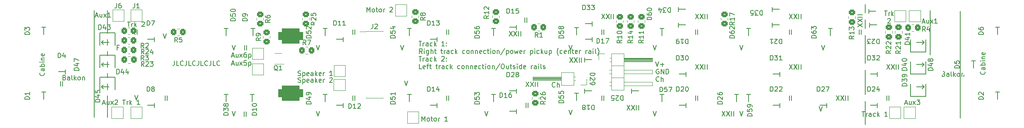
<source format=gbr>
%TF.GenerationSoftware,KiCad,Pcbnew,(6.0.1-0)*%
%TF.CreationDate,2022-12-14T20:54:25+01:00*%
%TF.ProjectId,Blokkendoos_binnenverlichting,426c6f6b-6b65-46e6-946f-6f735f62696e,rev?*%
%TF.SameCoordinates,Original*%
%TF.FileFunction,Legend,Top*%
%TF.FilePolarity,Positive*%
%FSLAX46Y46*%
G04 Gerber Fmt 4.6, Leading zero omitted, Abs format (unit mm)*
G04 Created by KiCad (PCBNEW (6.0.1-0)) date 2022-12-14 20:54:25*
%MOMM*%
%LPD*%
G01*
G04 APERTURE LIST*
G04 Aperture macros list*
%AMRoundRect*
0 Rectangle with rounded corners*
0 $1 Rounding radius*
0 $2 $3 $4 $5 $6 $7 $8 $9 X,Y pos of 4 corners*
0 Add a 4 corners polygon primitive as box body*
4,1,4,$2,$3,$4,$5,$6,$7,$8,$9,$2,$3,0*
0 Add four circle primitives for the rounded corners*
1,1,$1+$1,$2,$3*
1,1,$1+$1,$4,$5*
1,1,$1+$1,$6,$7*
1,1,$1+$1,$8,$9*
0 Add four rect primitives between the rounded corners*
20,1,$1+$1,$2,$3,$4,$5,0*
20,1,$1+$1,$4,$5,$6,$7,0*
20,1,$1+$1,$6,$7,$8,$9,0*
20,1,$1+$1,$8,$9,$2,$3,0*%
%AMFreePoly0*
4,1,32,0.252355,0.660355,0.267000,0.625000,0.267000,-0.625000,0.252355,-0.660355,0.217000,-0.675000,-0.638000,-0.675000,-0.648491,-0.670654,-0.659828,-0.669984,-0.665486,-0.663615,-0.673355,-0.660355,-0.677701,-0.649864,-0.685243,-0.641373,-0.684740,-0.632870,-0.688000,-0.625000,-0.683654,-0.614509,-0.682984,-0.603172,-0.538452,-0.305318,-0.496471,0.000000,-0.538452,0.305318,-0.682984,0.603172,
-0.683654,0.614509,-0.688000,0.625000,-0.684740,0.632870,-0.685243,0.641373,-0.677701,0.649864,-0.673355,0.660355,-0.665486,0.663615,-0.659828,0.669984,-0.648491,0.670654,-0.638000,0.675000,0.217000,0.675000,0.252355,0.660355,0.252355,0.660355,$1*%
G04 Aperture macros list end*
%ADD10C,0.150000*%
%ADD11C,0.120000*%
%ADD12R,3.000000X1.200000*%
%ADD13FreePoly0,180.000000*%
%ADD14FreePoly0,0.000000*%
%ADD15RoundRect,0.250000X-0.450000X0.350000X-0.450000X-0.350000X0.450000X-0.350000X0.450000X0.350000X0*%
%ADD16C,2.350000*%
%ADD17FreePoly0,270.000000*%
%ADD18FreePoly0,90.000000*%
%ADD19RoundRect,0.250000X-0.350000X-0.450000X0.350000X-0.450000X0.350000X0.450000X-0.350000X0.450000X0*%
%ADD20R,2.000000X2.000000*%
%ADD21R,1.700000X1.700000*%
%ADD22O,1.700000X1.700000*%
%ADD23RoundRect,0.250000X0.350000X0.450000X-0.350000X0.450000X-0.350000X-0.450000X0.350000X-0.450000X0*%
%ADD24RoundRect,0.805000X-1.860000X-0.805000X1.860000X-0.805000X1.860000X0.805000X-1.860000X0.805000X0*%
%ADD25R,1.500000X0.400000*%
%ADD26C,2.200000*%
%ADD27RoundRect,0.250000X0.450000X-0.350000X0.450000X0.350000X-0.450000X0.350000X-0.450000X-0.350000X0*%
%ADD28R,2.400000X0.740000*%
%ADD29C,2.300000*%
G04 APERTURE END LIST*
D10*
X-85598000Y11430000D02*
X-85598000Y-11176000D01*
X-88392000Y11430000D02*
X-88392000Y-11176000D01*
X94488000Y11303000D02*
X94488000Y-11303000D01*
X88138000Y11430000D02*
X88138000Y2032000D01*
X74422000Y12700000D02*
X74422000Y-12700000D01*
X-41481334Y4103620D02*
X-41148000Y3103620D01*
X-40814667Y4103620D01*
X-59323810Y133334D02*
X-58847620Y133334D01*
X-59419048Y-152380D02*
X-59085715Y847620D01*
X-58752381Y-152380D01*
X-57990477Y514286D02*
X-57990477Y-152380D01*
X-58419048Y514286D02*
X-58419048Y-9523D01*
X-58371429Y-104761D01*
X-58276191Y-152380D01*
X-58133334Y-152380D01*
X-58038096Y-104761D01*
X-57990477Y-57142D01*
X-57609524Y-152380D02*
X-57085715Y514286D01*
X-57609524Y514286D02*
X-57085715Y-152380D01*
X-56228572Y847620D02*
X-56704762Y847620D01*
X-56752381Y371429D01*
X-56704762Y419048D01*
X-56609524Y466667D01*
X-56371429Y466667D01*
X-56276191Y419048D01*
X-56228572Y371429D01*
X-56180953Y276191D01*
X-56180953Y38096D01*
X-56228572Y-57142D01*
X-56276191Y-104761D01*
X-56371429Y-152380D01*
X-56609524Y-152380D01*
X-56704762Y-104761D01*
X-56752381Y-57142D01*
X-55752381Y514286D02*
X-55752381Y-485714D01*
X-55752381Y466667D02*
X-55657143Y514286D01*
X-55466667Y514286D01*
X-55371429Y466667D01*
X-55323810Y419048D01*
X-55276191Y323810D01*
X-55276191Y38096D01*
X-55323810Y-57142D01*
X-55371429Y-104761D01*
X-55466667Y-152380D01*
X-55657143Y-152380D01*
X-55752381Y-104761D01*
X99671142Y-1460285D02*
X99718761Y-1507904D01*
X99766380Y-1650761D01*
X99766380Y-1746000D01*
X99718761Y-1888857D01*
X99623523Y-1984095D01*
X99528285Y-2031714D01*
X99337809Y-2079333D01*
X99194952Y-2079333D01*
X99004476Y-2031714D01*
X98909238Y-1984095D01*
X98814000Y-1888857D01*
X98766380Y-1746000D01*
X98766380Y-1650761D01*
X98814000Y-1507904D01*
X98861619Y-1460285D01*
X99766380Y-603142D02*
X99242571Y-603142D01*
X99147333Y-650761D01*
X99099714Y-746000D01*
X99099714Y-936476D01*
X99147333Y-1031714D01*
X99718761Y-603142D02*
X99766380Y-698380D01*
X99766380Y-936476D01*
X99718761Y-1031714D01*
X99623523Y-1079333D01*
X99528285Y-1079333D01*
X99433047Y-1031714D01*
X99385428Y-936476D01*
X99385428Y-698380D01*
X99337809Y-603142D01*
X99766380Y-126952D02*
X98766380Y-126952D01*
X99147333Y-126952D02*
X99099714Y-31714D01*
X99099714Y158762D01*
X99147333Y254000D01*
X99194952Y301620D01*
X99290190Y349239D01*
X99575904Y349239D01*
X99671142Y301620D01*
X99718761Y254000D01*
X99766380Y158762D01*
X99766380Y-31714D01*
X99718761Y-126952D01*
X99766380Y777810D02*
X99099714Y777810D01*
X98766380Y777810D02*
X98814000Y730191D01*
X98861619Y777810D01*
X98814000Y825429D01*
X98766380Y777810D01*
X98861619Y777810D01*
X99099714Y1254000D02*
X99766380Y1254000D01*
X99194952Y1254000D02*
X99147333Y1301620D01*
X99099714Y1396858D01*
X99099714Y1539715D01*
X99147333Y1634953D01*
X99242571Y1682572D01*
X99766380Y1682572D01*
X99718761Y2539715D02*
X99766380Y2444477D01*
X99766380Y2254000D01*
X99718761Y2158762D01*
X99623523Y2111143D01*
X99242571Y2111143D01*
X99147333Y2158762D01*
X99099714Y2254000D01*
X99099714Y2444477D01*
X99147333Y2539715D01*
X99242571Y2587334D01*
X99337809Y2587334D01*
X99433047Y2111143D01*
X72852380Y8040358D02*
X73852380Y8707024D01*
X72852380Y8707024D02*
X73852380Y8040358D01*
X72852380Y8992739D02*
X73852380Y9659405D01*
X72852380Y9659405D02*
X73852380Y8992739D01*
X73852380Y10040358D02*
X72852380Y10040358D01*
X73852380Y10516548D02*
X72852380Y10516548D01*
X24116357Y-8596380D02*
X24783023Y-9596380D01*
X24783023Y-8596380D02*
X24116357Y-9596380D01*
X25068738Y-8596380D02*
X25735404Y-9596380D01*
X25735404Y-8596380D02*
X25068738Y-9596380D01*
X26116357Y-9596380D02*
X26116357Y-8596380D01*
X26592547Y-9596380D02*
X26592547Y-8596380D01*
X-81357143Y9047620D02*
X-80785715Y9047620D01*
X-81071429Y8047620D02*
X-81071429Y9047620D01*
X-80452381Y8047620D02*
X-80452381Y8714286D01*
X-80452381Y8523810D02*
X-80404762Y8619048D01*
X-80357143Y8666667D01*
X-80261905Y8714286D01*
X-80166667Y8714286D01*
X-79833334Y8047620D02*
X-79833334Y9047620D01*
X-79738096Y8428572D02*
X-79452381Y8047620D01*
X-79452381Y8714286D02*
X-79833334Y8333334D01*
X-78309524Y8952381D02*
X-78261905Y9000000D01*
X-78166667Y9047620D01*
X-77928572Y9047620D01*
X-77833334Y9000000D01*
X-77785715Y8952381D01*
X-77738096Y8857143D01*
X-77738096Y8761905D01*
X-77785715Y8619048D01*
X-78357143Y8047620D01*
X-77738096Y8047620D01*
X29638666Y-9866380D02*
X29972000Y-10866380D01*
X30305333Y-9866380D01*
X-19807262Y4962620D02*
X-19235834Y4962620D01*
X-19521548Y3962620D02*
X-19521548Y4962620D01*
X-18902500Y3962620D02*
X-18902500Y4629286D01*
X-18902500Y4438810D02*
X-18854881Y4534048D01*
X-18807262Y4581667D01*
X-18712024Y4629286D01*
X-18616786Y4629286D01*
X-17854881Y3962620D02*
X-17854881Y4486429D01*
X-17902500Y4581667D01*
X-17997739Y4629286D01*
X-18188215Y4629286D01*
X-18283453Y4581667D01*
X-17854881Y4010239D02*
X-17950120Y3962620D01*
X-18188215Y3962620D01*
X-18283453Y4010239D01*
X-18331072Y4105477D01*
X-18331072Y4200715D01*
X-18283453Y4295953D01*
X-18188215Y4343572D01*
X-17950120Y4343572D01*
X-17854881Y4391191D01*
X-16950120Y4010239D02*
X-17045358Y3962620D01*
X-17235834Y3962620D01*
X-17331072Y4010239D01*
X-17378691Y4057858D01*
X-17426310Y4153096D01*
X-17426310Y4438810D01*
X-17378691Y4534048D01*
X-17331072Y4581667D01*
X-17235834Y4629286D01*
X-17045358Y4629286D01*
X-16950120Y4581667D01*
X-16521548Y3962620D02*
X-16521548Y4962620D01*
X-16426310Y4343572D02*
X-16140596Y3962620D01*
X-16140596Y4629286D02*
X-16521548Y4248334D01*
X-14426310Y3962620D02*
X-14997739Y3962620D01*
X-14712024Y3962620D02*
X-14712024Y4962620D01*
X-14807262Y4819762D01*
X-14902500Y4724524D01*
X-14997739Y4676905D01*
X-13997739Y4057858D02*
X-13950120Y4010239D01*
X-13997739Y3962620D01*
X-14045358Y4010239D01*
X-13997739Y4057858D01*
X-13997739Y3962620D01*
X-13997739Y4581667D02*
X-13950120Y4534048D01*
X-13997739Y4486429D01*
X-14045358Y4534048D01*
X-13997739Y4581667D01*
X-13997739Y4486429D01*
X-19092977Y2352620D02*
X-19426310Y2828810D01*
X-19664405Y2352620D02*
X-19664405Y3352620D01*
X-19283453Y3352620D01*
X-19188215Y3305000D01*
X-19140596Y3257381D01*
X-19092977Y3162143D01*
X-19092977Y3019286D01*
X-19140596Y2924048D01*
X-19188215Y2876429D01*
X-19283453Y2828810D01*
X-19664405Y2828810D01*
X-18664405Y2352620D02*
X-18664405Y3019286D01*
X-18664405Y3352620D02*
X-18712024Y3305000D01*
X-18664405Y3257381D01*
X-18616786Y3305000D01*
X-18664405Y3352620D01*
X-18664405Y3257381D01*
X-17759643Y3019286D02*
X-17759643Y2209762D01*
X-17807262Y2114524D01*
X-17854881Y2066905D01*
X-17950120Y2019286D01*
X-18092977Y2019286D01*
X-18188215Y2066905D01*
X-17759643Y2400239D02*
X-17854881Y2352620D01*
X-18045358Y2352620D01*
X-18140596Y2400239D01*
X-18188215Y2447858D01*
X-18235834Y2543096D01*
X-18235834Y2828810D01*
X-18188215Y2924048D01*
X-18140596Y2971667D01*
X-18045358Y3019286D01*
X-17854881Y3019286D01*
X-17759643Y2971667D01*
X-17283453Y2352620D02*
X-17283453Y3352620D01*
X-16854881Y2352620D02*
X-16854881Y2876429D01*
X-16902500Y2971667D01*
X-16997739Y3019286D01*
X-17140596Y3019286D01*
X-17235834Y2971667D01*
X-17283453Y2924048D01*
X-16521548Y3019286D02*
X-16140596Y3019286D01*
X-16378691Y3352620D02*
X-16378691Y2495477D01*
X-16331072Y2400239D01*
X-16235834Y2352620D01*
X-16140596Y2352620D01*
X-15188215Y3019286D02*
X-14807262Y3019286D01*
X-15045358Y3352620D02*
X-15045358Y2495477D01*
X-14997739Y2400239D01*
X-14902500Y2352620D01*
X-14807262Y2352620D01*
X-14473929Y2352620D02*
X-14473929Y3019286D01*
X-14473929Y2828810D02*
X-14426310Y2924048D01*
X-14378691Y2971667D01*
X-14283453Y3019286D01*
X-14188215Y3019286D01*
X-13426310Y2352620D02*
X-13426310Y2876429D01*
X-13473929Y2971667D01*
X-13569167Y3019286D01*
X-13759643Y3019286D01*
X-13854881Y2971667D01*
X-13426310Y2400239D02*
X-13521548Y2352620D01*
X-13759643Y2352620D01*
X-13854881Y2400239D01*
X-13902500Y2495477D01*
X-13902500Y2590715D01*
X-13854881Y2685953D01*
X-13759643Y2733572D01*
X-13521548Y2733572D01*
X-13426310Y2781191D01*
X-12521548Y2400239D02*
X-12616786Y2352620D01*
X-12807262Y2352620D01*
X-12902500Y2400239D01*
X-12950120Y2447858D01*
X-12997739Y2543096D01*
X-12997739Y2828810D01*
X-12950120Y2924048D01*
X-12902500Y2971667D01*
X-12807262Y3019286D01*
X-12616786Y3019286D01*
X-12521548Y2971667D01*
X-12092977Y2352620D02*
X-12092977Y3352620D01*
X-11997739Y2733572D02*
X-11712024Y2352620D01*
X-11712024Y3019286D02*
X-12092977Y2638334D01*
X-10092977Y2400239D02*
X-10188215Y2352620D01*
X-10378691Y2352620D01*
X-10473929Y2400239D01*
X-10521548Y2447858D01*
X-10569167Y2543096D01*
X-10569167Y2828810D01*
X-10521548Y2924048D01*
X-10473929Y2971667D01*
X-10378691Y3019286D01*
X-10188215Y3019286D01*
X-10092977Y2971667D01*
X-9521548Y2352620D02*
X-9616786Y2400239D01*
X-9664405Y2447858D01*
X-9712024Y2543096D01*
X-9712024Y2828810D01*
X-9664405Y2924048D01*
X-9616786Y2971667D01*
X-9521548Y3019286D01*
X-9378691Y3019286D01*
X-9283453Y2971667D01*
X-9235834Y2924048D01*
X-9188215Y2828810D01*
X-9188215Y2543096D01*
X-9235834Y2447858D01*
X-9283453Y2400239D01*
X-9378691Y2352620D01*
X-9521548Y2352620D01*
X-8759643Y3019286D02*
X-8759643Y2352620D01*
X-8759643Y2924048D02*
X-8712024Y2971667D01*
X-8616786Y3019286D01*
X-8473929Y3019286D01*
X-8378691Y2971667D01*
X-8331072Y2876429D01*
X-8331072Y2352620D01*
X-7854881Y3019286D02*
X-7854881Y2352620D01*
X-7854881Y2924048D02*
X-7807262Y2971667D01*
X-7712024Y3019286D01*
X-7569167Y3019286D01*
X-7473929Y2971667D01*
X-7426310Y2876429D01*
X-7426310Y2352620D01*
X-6569167Y2400239D02*
X-6664405Y2352620D01*
X-6854881Y2352620D01*
X-6950120Y2400239D01*
X-6997739Y2495477D01*
X-6997739Y2876429D01*
X-6950120Y2971667D01*
X-6854881Y3019286D01*
X-6664405Y3019286D01*
X-6569167Y2971667D01*
X-6521548Y2876429D01*
X-6521548Y2781191D01*
X-6997739Y2685953D01*
X-5664405Y2400239D02*
X-5759643Y2352620D01*
X-5950120Y2352620D01*
X-6045358Y2400239D01*
X-6092977Y2447858D01*
X-6140596Y2543096D01*
X-6140596Y2828810D01*
X-6092977Y2924048D01*
X-6045358Y2971667D01*
X-5950120Y3019286D01*
X-5759643Y3019286D01*
X-5664405Y2971667D01*
X-5378691Y3019286D02*
X-4997739Y3019286D01*
X-5235834Y3352620D02*
X-5235834Y2495477D01*
X-5188215Y2400239D01*
X-5092977Y2352620D01*
X-4997739Y2352620D01*
X-4664405Y2352620D02*
X-4664405Y3019286D01*
X-4664405Y3352620D02*
X-4712024Y3305000D01*
X-4664405Y3257381D01*
X-4616786Y3305000D01*
X-4664405Y3352620D01*
X-4664405Y3257381D01*
X-4045358Y2352620D02*
X-4140596Y2400239D01*
X-4188215Y2447858D01*
X-4235834Y2543096D01*
X-4235834Y2828810D01*
X-4188215Y2924048D01*
X-4140596Y2971667D01*
X-4045358Y3019286D01*
X-3902500Y3019286D01*
X-3807262Y2971667D01*
X-3759643Y2924048D01*
X-3712024Y2828810D01*
X-3712024Y2543096D01*
X-3759643Y2447858D01*
X-3807262Y2400239D01*
X-3902500Y2352620D01*
X-4045358Y2352620D01*
X-3283453Y3019286D02*
X-3283453Y2352620D01*
X-3283453Y2924048D02*
X-3235834Y2971667D01*
X-3140596Y3019286D01*
X-2997739Y3019286D01*
X-2902500Y2971667D01*
X-2854881Y2876429D01*
X-2854881Y2352620D01*
X-1664405Y3400239D02*
X-2521548Y2114524D01*
X-1331072Y3019286D02*
X-1331072Y2019286D01*
X-1331072Y2971667D02*
X-1235834Y3019286D01*
X-1045358Y3019286D01*
X-950120Y2971667D01*
X-902500Y2924048D01*
X-854881Y2828810D01*
X-854881Y2543096D01*
X-902500Y2447858D01*
X-950120Y2400239D01*
X-1045358Y2352620D01*
X-1235834Y2352620D01*
X-1331072Y2400239D01*
X-283453Y2352620D02*
X-378691Y2400239D01*
X-426310Y2447858D01*
X-473929Y2543096D01*
X-473929Y2828810D01*
X-426310Y2924048D01*
X-378691Y2971667D01*
X-283453Y3019286D01*
X-140596Y3019286D01*
X-45358Y2971667D01*
X2261Y2924048D01*
X49880Y2828810D01*
X49880Y2543096D01*
X2261Y2447858D01*
X-45358Y2400239D01*
X-140596Y2352620D01*
X-283453Y2352620D01*
X383214Y3019286D02*
X573690Y2352620D01*
X764166Y2828810D01*
X954642Y2352620D01*
X1145119Y3019286D01*
X1907023Y2400239D02*
X1811785Y2352620D01*
X1621309Y2352620D01*
X1526071Y2400239D01*
X1478452Y2495477D01*
X1478452Y2876429D01*
X1526071Y2971667D01*
X1621309Y3019286D01*
X1811785Y3019286D01*
X1907023Y2971667D01*
X1954642Y2876429D01*
X1954642Y2781191D01*
X1478452Y2685953D01*
X2383214Y2352620D02*
X2383214Y3019286D01*
X2383214Y2828810D02*
X2430833Y2924048D01*
X2478452Y2971667D01*
X2573690Y3019286D01*
X2668928Y3019286D01*
X3764166Y3019286D02*
X3764166Y2019286D01*
X3764166Y2971667D02*
X3859404Y3019286D01*
X4049880Y3019286D01*
X4145119Y2971667D01*
X4192738Y2924048D01*
X4240357Y2828810D01*
X4240357Y2543096D01*
X4192738Y2447858D01*
X4145119Y2400239D01*
X4049880Y2352620D01*
X3859404Y2352620D01*
X3764166Y2400239D01*
X4668928Y2352620D02*
X4668928Y3019286D01*
X4668928Y3352620D02*
X4621309Y3305000D01*
X4668928Y3257381D01*
X4716547Y3305000D01*
X4668928Y3352620D01*
X4668928Y3257381D01*
X5573690Y2400239D02*
X5478452Y2352620D01*
X5287976Y2352620D01*
X5192738Y2400239D01*
X5145119Y2447858D01*
X5097500Y2543096D01*
X5097500Y2828810D01*
X5145119Y2924048D01*
X5192738Y2971667D01*
X5287976Y3019286D01*
X5478452Y3019286D01*
X5573690Y2971667D01*
X6002261Y2352620D02*
X6002261Y3352620D01*
X6097500Y2733572D02*
X6383214Y2352620D01*
X6383214Y3019286D02*
X6002261Y2638334D01*
X7240357Y3019286D02*
X7240357Y2352620D01*
X6811785Y3019286D02*
X6811785Y2495477D01*
X6859404Y2400239D01*
X6954642Y2352620D01*
X7097500Y2352620D01*
X7192738Y2400239D01*
X7240357Y2447858D01*
X7716547Y3019286D02*
X7716547Y2019286D01*
X7716547Y2971667D02*
X7811785Y3019286D01*
X8002261Y3019286D01*
X8097500Y2971667D01*
X8145119Y2924048D01*
X8192738Y2828810D01*
X8192738Y2543096D01*
X8145119Y2447858D01*
X8097500Y2400239D01*
X8002261Y2352620D01*
X7811785Y2352620D01*
X7716547Y2400239D01*
X9668928Y1971667D02*
X9621309Y2019286D01*
X9526071Y2162143D01*
X9478452Y2257381D01*
X9430833Y2400239D01*
X9383214Y2638334D01*
X9383214Y2828810D01*
X9430833Y3066905D01*
X9478452Y3209762D01*
X9526071Y3305000D01*
X9621309Y3447858D01*
X9668928Y3495477D01*
X10478452Y2400239D02*
X10383214Y2352620D01*
X10192738Y2352620D01*
X10097500Y2400239D01*
X10049880Y2447858D01*
X10002261Y2543096D01*
X10002261Y2828810D01*
X10049880Y2924048D01*
X10097500Y2971667D01*
X10192738Y3019286D01*
X10383214Y3019286D01*
X10478452Y2971667D01*
X11287976Y2400239D02*
X11192738Y2352620D01*
X11002261Y2352620D01*
X10907023Y2400239D01*
X10859404Y2495477D01*
X10859404Y2876429D01*
X10907023Y2971667D01*
X11002261Y3019286D01*
X11192738Y3019286D01*
X11287976Y2971667D01*
X11335595Y2876429D01*
X11335595Y2781191D01*
X10859404Y2685953D01*
X11764166Y3019286D02*
X11764166Y2352620D01*
X11764166Y2924048D02*
X11811785Y2971667D01*
X11907023Y3019286D01*
X12049880Y3019286D01*
X12145119Y2971667D01*
X12192738Y2876429D01*
X12192738Y2352620D01*
X12526071Y3019286D02*
X12907023Y3019286D01*
X12668928Y3352620D02*
X12668928Y2495477D01*
X12716547Y2400239D01*
X12811785Y2352620D01*
X12907023Y2352620D01*
X13621309Y2400239D02*
X13526071Y2352620D01*
X13335595Y2352620D01*
X13240357Y2400239D01*
X13192738Y2495477D01*
X13192738Y2876429D01*
X13240357Y2971667D01*
X13335595Y3019286D01*
X13526071Y3019286D01*
X13621309Y2971667D01*
X13668928Y2876429D01*
X13668928Y2781191D01*
X13192738Y2685953D01*
X14097500Y2352620D02*
X14097500Y3019286D01*
X14097500Y2828810D02*
X14145119Y2924048D01*
X14192738Y2971667D01*
X14287976Y3019286D01*
X14383214Y3019286D01*
X15478452Y2352620D02*
X15478452Y3019286D01*
X15478452Y2828810D02*
X15526071Y2924048D01*
X15573690Y2971667D01*
X15668928Y3019286D01*
X15764166Y3019286D01*
X16526071Y2352620D02*
X16526071Y2876429D01*
X16478452Y2971667D01*
X16383214Y3019286D01*
X16192738Y3019286D01*
X16097500Y2971667D01*
X16526071Y2400239D02*
X16430833Y2352620D01*
X16192738Y2352620D01*
X16097500Y2400239D01*
X16049880Y2495477D01*
X16049880Y2590715D01*
X16097500Y2685953D01*
X16192738Y2733572D01*
X16430833Y2733572D01*
X16526071Y2781191D01*
X17002261Y2352620D02*
X17002261Y3019286D01*
X17002261Y3352620D02*
X16954642Y3305000D01*
X17002261Y3257381D01*
X17049880Y3305000D01*
X17002261Y3352620D01*
X17002261Y3257381D01*
X17621309Y2352620D02*
X17526071Y2400239D01*
X17478452Y2495477D01*
X17478452Y3352620D01*
X17907023Y1971667D02*
X17954642Y2019286D01*
X18049880Y2162143D01*
X18097500Y2257381D01*
X18145119Y2400239D01*
X18192738Y2638334D01*
X18192738Y2828810D01*
X18145119Y3066905D01*
X18097500Y3209762D01*
X18049880Y3305000D01*
X17954642Y3447858D01*
X17907023Y3495477D01*
X-19807262Y1742620D02*
X-19235834Y1742620D01*
X-19521548Y742620D02*
X-19521548Y1742620D01*
X-18902500Y742620D02*
X-18902500Y1409286D01*
X-18902500Y1218810D02*
X-18854881Y1314048D01*
X-18807262Y1361667D01*
X-18712024Y1409286D01*
X-18616786Y1409286D01*
X-17854881Y742620D02*
X-17854881Y1266429D01*
X-17902500Y1361667D01*
X-17997739Y1409286D01*
X-18188215Y1409286D01*
X-18283453Y1361667D01*
X-17854881Y790239D02*
X-17950120Y742620D01*
X-18188215Y742620D01*
X-18283453Y790239D01*
X-18331072Y885477D01*
X-18331072Y980715D01*
X-18283453Y1075953D01*
X-18188215Y1123572D01*
X-17950120Y1123572D01*
X-17854881Y1171191D01*
X-16950120Y790239D02*
X-17045358Y742620D01*
X-17235834Y742620D01*
X-17331072Y790239D01*
X-17378691Y837858D01*
X-17426310Y933096D01*
X-17426310Y1218810D01*
X-17378691Y1314048D01*
X-17331072Y1361667D01*
X-17235834Y1409286D01*
X-17045358Y1409286D01*
X-16950120Y1361667D01*
X-16521548Y742620D02*
X-16521548Y1742620D01*
X-16426310Y1123572D02*
X-16140596Y742620D01*
X-16140596Y1409286D02*
X-16521548Y1028334D01*
X-14997739Y1647381D02*
X-14950120Y1695000D01*
X-14854881Y1742620D01*
X-14616786Y1742620D01*
X-14521548Y1695000D01*
X-14473929Y1647381D01*
X-14426310Y1552143D01*
X-14426310Y1456905D01*
X-14473929Y1314048D01*
X-15045358Y742620D01*
X-14426310Y742620D01*
X-13997739Y837858D02*
X-13950120Y790239D01*
X-13997739Y742620D01*
X-14045358Y790239D01*
X-13997739Y837858D01*
X-13997739Y742620D01*
X-13997739Y1361667D02*
X-13950120Y1314048D01*
X-13997739Y1266429D01*
X-14045358Y1314048D01*
X-13997739Y1361667D01*
X-13997739Y1266429D01*
X-19188215Y-867380D02*
X-19664405Y-867380D01*
X-19664405Y132620D01*
X-18473929Y-819761D02*
X-18569167Y-867380D01*
X-18759643Y-867380D01*
X-18854881Y-819761D01*
X-18902500Y-724523D01*
X-18902500Y-343571D01*
X-18854881Y-248333D01*
X-18759643Y-200714D01*
X-18569167Y-200714D01*
X-18473929Y-248333D01*
X-18426310Y-343571D01*
X-18426310Y-438809D01*
X-18902500Y-534047D01*
X-18140596Y-200714D02*
X-17759643Y-200714D01*
X-17997739Y-867380D02*
X-17997739Y-10238D01*
X-17950120Y85000D01*
X-17854881Y132620D01*
X-17759643Y132620D01*
X-17569167Y-200714D02*
X-17188215Y-200714D01*
X-17426310Y132620D02*
X-17426310Y-724523D01*
X-17378691Y-819761D01*
X-17283453Y-867380D01*
X-17188215Y-867380D01*
X-16235834Y-200714D02*
X-15854881Y-200714D01*
X-16092977Y132620D02*
X-16092977Y-724523D01*
X-16045358Y-819761D01*
X-15950120Y-867380D01*
X-15854881Y-867380D01*
X-15521548Y-867380D02*
X-15521548Y-200714D01*
X-15521548Y-391190D02*
X-15473929Y-295952D01*
X-15426310Y-248333D01*
X-15331072Y-200714D01*
X-15235834Y-200714D01*
X-14473929Y-867380D02*
X-14473929Y-343571D01*
X-14521548Y-248333D01*
X-14616786Y-200714D01*
X-14807262Y-200714D01*
X-14902500Y-248333D01*
X-14473929Y-819761D02*
X-14569167Y-867380D01*
X-14807262Y-867380D01*
X-14902500Y-819761D01*
X-14950120Y-724523D01*
X-14950120Y-629285D01*
X-14902500Y-534047D01*
X-14807262Y-486428D01*
X-14569167Y-486428D01*
X-14473929Y-438809D01*
X-13569167Y-819761D02*
X-13664405Y-867380D01*
X-13854881Y-867380D01*
X-13950120Y-819761D01*
X-13997739Y-772142D01*
X-14045358Y-676904D01*
X-14045358Y-391190D01*
X-13997739Y-295952D01*
X-13950120Y-248333D01*
X-13854881Y-200714D01*
X-13664405Y-200714D01*
X-13569167Y-248333D01*
X-13140596Y-867380D02*
X-13140596Y132620D01*
X-13045358Y-486428D02*
X-12759643Y-867380D01*
X-12759643Y-200714D02*
X-13140596Y-581666D01*
X-11140596Y-819761D02*
X-11235834Y-867380D01*
X-11426310Y-867380D01*
X-11521548Y-819761D01*
X-11569167Y-772142D01*
X-11616786Y-676904D01*
X-11616786Y-391190D01*
X-11569167Y-295952D01*
X-11521548Y-248333D01*
X-11426310Y-200714D01*
X-11235834Y-200714D01*
X-11140596Y-248333D01*
X-10569167Y-867380D02*
X-10664405Y-819761D01*
X-10712024Y-772142D01*
X-10759643Y-676904D01*
X-10759643Y-391190D01*
X-10712024Y-295952D01*
X-10664405Y-248333D01*
X-10569167Y-200714D01*
X-10426310Y-200714D01*
X-10331072Y-248333D01*
X-10283453Y-295952D01*
X-10235834Y-391190D01*
X-10235834Y-676904D01*
X-10283453Y-772142D01*
X-10331072Y-819761D01*
X-10426310Y-867380D01*
X-10569167Y-867380D01*
X-9807262Y-200714D02*
X-9807262Y-867380D01*
X-9807262Y-295952D02*
X-9759643Y-248333D01*
X-9664405Y-200714D01*
X-9521548Y-200714D01*
X-9426310Y-248333D01*
X-9378691Y-343571D01*
X-9378691Y-867380D01*
X-8902500Y-200714D02*
X-8902500Y-867380D01*
X-8902500Y-295952D02*
X-8854881Y-248333D01*
X-8759643Y-200714D01*
X-8616786Y-200714D01*
X-8521548Y-248333D01*
X-8473929Y-343571D01*
X-8473929Y-867380D01*
X-7616786Y-819761D02*
X-7712024Y-867380D01*
X-7902500Y-867380D01*
X-7997739Y-819761D01*
X-8045358Y-724523D01*
X-8045358Y-343571D01*
X-7997739Y-248333D01*
X-7902500Y-200714D01*
X-7712024Y-200714D01*
X-7616786Y-248333D01*
X-7569167Y-343571D01*
X-7569167Y-438809D01*
X-8045358Y-534047D01*
X-6712024Y-819761D02*
X-6807262Y-867380D01*
X-6997739Y-867380D01*
X-7092977Y-819761D01*
X-7140596Y-772142D01*
X-7188215Y-676904D01*
X-7188215Y-391190D01*
X-7140596Y-295952D01*
X-7092977Y-248333D01*
X-6997739Y-200714D01*
X-6807262Y-200714D01*
X-6712024Y-248333D01*
X-6426310Y-200714D02*
X-6045358Y-200714D01*
X-6283453Y132620D02*
X-6283453Y-724523D01*
X-6235834Y-819761D01*
X-6140596Y-867380D01*
X-6045358Y-867380D01*
X-5712024Y-867380D02*
X-5712024Y-200714D01*
X-5712024Y132620D02*
X-5759643Y85000D01*
X-5712024Y37381D01*
X-5664405Y85000D01*
X-5712024Y132620D01*
X-5712024Y37381D01*
X-5092977Y-867380D02*
X-5188215Y-819761D01*
X-5235834Y-772142D01*
X-5283453Y-676904D01*
X-5283453Y-391190D01*
X-5235834Y-295952D01*
X-5188215Y-248333D01*
X-5092977Y-200714D01*
X-4950120Y-200714D01*
X-4854881Y-248333D01*
X-4807262Y-295952D01*
X-4759643Y-391190D01*
X-4759643Y-676904D01*
X-4807262Y-772142D01*
X-4854881Y-819761D01*
X-4950120Y-867380D01*
X-5092977Y-867380D01*
X-4331072Y-200714D02*
X-4331072Y-867380D01*
X-4331072Y-295952D02*
X-4283453Y-248333D01*
X-4188215Y-200714D01*
X-4045358Y-200714D01*
X-3950120Y-248333D01*
X-3902500Y-343571D01*
X-3902500Y-867380D01*
X-2712024Y180239D02*
X-3569167Y-1105476D01*
X-2188215Y132620D02*
X-1997739Y132620D01*
X-1902500Y85000D01*
X-1807262Y-10238D01*
X-1759643Y-200714D01*
X-1759643Y-534047D01*
X-1807262Y-724523D01*
X-1902500Y-819761D01*
X-1997739Y-867380D01*
X-2188215Y-867380D01*
X-2283453Y-819761D01*
X-2378691Y-724523D01*
X-2426310Y-534047D01*
X-2426310Y-200714D01*
X-2378691Y-10238D01*
X-2283453Y85000D01*
X-2188215Y132620D01*
X-902500Y-200714D02*
X-902500Y-867380D01*
X-1331072Y-200714D02*
X-1331072Y-724523D01*
X-1283453Y-819761D01*
X-1188215Y-867380D01*
X-1045358Y-867380D01*
X-950120Y-819761D01*
X-902500Y-772142D01*
X-569167Y-200714D02*
X-188215Y-200714D01*
X-426310Y132620D02*
X-426310Y-724523D01*
X-378691Y-819761D01*
X-283453Y-867380D01*
X-188215Y-867380D01*
X97500Y-819761D02*
X192738Y-867380D01*
X383214Y-867380D01*
X478452Y-819761D01*
X526071Y-724523D01*
X526071Y-676904D01*
X478452Y-581666D01*
X383214Y-534047D01*
X240357Y-534047D01*
X145119Y-486428D01*
X97500Y-391190D01*
X97500Y-343571D01*
X145119Y-248333D01*
X240357Y-200714D01*
X383214Y-200714D01*
X478452Y-248333D01*
X954642Y-867380D02*
X954642Y-200714D01*
X954642Y132620D02*
X907023Y85000D01*
X954642Y37381D01*
X1002261Y85000D01*
X954642Y132620D01*
X954642Y37381D01*
X1859404Y-867380D02*
X1859404Y132620D01*
X1859404Y-819761D02*
X1764166Y-867380D01*
X1573690Y-867380D01*
X1478452Y-819761D01*
X1430833Y-772142D01*
X1383214Y-676904D01*
X1383214Y-391190D01*
X1430833Y-295952D01*
X1478452Y-248333D01*
X1573690Y-200714D01*
X1764166Y-200714D01*
X1859404Y-248333D01*
X2716547Y-819761D02*
X2621309Y-867380D01*
X2430833Y-867380D01*
X2335595Y-819761D01*
X2287976Y-724523D01*
X2287976Y-343571D01*
X2335595Y-248333D01*
X2430833Y-200714D01*
X2621309Y-200714D01*
X2716547Y-248333D01*
X2764166Y-343571D01*
X2764166Y-438809D01*
X2287976Y-534047D01*
X3954642Y-867380D02*
X3954642Y-200714D01*
X3954642Y-391190D02*
X4002261Y-295952D01*
X4049880Y-248333D01*
X4145119Y-200714D01*
X4240357Y-200714D01*
X5002261Y-867380D02*
X5002261Y-343571D01*
X4954642Y-248333D01*
X4859404Y-200714D01*
X4668928Y-200714D01*
X4573690Y-248333D01*
X5002261Y-819761D02*
X4907023Y-867380D01*
X4668928Y-867380D01*
X4573690Y-819761D01*
X4526071Y-724523D01*
X4526071Y-629285D01*
X4573690Y-534047D01*
X4668928Y-486428D01*
X4907023Y-486428D01*
X5002261Y-438809D01*
X5478452Y-867380D02*
X5478452Y-200714D01*
X5478452Y132620D02*
X5430833Y85000D01*
X5478452Y37381D01*
X5526071Y85000D01*
X5478452Y132620D01*
X5478452Y37381D01*
X6097500Y-867380D02*
X6002261Y-819761D01*
X5954642Y-724523D01*
X5954642Y132620D01*
X6430833Y-819761D02*
X6526071Y-867380D01*
X6716547Y-867380D01*
X6811785Y-819761D01*
X6859404Y-724523D01*
X6859404Y-676904D01*
X6811785Y-581666D01*
X6716547Y-534047D01*
X6573690Y-534047D01*
X6478452Y-486428D01*
X6430833Y-391190D01*
X6430833Y-343571D01*
X6478452Y-248333D01*
X6573690Y-200714D01*
X6716547Y-200714D01*
X6811785Y-248333D01*
X38623904Y-7564380D02*
X38623904Y-6564380D01*
X39100095Y-7564380D02*
X39100095Y-6564380D01*
X68312357Y-6564380D02*
X68979023Y-7564380D01*
X68979023Y-6564380D02*
X68312357Y-7564380D01*
X69264738Y-6564380D02*
X69931404Y-7564380D01*
X69931404Y-6564380D02*
X69264738Y-7564380D01*
X70312357Y-7564380D02*
X70312357Y-6564380D01*
X70788547Y-7564380D02*
X70788547Y-6564380D01*
X-33766096Y-7564380D02*
X-33766096Y-6564380D01*
X-33289905Y-7564380D02*
X-33289905Y-6564380D01*
X11858666Y4103620D02*
X12192000Y3103620D01*
X12525333Y4103620D01*
X-33766096Y6405620D02*
X-33766096Y7405620D01*
X-33289905Y6405620D02*
X-33289905Y7405620D01*
X-79833334Y-6452380D02*
X-79500000Y-7452380D01*
X-79166667Y-6452380D01*
X-73833334Y6547620D02*
X-73500000Y5547620D01*
X-73166667Y6547620D01*
X-41481334Y-9866380D02*
X-41148000Y-10866380D01*
X-40814667Y-9866380D01*
X12040357Y1447620D02*
X12707023Y447620D01*
X12707023Y1447620D02*
X12040357Y447620D01*
X12992738Y1447620D02*
X13659404Y447620D01*
X13659404Y1447620D02*
X12992738Y447620D01*
X14040357Y447620D02*
X14040357Y1447620D01*
X14516547Y447620D02*
X14516547Y1447620D01*
X8957142Y-4657142D02*
X8909523Y-4704761D01*
X8766666Y-4752380D01*
X8671428Y-4752380D01*
X8528571Y-4704761D01*
X8433333Y-4609523D01*
X8385714Y-4514285D01*
X8338095Y-4323809D01*
X8338095Y-4180952D01*
X8385714Y-3990476D01*
X8433333Y-3895238D01*
X8528571Y-3800000D01*
X8671428Y-3752380D01*
X8766666Y-3752380D01*
X8909523Y-3800000D01*
X8957142Y-3847619D01*
X9385714Y-4752380D02*
X9385714Y-3752380D01*
X9814285Y-4752380D02*
X9814285Y-4228571D01*
X9766666Y-4133333D01*
X9671428Y-4085714D01*
X9528571Y-4085714D01*
X9433333Y-4133333D01*
X9385714Y-4180952D01*
X-95488096Y-4516380D02*
X-95488096Y-3516380D01*
X-95011905Y-4516380D02*
X-95011905Y-3516380D01*
X-19190477Y-11952380D02*
X-19190477Y-10952380D01*
X-18857143Y-11666666D01*
X-18523810Y-10952380D01*
X-18523810Y-11952380D01*
X-17904762Y-11952380D02*
X-18000000Y-11904761D01*
X-18047620Y-11857142D01*
X-18095239Y-11761904D01*
X-18095239Y-11476190D01*
X-18047620Y-11380952D01*
X-18000000Y-11333333D01*
X-17904762Y-11285714D01*
X-17761905Y-11285714D01*
X-17666667Y-11333333D01*
X-17619048Y-11380952D01*
X-17571429Y-11476190D01*
X-17571429Y-11761904D01*
X-17619048Y-11857142D01*
X-17666667Y-11904761D01*
X-17761905Y-11952380D01*
X-17904762Y-11952380D01*
X-17285715Y-11285714D02*
X-16904762Y-11285714D01*
X-17142858Y-10952380D02*
X-17142858Y-11809523D01*
X-17095239Y-11904761D01*
X-17000000Y-11952380D01*
X-16904762Y-11952380D01*
X-16428572Y-11952380D02*
X-16523810Y-11904761D01*
X-16571429Y-11857142D01*
X-16619048Y-11761904D01*
X-16619048Y-11476190D01*
X-16571429Y-11380952D01*
X-16523810Y-11333333D01*
X-16428572Y-11285714D01*
X-16285715Y-11285714D01*
X-16190477Y-11333333D01*
X-16142858Y-11380952D01*
X-16095239Y-11476190D01*
X-16095239Y-11761904D01*
X-16142858Y-11857142D01*
X-16190477Y-11904761D01*
X-16285715Y-11952380D01*
X-16428572Y-11952380D01*
X-15666667Y-11952380D02*
X-15666667Y-11285714D01*
X-15666667Y-11476190D02*
X-15619048Y-11380952D01*
X-15571429Y-11333333D01*
X-15476191Y-11285714D01*
X-15380953Y-11285714D01*
X-13761905Y-11952380D02*
X-14333334Y-11952380D01*
X-14047620Y-11952380D02*
X-14047620Y-10952380D01*
X-14142858Y-11095238D01*
X-14238096Y-11190476D01*
X-14333334Y-11238095D01*
X-759643Y7047620D02*
X-92977Y6047620D01*
X-92977Y7047620D02*
X-759643Y6047620D01*
X192738Y7047620D02*
X859404Y6047620D01*
X859404Y7047620D02*
X192738Y6047620D01*
X1240357Y6047620D02*
X1240357Y7047620D01*
X1716547Y6047620D02*
X1716547Y7047620D01*
X47926666Y4103620D02*
X48260000Y3103620D01*
X48593333Y4103620D01*
X18811904Y6405620D02*
X18811904Y7405620D01*
X19288095Y6405620D02*
X19288095Y7405620D01*
X65198666Y4103620D02*
X65532000Y3103620D01*
X65865333Y4103620D01*
X18811904Y-7564380D02*
X18811904Y-6564380D01*
X19288095Y-7564380D02*
X19288095Y-6564380D01*
X-56626096Y3103620D02*
X-56626096Y4103620D01*
X-56149905Y3103620D02*
X-56149905Y4103620D01*
X30192738Y657620D02*
X30526071Y-342380D01*
X30859404Y657620D01*
X31192738Y38572D02*
X31954642Y38572D01*
X31573690Y-342380D02*
X31573690Y419524D01*
X30859404Y-1000000D02*
X30764166Y-952380D01*
X30621309Y-952380D01*
X30478452Y-1000000D01*
X30383214Y-1095238D01*
X30335595Y-1190476D01*
X30287976Y-1380952D01*
X30287976Y-1523809D01*
X30335595Y-1714285D01*
X30383214Y-1809523D01*
X30478452Y-1904761D01*
X30621309Y-1952380D01*
X30716547Y-1952380D01*
X30859404Y-1904761D01*
X30907023Y-1857142D01*
X30907023Y-1523809D01*
X30716547Y-1523809D01*
X31335595Y-1952380D02*
X31335595Y-952380D01*
X31907023Y-1952380D01*
X31907023Y-952380D01*
X32383214Y-1952380D02*
X32383214Y-952380D01*
X32621309Y-952380D01*
X32764166Y-1000000D01*
X32859404Y-1095238D01*
X32907023Y-1190476D01*
X32954642Y-1380952D01*
X32954642Y-1523809D01*
X32907023Y-1714285D01*
X32859404Y-1809523D01*
X32764166Y-1904761D01*
X32621309Y-1952380D01*
X32383214Y-1952380D01*
X30907023Y-3467142D02*
X30859404Y-3514761D01*
X30716547Y-3562380D01*
X30621309Y-3562380D01*
X30478452Y-3514761D01*
X30383214Y-3419523D01*
X30335595Y-3324285D01*
X30287976Y-3133809D01*
X30287976Y-2990952D01*
X30335595Y-2800476D01*
X30383214Y-2705238D01*
X30478452Y-2610000D01*
X30621309Y-2562380D01*
X30716547Y-2562380D01*
X30859404Y-2610000D01*
X30907023Y-2657619D01*
X31335595Y-3562380D02*
X31335595Y-2562380D01*
X31764166Y-3562380D02*
X31764166Y-3038571D01*
X31716547Y-2943333D01*
X31621309Y-2895714D01*
X31478452Y-2895714D01*
X31383214Y-2943333D01*
X31335595Y-2990952D01*
X-71421048Y801620D02*
X-71421048Y87334D01*
X-71468667Y-55523D01*
X-71563905Y-150761D01*
X-71706762Y-198380D01*
X-71802000Y-198380D01*
X-70468667Y-198380D02*
X-70944858Y-198380D01*
X-70944858Y801620D01*
X-69563905Y-103142D02*
X-69611524Y-150761D01*
X-69754381Y-198380D01*
X-69849620Y-198380D01*
X-69992477Y-150761D01*
X-70087715Y-55523D01*
X-70135334Y39715D01*
X-70182953Y230191D01*
X-70182953Y373048D01*
X-70135334Y563524D01*
X-70087715Y658762D01*
X-69992477Y754000D01*
X-69849620Y801620D01*
X-69754381Y801620D01*
X-69611524Y754000D01*
X-69563905Y706381D01*
X-68849620Y801620D02*
X-68849620Y87334D01*
X-68897239Y-55523D01*
X-68992477Y-150761D01*
X-69135334Y-198380D01*
X-69230572Y-198380D01*
X-67897239Y-198380D02*
X-68373429Y-198380D01*
X-68373429Y801620D01*
X-66992477Y-103142D02*
X-67040096Y-150761D01*
X-67182953Y-198380D01*
X-67278191Y-198380D01*
X-67421048Y-150761D01*
X-67516286Y-55523D01*
X-67563905Y39715D01*
X-67611524Y230191D01*
X-67611524Y373048D01*
X-67563905Y563524D01*
X-67516286Y658762D01*
X-67421048Y754000D01*
X-67278191Y801620D01*
X-67182953Y801620D01*
X-67040096Y754000D01*
X-66992477Y706381D01*
X-66278191Y801620D02*
X-66278191Y87334D01*
X-66325810Y-55523D01*
X-66421048Y-150761D01*
X-66563905Y-198380D01*
X-66659143Y-198380D01*
X-65325810Y-198380D02*
X-65802000Y-198380D01*
X-65802000Y801620D01*
X-64421048Y-103142D02*
X-64468667Y-150761D01*
X-64611524Y-198380D01*
X-64706762Y-198380D01*
X-64849620Y-150761D01*
X-64944858Y-55523D01*
X-64992477Y39715D01*
X-65040096Y230191D01*
X-65040096Y373048D01*
X-64992477Y563524D01*
X-64944858Y658762D01*
X-64849620Y754000D01*
X-64706762Y801620D01*
X-64611524Y801620D01*
X-64468667Y754000D01*
X-64421048Y706381D01*
X-63706762Y801620D02*
X-63706762Y87334D01*
X-63754381Y-55523D01*
X-63849620Y-150761D01*
X-63992477Y-198380D01*
X-64087715Y-198380D01*
X-62754381Y-198380D02*
X-63230572Y-198380D01*
X-63230572Y801620D01*
X-61849620Y-103142D02*
X-61897239Y-150761D01*
X-62040096Y-198380D01*
X-62135334Y-198380D01*
X-62278191Y-150761D01*
X-62373429Y-55523D01*
X-62421048Y39715D01*
X-62468667Y230191D01*
X-62468667Y373048D01*
X-62421048Y563524D01*
X-62373429Y658762D01*
X-62278191Y754000D01*
X-62135334Y801620D01*
X-62040096Y801620D01*
X-61897239Y754000D01*
X-61849620Y706381D01*
X-73390096Y-7564380D02*
X-73390096Y-6564380D01*
X-72913905Y-7564380D02*
X-72913905Y-6564380D01*
X58435904Y6405620D02*
X58435904Y7405620D01*
X58912095Y6405620D02*
X58912095Y7405620D01*
X-94662381Y-2722571D02*
X-94519524Y-2770190D01*
X-94471905Y-2817809D01*
X-94424286Y-2913047D01*
X-94424286Y-3055904D01*
X-94471905Y-3151142D01*
X-94519524Y-3198761D01*
X-94614762Y-3246380D01*
X-94995715Y-3246380D01*
X-94995715Y-2246380D01*
X-94662381Y-2246380D01*
X-94567143Y-2294000D01*
X-94519524Y-2341619D01*
X-94471905Y-2436857D01*
X-94471905Y-2532095D01*
X-94519524Y-2627333D01*
X-94567143Y-2674952D01*
X-94662381Y-2722571D01*
X-94995715Y-2722571D01*
X-93567143Y-3246380D02*
X-93567143Y-2722571D01*
X-93614762Y-2627333D01*
X-93710000Y-2579714D01*
X-93900477Y-2579714D01*
X-93995715Y-2627333D01*
X-93567143Y-3198761D02*
X-93662381Y-3246380D01*
X-93900477Y-3246380D01*
X-93995715Y-3198761D01*
X-94043334Y-3103523D01*
X-94043334Y-3008285D01*
X-93995715Y-2913047D01*
X-93900477Y-2865428D01*
X-93662381Y-2865428D01*
X-93567143Y-2817809D01*
X-92948096Y-3246380D02*
X-93043334Y-3198761D01*
X-93090953Y-3103523D01*
X-93090953Y-2246380D01*
X-92567143Y-3246380D02*
X-92567143Y-2246380D01*
X-92471905Y-2865428D02*
X-92186191Y-3246380D01*
X-92186191Y-2579714D02*
X-92567143Y-2960666D01*
X-91614762Y-3246380D02*
X-91710000Y-3198761D01*
X-91757620Y-3151142D01*
X-91805239Y-3055904D01*
X-91805239Y-2770190D01*
X-91757620Y-2674952D01*
X-91710000Y-2627333D01*
X-91614762Y-2579714D01*
X-91471905Y-2579714D01*
X-91376667Y-2627333D01*
X-91329048Y-2674952D01*
X-91281429Y-2770190D01*
X-91281429Y-3055904D01*
X-91329048Y-3151142D01*
X-91376667Y-3198761D01*
X-91471905Y-3246380D01*
X-91614762Y-3246380D01*
X-90852858Y-2579714D02*
X-90852858Y-3246380D01*
X-90852858Y-2674952D02*
X-90805239Y-2627333D01*
X-90710000Y-2579714D01*
X-90567143Y-2579714D01*
X-90471905Y-2627333D01*
X-90424286Y-2722571D01*
X-90424286Y-3246380D01*
X64690666Y-8850380D02*
X65024000Y-9850380D01*
X65357333Y-8850380D01*
X-22833334Y-3452380D02*
X-22500000Y-4452380D01*
X-22166667Y-3452380D01*
X-82357143Y-7452380D02*
X-81785715Y-7452380D01*
X-82071429Y-8452380D02*
X-82071429Y-7452380D01*
X-81452381Y-8452380D02*
X-81452381Y-7785714D01*
X-81452381Y-7976190D02*
X-81404762Y-7880952D01*
X-81357143Y-7833333D01*
X-81261905Y-7785714D01*
X-81166667Y-7785714D01*
X-80833334Y-8452380D02*
X-80833334Y-7452380D01*
X-80738096Y-8071428D02*
X-80452381Y-8452380D01*
X-80452381Y-7785714D02*
X-80833334Y-8166666D01*
X-78738096Y-8452380D02*
X-79309524Y-8452380D01*
X-79023810Y-8452380D02*
X-79023810Y-7452380D01*
X-79119048Y-7595238D01*
X-79214286Y-7690476D01*
X-79309524Y-7738095D01*
X58406357Y10707620D02*
X59073023Y9707620D01*
X59073023Y10707620D02*
X58406357Y9707620D01*
X59358738Y10707620D02*
X60025404Y9707620D01*
X60025404Y10707620D02*
X59358738Y9707620D01*
X60406357Y9707620D02*
X60406357Y10707620D01*
X60882547Y9707620D02*
X60882547Y10707620D01*
X11858666Y-9612380D02*
X12192000Y-10612380D01*
X12525333Y-9612380D01*
X-88071429Y10333334D02*
X-87595239Y10333334D01*
X-88166667Y10047620D02*
X-87833334Y11047620D01*
X-87500000Y10047620D01*
X-86738096Y10714286D02*
X-86738096Y10047620D01*
X-87166667Y10714286D02*
X-87166667Y10190477D01*
X-87119048Y10095239D01*
X-87023810Y10047620D01*
X-86880953Y10047620D01*
X-86785715Y10095239D01*
X-86738096Y10142858D01*
X-86357143Y10047620D02*
X-85833334Y10714286D01*
X-86357143Y10714286D02*
X-85833334Y10047620D01*
X-84928572Y10047620D02*
X-85500000Y10047620D01*
X-85214286Y10047620D02*
X-85214286Y11047620D01*
X-85309524Y10904762D01*
X-85404762Y10809524D01*
X-85500000Y10761905D01*
X47926666Y-9866380D02*
X48260000Y-10866380D01*
X48593333Y-9866380D01*
X-83169143Y3627429D02*
X-83502477Y3627429D01*
X-83502477Y3103620D02*
X-83502477Y4103620D01*
X-83026286Y4103620D01*
X-23701334Y4103620D02*
X-23368000Y3103620D01*
X-23034667Y4103620D01*
X-45319048Y-2304761D02*
X-45176191Y-2352380D01*
X-44938096Y-2352380D01*
X-44842858Y-2304761D01*
X-44795239Y-2257142D01*
X-44747620Y-2161904D01*
X-44747620Y-2066666D01*
X-44795239Y-1971428D01*
X-44842858Y-1923809D01*
X-44938096Y-1876190D01*
X-45128572Y-1828571D01*
X-45223810Y-1780952D01*
X-45271429Y-1733333D01*
X-45319048Y-1638095D01*
X-45319048Y-1542857D01*
X-45271429Y-1447619D01*
X-45223810Y-1400000D01*
X-45128572Y-1352380D01*
X-44890477Y-1352380D01*
X-44747620Y-1400000D01*
X-44319048Y-1685714D02*
X-44319048Y-2685714D01*
X-44319048Y-1733333D02*
X-44223810Y-1685714D01*
X-44033334Y-1685714D01*
X-43938096Y-1733333D01*
X-43890477Y-1780952D01*
X-43842858Y-1876190D01*
X-43842858Y-2161904D01*
X-43890477Y-2257142D01*
X-43938096Y-2304761D01*
X-44033334Y-2352380D01*
X-44223810Y-2352380D01*
X-44319048Y-2304761D01*
X-43033334Y-2304761D02*
X-43128572Y-2352380D01*
X-43319048Y-2352380D01*
X-43414286Y-2304761D01*
X-43461905Y-2209523D01*
X-43461905Y-1828571D01*
X-43414286Y-1733333D01*
X-43319048Y-1685714D01*
X-43128572Y-1685714D01*
X-43033334Y-1733333D01*
X-42985715Y-1828571D01*
X-42985715Y-1923809D01*
X-43461905Y-2019047D01*
X-42128572Y-2352380D02*
X-42128572Y-1828571D01*
X-42176191Y-1733333D01*
X-42271429Y-1685714D01*
X-42461905Y-1685714D01*
X-42557143Y-1733333D01*
X-42128572Y-2304761D02*
X-42223810Y-2352380D01*
X-42461905Y-2352380D01*
X-42557143Y-2304761D01*
X-42604762Y-2209523D01*
X-42604762Y-2114285D01*
X-42557143Y-2019047D01*
X-42461905Y-1971428D01*
X-42223810Y-1971428D01*
X-42128572Y-1923809D01*
X-41652381Y-2352380D02*
X-41652381Y-1352380D01*
X-41557143Y-1971428D02*
X-41271429Y-2352380D01*
X-41271429Y-1685714D02*
X-41652381Y-2066666D01*
X-40461905Y-2304761D02*
X-40557143Y-2352380D01*
X-40747620Y-2352380D01*
X-40842858Y-2304761D01*
X-40890477Y-2209523D01*
X-40890477Y-1828571D01*
X-40842858Y-1733333D01*
X-40747620Y-1685714D01*
X-40557143Y-1685714D01*
X-40461905Y-1733333D01*
X-40414286Y-1828571D01*
X-40414286Y-1923809D01*
X-40890477Y-2019047D01*
X-39985715Y-2352380D02*
X-39985715Y-1685714D01*
X-39985715Y-1876190D02*
X-39938096Y-1780952D01*
X-39890477Y-1733333D01*
X-39795239Y-1685714D01*
X-39700000Y-1685714D01*
X-38080953Y-2352380D02*
X-38652381Y-2352380D01*
X-38366667Y-2352380D02*
X-38366667Y-1352380D01*
X-38461905Y-1495238D01*
X-38557143Y-1590476D01*
X-38652381Y-1638095D01*
X-5921334Y-9866380D02*
X-5588000Y-10866380D01*
X-5254667Y-9866380D01*
X82828571Y-8166666D02*
X83304761Y-8166666D01*
X82733333Y-8452380D02*
X83066666Y-7452380D01*
X83400000Y-8452380D01*
X84161904Y-7785714D02*
X84161904Y-8452380D01*
X83733333Y-7785714D02*
X83733333Y-8309523D01*
X83780952Y-8404761D01*
X83876190Y-8452380D01*
X84019047Y-8452380D01*
X84114285Y-8404761D01*
X84161904Y-8357142D01*
X84542857Y-8452380D02*
X85066666Y-7785714D01*
X84542857Y-7785714D02*
X85066666Y-8452380D01*
X85352380Y-7452380D02*
X85971428Y-7452380D01*
X85638095Y-7833333D01*
X85780952Y-7833333D01*
X85876190Y-7880952D01*
X85923809Y-7928571D01*
X85971428Y-8023809D01*
X85971428Y-8261904D01*
X85923809Y-8357142D01*
X85876190Y-8404761D01*
X85780952Y-8452380D01*
X85495238Y-8452380D01*
X85400000Y-8404761D01*
X85352380Y-8357142D01*
X78980357Y39620D02*
X79647023Y-960380D01*
X79647023Y39620D02*
X78980357Y-960380D01*
X79932738Y39620D02*
X80599404Y-960380D01*
X80599404Y39620D02*
X79932738Y-960380D01*
X80980357Y-960380D02*
X80980357Y39620D01*
X81456547Y-960380D02*
X81456547Y39620D01*
X-13954096Y6405620D02*
X-13954096Y7405620D01*
X-13477905Y6405620D02*
X-13477905Y7405620D01*
X18782357Y10707620D02*
X19449023Y9707620D01*
X19449023Y10707620D02*
X18782357Y9707620D01*
X19734738Y10707620D02*
X20401404Y9707620D01*
X20401404Y10707620D02*
X19734738Y9707620D01*
X20782357Y9707620D02*
X20782357Y10707620D01*
X21258547Y9707620D02*
X21258547Y10707620D01*
X73761904Y-9952380D02*
X74333333Y-9952380D01*
X74047619Y-10952380D02*
X74047619Y-9952380D01*
X74666666Y-10952380D02*
X74666666Y-10285714D01*
X74666666Y-10476190D02*
X74714285Y-10380952D01*
X74761904Y-10333333D01*
X74857142Y-10285714D01*
X74952380Y-10285714D01*
X75714285Y-10952380D02*
X75714285Y-10428571D01*
X75666666Y-10333333D01*
X75571428Y-10285714D01*
X75380952Y-10285714D01*
X75285714Y-10333333D01*
X75714285Y-10904761D02*
X75619047Y-10952380D01*
X75380952Y-10952380D01*
X75285714Y-10904761D01*
X75238095Y-10809523D01*
X75238095Y-10714285D01*
X75285714Y-10619047D01*
X75380952Y-10571428D01*
X75619047Y-10571428D01*
X75714285Y-10523809D01*
X76619047Y-10904761D02*
X76523809Y-10952380D01*
X76333333Y-10952380D01*
X76238095Y-10904761D01*
X76190476Y-10857142D01*
X76142857Y-10761904D01*
X76142857Y-10476190D01*
X76190476Y-10380952D01*
X76238095Y-10333333D01*
X76333333Y-10285714D01*
X76523809Y-10285714D01*
X76619047Y-10333333D01*
X77047619Y-10952380D02*
X77047619Y-9952380D01*
X77142857Y-10571428D02*
X77428571Y-10952380D01*
X77428571Y-10285714D02*
X77047619Y-10666666D01*
X79142857Y-10952380D02*
X78571428Y-10952380D01*
X78857142Y-10952380D02*
X78857142Y-9952380D01*
X78761904Y-10095238D01*
X78666666Y-10190476D01*
X78571428Y-10238095D01*
X38594357Y39620D02*
X39261023Y-960380D01*
X39261023Y39620D02*
X38594357Y-960380D01*
X39546738Y39620D02*
X40213404Y-960380D01*
X40213404Y39620D02*
X39546738Y-960380D01*
X40594357Y-960380D02*
X40594357Y39620D01*
X41070547Y-960380D02*
X41070547Y39620D01*
X-56738096Y-10952380D02*
X-56738096Y-9952380D01*
X-56261905Y-10952380D02*
X-56261905Y-9952380D01*
X-59261334Y-9866380D02*
X-58928000Y-10866380D01*
X-58594667Y-9866380D01*
X44182357Y-9866380D02*
X44849023Y-10866380D01*
X44849023Y-9866380D02*
X44182357Y-10866380D01*
X45134738Y-9866380D02*
X45801404Y-10866380D01*
X45801404Y-9866380D02*
X45134738Y-10866380D01*
X46182357Y-10866380D02*
X46182357Y-9866380D01*
X46658547Y-10866380D02*
X46658547Y-9866380D01*
X73167904Y6405620D02*
X73167904Y7405620D01*
X73644095Y6405620D02*
X73644095Y7405620D01*
X-59323810Y1833334D02*
X-58847620Y1833334D01*
X-59419048Y1547620D02*
X-59085715Y2547620D01*
X-58752381Y1547620D01*
X-57990477Y2214286D02*
X-57990477Y1547620D01*
X-58419048Y2214286D02*
X-58419048Y1690477D01*
X-58371429Y1595239D01*
X-58276191Y1547620D01*
X-58133334Y1547620D01*
X-58038096Y1595239D01*
X-57990477Y1642858D01*
X-57609524Y1547620D02*
X-57085715Y2214286D01*
X-57609524Y2214286D02*
X-57085715Y1547620D01*
X-56276191Y2547620D02*
X-56466667Y2547620D01*
X-56561905Y2500000D01*
X-56609524Y2452381D01*
X-56704762Y2309524D01*
X-56752381Y2119048D01*
X-56752381Y1738096D01*
X-56704762Y1642858D01*
X-56657143Y1595239D01*
X-56561905Y1547620D01*
X-56371429Y1547620D01*
X-56276191Y1595239D01*
X-56228572Y1642858D01*
X-56180953Y1738096D01*
X-56180953Y1976191D01*
X-56228572Y2071429D01*
X-56276191Y2119048D01*
X-56371429Y2166667D01*
X-56561905Y2166667D01*
X-56657143Y2119048D01*
X-56704762Y2071429D01*
X-56752381Y1976191D01*
X-55752381Y2214286D02*
X-55752381Y1214286D01*
X-55752381Y2166667D02*
X-55657143Y2214286D01*
X-55466667Y2214286D01*
X-55371429Y2166667D01*
X-55323810Y2119048D01*
X-55276191Y2023810D01*
X-55276191Y1738096D01*
X-55323810Y1642858D01*
X-55371429Y1595239D01*
X-55466667Y1547620D01*
X-55657143Y1547620D01*
X-55752381Y1595239D01*
X2780357Y-3652380D02*
X3447023Y-4652380D01*
X3447023Y-3652380D02*
X2780357Y-4652380D01*
X3732738Y-3652380D02*
X4399404Y-4652380D01*
X4399404Y-3652380D02*
X3732738Y-4652380D01*
X4780357Y-4652380D02*
X4780357Y-3652380D01*
X5256547Y-4652380D02*
X5256547Y-3652380D01*
X79009904Y-7564380D02*
X79009904Y-6564380D01*
X79486095Y-7564380D02*
X79486095Y-6564380D01*
X-86571429Y-8166666D02*
X-86095239Y-8166666D01*
X-86666667Y-8452380D02*
X-86333334Y-7452380D01*
X-86000000Y-8452380D01*
X-85238096Y-7785714D02*
X-85238096Y-8452380D01*
X-85666667Y-7785714D02*
X-85666667Y-8309523D01*
X-85619048Y-8404761D01*
X-85523810Y-8452380D01*
X-85380953Y-8452380D01*
X-85285715Y-8404761D01*
X-85238096Y-8357142D01*
X-84857143Y-8452380D02*
X-84333334Y-7785714D01*
X-84857143Y-7785714D02*
X-84333334Y-8452380D01*
X-84000000Y-7547619D02*
X-83952381Y-7500000D01*
X-83857143Y-7452380D01*
X-83619048Y-7452380D01*
X-83523810Y-7500000D01*
X-83476191Y-7547619D01*
X-83428572Y-7642857D01*
X-83428572Y-7738095D01*
X-83476191Y-7880952D01*
X-84047620Y-8452380D01*
X-83428572Y-8452380D01*
X38623904Y6405620D02*
X38623904Y7405620D01*
X39100095Y6405620D02*
X39100095Y7405620D01*
X58406357Y39620D02*
X59073023Y-960380D01*
X59073023Y39620D02*
X58406357Y-960380D01*
X59358738Y39620D02*
X60025404Y-960380D01*
X60025404Y39620D02*
X59358738Y-960380D01*
X60406357Y-960380D02*
X60406357Y39620D01*
X60882547Y-960380D02*
X60882547Y39620D01*
X2809904Y-9088380D02*
X2809904Y-8088380D01*
X3286095Y-9088380D02*
X3286095Y-8088380D01*
X-45319048Y-3704761D02*
X-45176191Y-3752380D01*
X-44938096Y-3752380D01*
X-44842858Y-3704761D01*
X-44795239Y-3657142D01*
X-44747620Y-3561904D01*
X-44747620Y-3466666D01*
X-44795239Y-3371428D01*
X-44842858Y-3323809D01*
X-44938096Y-3276190D01*
X-45128572Y-3228571D01*
X-45223810Y-3180952D01*
X-45271429Y-3133333D01*
X-45319048Y-3038095D01*
X-45319048Y-2942857D01*
X-45271429Y-2847619D01*
X-45223810Y-2800000D01*
X-45128572Y-2752380D01*
X-44890477Y-2752380D01*
X-44747620Y-2800000D01*
X-44319048Y-3085714D02*
X-44319048Y-4085714D01*
X-44319048Y-3133333D02*
X-44223810Y-3085714D01*
X-44033334Y-3085714D01*
X-43938096Y-3133333D01*
X-43890477Y-3180952D01*
X-43842858Y-3276190D01*
X-43842858Y-3561904D01*
X-43890477Y-3657142D01*
X-43938096Y-3704761D01*
X-44033334Y-3752380D01*
X-44223810Y-3752380D01*
X-44319048Y-3704761D01*
X-43033334Y-3704761D02*
X-43128572Y-3752380D01*
X-43319048Y-3752380D01*
X-43414286Y-3704761D01*
X-43461905Y-3609523D01*
X-43461905Y-3228571D01*
X-43414286Y-3133333D01*
X-43319048Y-3085714D01*
X-43128572Y-3085714D01*
X-43033334Y-3133333D01*
X-42985715Y-3228571D01*
X-42985715Y-3323809D01*
X-43461905Y-3419047D01*
X-42128572Y-3752380D02*
X-42128572Y-3228571D01*
X-42176191Y-3133333D01*
X-42271429Y-3085714D01*
X-42461905Y-3085714D01*
X-42557143Y-3133333D01*
X-42128572Y-3704761D02*
X-42223810Y-3752380D01*
X-42461905Y-3752380D01*
X-42557143Y-3704761D01*
X-42604762Y-3609523D01*
X-42604762Y-3514285D01*
X-42557143Y-3419047D01*
X-42461905Y-3371428D01*
X-42223810Y-3371428D01*
X-42128572Y-3323809D01*
X-41652381Y-3752380D02*
X-41652381Y-2752380D01*
X-41557143Y-3371428D02*
X-41271429Y-3752380D01*
X-41271429Y-3085714D02*
X-41652381Y-3466666D01*
X-40461905Y-3704761D02*
X-40557143Y-3752380D01*
X-40747620Y-3752380D01*
X-40842858Y-3704761D01*
X-40890477Y-3609523D01*
X-40890477Y-3228571D01*
X-40842858Y-3133333D01*
X-40747620Y-3085714D01*
X-40557143Y-3085714D01*
X-40461905Y-3133333D01*
X-40414286Y-3228571D01*
X-40414286Y-3323809D01*
X-40890477Y-3419047D01*
X-39985715Y-3752380D02*
X-39985715Y-3085714D01*
X-39985715Y-3276190D02*
X-39938096Y-3180952D01*
X-39890477Y-3133333D01*
X-39795239Y-3085714D01*
X-39700000Y-3085714D01*
X-38652381Y-2847619D02*
X-38604762Y-2800000D01*
X-38509524Y-2752380D01*
X-38271429Y-2752380D01*
X-38176191Y-2800000D01*
X-38128572Y-2847619D01*
X-38080953Y-2942857D01*
X-38080953Y-3038095D01*
X-38128572Y-3180952D01*
X-38700000Y-3752380D01*
X-38080953Y-3752380D01*
X86528571Y9033334D02*
X87004761Y9033334D01*
X86433333Y8747620D02*
X86766666Y9747620D01*
X87100000Y8747620D01*
X87861904Y9414286D02*
X87861904Y8747620D01*
X87433333Y9414286D02*
X87433333Y8890477D01*
X87480952Y8795239D01*
X87576190Y8747620D01*
X87719047Y8747620D01*
X87814285Y8795239D01*
X87861904Y8842858D01*
X88242857Y8747620D02*
X88766666Y9414286D01*
X88242857Y9414286D02*
X88766666Y8747620D01*
X89671428Y8747620D02*
X89100000Y8747620D01*
X89385714Y8747620D02*
X89385714Y9747620D01*
X89290476Y9604762D01*
X89195238Y9509524D01*
X89100000Y9461905D01*
X-59261334Y4103620D02*
X-58928000Y3103620D01*
X-58594667Y4103620D01*
X-30790477Y11147620D02*
X-30790477Y12147620D01*
X-30457143Y11433334D01*
X-30123810Y12147620D01*
X-30123810Y11147620D01*
X-29504762Y11147620D02*
X-29600000Y11195239D01*
X-29647620Y11242858D01*
X-29695239Y11338096D01*
X-29695239Y11623810D01*
X-29647620Y11719048D01*
X-29600000Y11766667D01*
X-29504762Y11814286D01*
X-29361905Y11814286D01*
X-29266667Y11766667D01*
X-29219048Y11719048D01*
X-29171429Y11623810D01*
X-29171429Y11338096D01*
X-29219048Y11242858D01*
X-29266667Y11195239D01*
X-29361905Y11147620D01*
X-29504762Y11147620D01*
X-28885715Y11814286D02*
X-28504762Y11814286D01*
X-28742858Y12147620D02*
X-28742858Y11290477D01*
X-28695239Y11195239D01*
X-28600000Y11147620D01*
X-28504762Y11147620D01*
X-28028572Y11147620D02*
X-28123810Y11195239D01*
X-28171429Y11242858D01*
X-28219048Y11338096D01*
X-28219048Y11623810D01*
X-28171429Y11719048D01*
X-28123810Y11766667D01*
X-28028572Y11814286D01*
X-27885715Y11814286D01*
X-27790477Y11766667D01*
X-27742858Y11719048D01*
X-27695239Y11623810D01*
X-27695239Y11338096D01*
X-27742858Y11242858D01*
X-27790477Y11195239D01*
X-27885715Y11147620D01*
X-28028572Y11147620D01*
X-27266667Y11147620D02*
X-27266667Y11814286D01*
X-27266667Y11623810D02*
X-27219048Y11719048D01*
X-27171429Y11766667D01*
X-27076191Y11814286D01*
X-26980953Y11814286D01*
X-25933334Y12052381D02*
X-25885715Y12100000D01*
X-25790477Y12147620D01*
X-25552381Y12147620D01*
X-25457143Y12100000D01*
X-25409524Y12052381D01*
X-25361905Y11957143D01*
X-25361905Y11861905D01*
X-25409524Y11719048D01*
X-25980953Y11147620D01*
X-25361905Y11147620D01*
X-98956858Y-1714285D02*
X-98909239Y-1761904D01*
X-98861620Y-1904761D01*
X-98861620Y-2000000D01*
X-98909239Y-2142857D01*
X-99004477Y-2238095D01*
X-99099715Y-2285714D01*
X-99290191Y-2333333D01*
X-99433048Y-2333333D01*
X-99623524Y-2285714D01*
X-99718762Y-2238095D01*
X-99814000Y-2142857D01*
X-99861620Y-2000000D01*
X-99861620Y-1904761D01*
X-99814000Y-1761904D01*
X-99766381Y-1714285D01*
X-98861620Y-857142D02*
X-99385429Y-857142D01*
X-99480667Y-904761D01*
X-99528286Y-1000000D01*
X-99528286Y-1190476D01*
X-99480667Y-1285714D01*
X-98909239Y-857142D02*
X-98861620Y-952380D01*
X-98861620Y-1190476D01*
X-98909239Y-1285714D01*
X-99004477Y-1333333D01*
X-99099715Y-1333333D01*
X-99194953Y-1285714D01*
X-99242572Y-1190476D01*
X-99242572Y-952380D01*
X-99290191Y-857142D01*
X-98861620Y-380952D02*
X-99861620Y-380952D01*
X-99480667Y-380952D02*
X-99528286Y-285714D01*
X-99528286Y-95238D01*
X-99480667Y0D01*
X-99433048Y47620D01*
X-99337810Y95239D01*
X-99052096Y95239D01*
X-98956858Y47620D01*
X-98909239Y0D01*
X-98861620Y-95238D01*
X-98861620Y-285714D01*
X-98909239Y-380952D01*
X-98861620Y523810D02*
X-99528286Y523810D01*
X-99861620Y523810D02*
X-99814000Y476191D01*
X-99766381Y523810D01*
X-99814000Y571429D01*
X-99861620Y523810D01*
X-99766381Y523810D01*
X-99528286Y1000000D02*
X-98861620Y1000000D01*
X-99433048Y1000000D02*
X-99480667Y1047620D01*
X-99528286Y1142858D01*
X-99528286Y1285715D01*
X-99480667Y1380953D01*
X-99385429Y1428572D01*
X-98861620Y1428572D01*
X-98909239Y2285715D02*
X-98861620Y2190477D01*
X-98861620Y2000000D01*
X-98909239Y1904762D01*
X-99004477Y1857143D01*
X-99385429Y1857143D01*
X-99480667Y1904762D01*
X-99528286Y2000000D01*
X-99528286Y2190477D01*
X-99480667Y2285715D01*
X-99385429Y2333334D01*
X-99290191Y2333334D01*
X-99194953Y1857143D01*
X-13954096Y-7564380D02*
X-13954096Y-6564380D01*
X-13477905Y-7564380D02*
X-13477905Y-6564380D01*
X38594357Y10707620D02*
X39261023Y9707620D01*
X39261023Y10707620D02*
X38594357Y9707620D01*
X39546738Y10707620D02*
X40213404Y9707620D01*
X40213404Y10707620D02*
X39546738Y9707620D01*
X40594357Y9707620D02*
X40594357Y10707620D01*
X41070547Y9707620D02*
X41070547Y10707620D01*
X91011619Y-1960571D02*
X91154476Y-2008190D01*
X91202095Y-2055809D01*
X91249714Y-2151047D01*
X91249714Y-2293904D01*
X91202095Y-2389142D01*
X91154476Y-2436761D01*
X91059238Y-2484380D01*
X90678285Y-2484380D01*
X90678285Y-1484380D01*
X91011619Y-1484380D01*
X91106857Y-1532000D01*
X91154476Y-1579619D01*
X91202095Y-1674857D01*
X91202095Y-1770095D01*
X91154476Y-1865333D01*
X91106857Y-1912952D01*
X91011619Y-1960571D01*
X90678285Y-1960571D01*
X92106857Y-2484380D02*
X92106857Y-1960571D01*
X92059238Y-1865333D01*
X91964000Y-1817714D01*
X91773523Y-1817714D01*
X91678285Y-1865333D01*
X92106857Y-2436761D02*
X92011619Y-2484380D01*
X91773523Y-2484380D01*
X91678285Y-2436761D01*
X91630666Y-2341523D01*
X91630666Y-2246285D01*
X91678285Y-2151047D01*
X91773523Y-2103428D01*
X92011619Y-2103428D01*
X92106857Y-2055809D01*
X92725904Y-2484380D02*
X92630666Y-2436761D01*
X92583047Y-2341523D01*
X92583047Y-1484380D01*
X93106857Y-2484380D02*
X93106857Y-1484380D01*
X93202095Y-2103428D02*
X93487809Y-2484380D01*
X93487809Y-1817714D02*
X93106857Y-2198666D01*
X94059238Y-2484380D02*
X93964000Y-2436761D01*
X93916380Y-2389142D01*
X93868761Y-2293904D01*
X93868761Y-2008190D01*
X93916380Y-1912952D01*
X93964000Y-1865333D01*
X94059238Y-1817714D01*
X94202095Y-1817714D01*
X94297333Y-1865333D01*
X94344952Y-1912952D01*
X94392571Y-2008190D01*
X94392571Y-2293904D01*
X94344952Y-2389142D01*
X94297333Y-2436761D01*
X94202095Y-2484380D01*
X94059238Y-2484380D01*
X94821142Y-1817714D02*
X94821142Y-2484380D01*
X94821142Y-1912952D02*
X94868761Y-1865333D01*
X94964000Y-1817714D01*
X95106857Y-1817714D01*
X95202095Y-1865333D01*
X95249714Y-1960571D01*
X95249714Y-2484380D01*
X78500000Y11352620D02*
X79071428Y11352620D01*
X78785714Y10352620D02*
X78785714Y11352620D01*
X79404761Y10352620D02*
X79404761Y11019286D01*
X79404761Y10828810D02*
X79452380Y10924048D01*
X79500000Y10971667D01*
X79595238Y11019286D01*
X79690476Y11019286D01*
X80023809Y10352620D02*
X80023809Y11352620D01*
X80119047Y10733572D02*
X80404761Y10352620D01*
X80404761Y11019286D02*
X80023809Y10638334D01*
X79214285Y9647381D02*
X79261904Y9695000D01*
X79357142Y9742620D01*
X79595238Y9742620D01*
X79690476Y9695000D01*
X79738095Y9647381D01*
X79785714Y9552143D01*
X79785714Y9456905D01*
X79738095Y9314048D01*
X79166666Y8742620D01*
X79785714Y8742620D01*
X2555904Y8945620D02*
X2555904Y9945620D01*
X3032095Y8945620D02*
X3032095Y9945620D01*
X-79740096Y6405620D02*
X-79740096Y7405620D01*
X-79263905Y6405620D02*
X-79263905Y7405620D01*
X58435904Y-7564380D02*
X58435904Y-6564380D01*
X58912095Y-7564380D02*
X58912095Y-6564380D01*
X29638666Y4103620D02*
X29972000Y3103620D01*
X30305333Y4103620D01*
%TO.C,D39*%
X83252380Y-4514285D02*
X82252380Y-4514285D01*
X82252380Y-4276190D01*
X82300000Y-4133333D01*
X82395238Y-4038095D01*
X82490476Y-3990476D01*
X82680952Y-3942857D01*
X82823809Y-3942857D01*
X83014285Y-3990476D01*
X83109523Y-4038095D01*
X83204761Y-4133333D01*
X83252380Y-4276190D01*
X83252380Y-4514285D01*
X82252380Y-3609523D02*
X82252380Y-2990476D01*
X82633333Y-3323809D01*
X82633333Y-3180952D01*
X82680952Y-3085714D01*
X82728571Y-3038095D01*
X82823809Y-2990476D01*
X83061904Y-2990476D01*
X83157142Y-3038095D01*
X83204761Y-3085714D01*
X83252380Y-3180952D01*
X83252380Y-3466666D01*
X83204761Y-3561904D01*
X83157142Y-3609523D01*
X83252380Y-2514285D02*
X83252380Y-2323809D01*
X83204761Y-2228571D01*
X83157142Y-2180952D01*
X83014285Y-2085714D01*
X82823809Y-2038095D01*
X82442857Y-2038095D01*
X82347619Y-2085714D01*
X82300000Y-2133333D01*
X82252380Y-2228571D01*
X82252380Y-2419047D01*
X82300000Y-2514285D01*
X82347619Y-2561904D01*
X82442857Y-2609523D01*
X82680952Y-2609523D01*
X82776190Y-2561904D01*
X82823809Y-2514285D01*
X82871428Y-2419047D01*
X82871428Y-2228571D01*
X82823809Y-2133333D01*
X82776190Y-2085714D01*
X82680952Y-2038095D01*
%TO.C,D13*%
X-17978286Y8310620D02*
X-17978286Y9310620D01*
X-17740191Y9310620D01*
X-17597334Y9263000D01*
X-17502096Y9167762D01*
X-17454477Y9072524D01*
X-17406858Y8882048D01*
X-17406858Y8739191D01*
X-17454477Y8548715D01*
X-17502096Y8453477D01*
X-17597334Y8358239D01*
X-17740191Y8310620D01*
X-17978286Y8310620D01*
X-16454477Y8310620D02*
X-17025905Y8310620D01*
X-16740191Y8310620D02*
X-16740191Y9310620D01*
X-16835429Y9167762D01*
X-16930667Y9072524D01*
X-17025905Y9024905D01*
X-16121143Y9310620D02*
X-15502096Y9310620D01*
X-15835429Y8929667D01*
X-15692572Y8929667D01*
X-15597334Y8882048D01*
X-15549715Y8834429D01*
X-15502096Y8739191D01*
X-15502096Y8501096D01*
X-15549715Y8405858D01*
X-15597334Y8358239D01*
X-15692572Y8310620D01*
X-15978286Y8310620D01*
X-16073524Y8358239D01*
X-16121143Y8405858D01*
X-15942572Y5762572D02*
X-15942572Y4905429D01*
X-17442572Y5334000D02*
X-15942572Y5334000D01*
%TO.C,R21*%
X81920380Y2955143D02*
X81444190Y2621810D01*
X81920380Y2383715D02*
X80920380Y2383715D01*
X80920380Y2764667D01*
X80968000Y2859905D01*
X81015619Y2907524D01*
X81110857Y2955143D01*
X81253714Y2955143D01*
X81348952Y2907524D01*
X81396571Y2859905D01*
X81444190Y2764667D01*
X81444190Y2383715D01*
X81015619Y3336096D02*
X80968000Y3383715D01*
X80920380Y3478953D01*
X80920380Y3717048D01*
X80968000Y3812286D01*
X81015619Y3859905D01*
X81110857Y3907524D01*
X81206095Y3907524D01*
X81348952Y3859905D01*
X81920380Y3288477D01*
X81920380Y3907524D01*
X81920380Y4859905D02*
X81920380Y4288477D01*
X81920380Y4574191D02*
X80920380Y4574191D01*
X81063238Y4478953D01*
X81158476Y4383715D01*
X81206095Y4288477D01*
%TO.C,D19*%
X37028285Y5405381D02*
X37028285Y4405381D01*
X36790190Y4405381D01*
X36647333Y4453000D01*
X36552095Y4548239D01*
X36504476Y4643477D01*
X36456857Y4833953D01*
X36456857Y4976810D01*
X36504476Y5167286D01*
X36552095Y5262524D01*
X36647333Y5357762D01*
X36790190Y5405381D01*
X37028285Y5405381D01*
X35504476Y5405381D02*
X36075904Y5405381D01*
X35790190Y5405381D02*
X35790190Y4405381D01*
X35885428Y4548239D01*
X35980666Y4643477D01*
X36075904Y4691096D01*
X35028285Y5405381D02*
X34837809Y5405381D01*
X34742571Y5357762D01*
X34694952Y5310143D01*
X34599714Y5167286D01*
X34552095Y4976810D01*
X34552095Y4595858D01*
X34599714Y4500620D01*
X34647333Y4453000D01*
X34742571Y4405381D01*
X34933047Y4405381D01*
X35028285Y4453000D01*
X35075904Y4500620D01*
X35123523Y4595858D01*
X35123523Y4833953D01*
X35075904Y4929191D01*
X35028285Y4976810D01*
X34933047Y5024429D01*
X34742571Y5024429D01*
X34647333Y4976810D01*
X34599714Y4929191D01*
X34552095Y4833953D01*
X34992571Y7953429D02*
X34992571Y8810572D01*
X36492571Y8382000D02*
X34992571Y8382000D01*
%TO.C,R12*%
X-5047620Y10357143D02*
X-5523810Y10023810D01*
X-5047620Y9785715D02*
X-6047620Y9785715D01*
X-6047620Y10166667D01*
X-6000000Y10261905D01*
X-5952381Y10309524D01*
X-5857143Y10357143D01*
X-5714286Y10357143D01*
X-5619048Y10309524D01*
X-5571429Y10261905D01*
X-5523810Y10166667D01*
X-5523810Y9785715D01*
X-5047620Y11309524D02*
X-5047620Y10738096D01*
X-5047620Y11023810D02*
X-6047620Y11023810D01*
X-5904762Y10928572D01*
X-5809524Y10833334D01*
X-5761905Y10738096D01*
X-5952381Y11690477D02*
X-6000000Y11738096D01*
X-6047620Y11833334D01*
X-6047620Y12071429D01*
X-6000000Y12166667D01*
X-5952381Y12214286D01*
X-5857143Y12261905D01*
X-5761905Y12261905D01*
X-5619048Y12214286D01*
X-5047620Y11642858D01*
X-5047620Y12261905D01*
%TO.C,D10*%
X-54047620Y-10714285D02*
X-55047620Y-10714285D01*
X-55047620Y-10476190D01*
X-55000000Y-10333333D01*
X-54904762Y-10238095D01*
X-54809524Y-10190476D01*
X-54619048Y-10142857D01*
X-54476191Y-10142857D01*
X-54285715Y-10190476D01*
X-54190477Y-10238095D01*
X-54095239Y-10333333D01*
X-54047620Y-10476190D01*
X-54047620Y-10714285D01*
X-54047620Y-9190476D02*
X-54047620Y-9761904D01*
X-54047620Y-9476190D02*
X-55047620Y-9476190D01*
X-54904762Y-9571428D01*
X-54809524Y-9666666D01*
X-54761905Y-9761904D01*
X-55047620Y-8571428D02*
X-55047620Y-8476190D01*
X-55000000Y-8380952D01*
X-54952381Y-8333333D01*
X-54857143Y-8285714D01*
X-54666667Y-8238095D01*
X-54428572Y-8238095D01*
X-54238096Y-8285714D01*
X-54142858Y-8333333D01*
X-54095239Y-8380952D01*
X-54047620Y-8476190D01*
X-54047620Y-8571428D01*
X-54095239Y-8666666D01*
X-54142858Y-8714285D01*
X-54238096Y-8761904D01*
X-54428572Y-8809523D01*
X-54666667Y-8809523D01*
X-54857143Y-8761904D01*
X-54952381Y-8714285D01*
X-55000000Y-8666666D01*
X-55047620Y-8571428D01*
X-55428572Y-6290571D02*
X-54571429Y-6290571D01*
X-55000000Y-7790571D02*
X-55000000Y-6290571D01*
%TO.C,R7*%
X-43666667Y4197620D02*
X-44000000Y4673810D01*
X-44238096Y4197620D02*
X-44238096Y5197620D01*
X-43857143Y5197620D01*
X-43761905Y5150000D01*
X-43714286Y5102381D01*
X-43666667Y5007143D01*
X-43666667Y4864286D01*
X-43714286Y4769048D01*
X-43761905Y4721429D01*
X-43857143Y4673810D01*
X-44238096Y4673810D01*
X-43333334Y5197620D02*
X-42666667Y5197620D01*
X-43095239Y4197620D01*
%TO.C,D51*%
X-24820620Y-8326285D02*
X-25820620Y-8326285D01*
X-25820620Y-8088190D01*
X-25773000Y-7945333D01*
X-25677762Y-7850095D01*
X-25582524Y-7802476D01*
X-25392048Y-7754857D01*
X-25249191Y-7754857D01*
X-25058715Y-7802476D01*
X-24963477Y-7850095D01*
X-24868239Y-7945333D01*
X-24820620Y-8088190D01*
X-24820620Y-8326285D01*
X-25820620Y-6850095D02*
X-25820620Y-7326285D01*
X-25344429Y-7373904D01*
X-25392048Y-7326285D01*
X-25439667Y-7231047D01*
X-25439667Y-6992952D01*
X-25392048Y-6897714D01*
X-25344429Y-6850095D01*
X-25249191Y-6802476D01*
X-25011096Y-6802476D01*
X-24915858Y-6850095D01*
X-24868239Y-6897714D01*
X-24820620Y-6992952D01*
X-24820620Y-7231047D01*
X-24868239Y-7326285D01*
X-24915858Y-7373904D01*
X-24820620Y-5850095D02*
X-24820620Y-6421523D01*
X-24820620Y-6135809D02*
X-25820620Y-6135809D01*
X-25677762Y-6231047D01*
X-25582524Y-6326285D01*
X-25534905Y-6421523D01*
X-22272572Y-6290571D02*
X-21415429Y-6290571D01*
X-21844000Y-7790571D02*
X-21844000Y-6290571D01*
%TO.C,J1*%
X-79833334Y12959620D02*
X-79833334Y12245334D01*
X-79880953Y12102477D01*
X-79976191Y12007239D01*
X-80119048Y11959620D01*
X-80214286Y11959620D01*
X-78833334Y11959620D02*
X-79404762Y11959620D01*
X-79119048Y11959620D02*
X-79119048Y12959620D01*
X-79214286Y12816762D01*
X-79309524Y12721524D01*
X-79404762Y12673905D01*
%TO.C,D38*%
X-60047620Y-10714285D02*
X-61047620Y-10714285D01*
X-61047620Y-10476190D01*
X-61000000Y-10333333D01*
X-60904762Y-10238095D01*
X-60809524Y-10190476D01*
X-60619048Y-10142857D01*
X-60476191Y-10142857D01*
X-60285715Y-10190476D01*
X-60190477Y-10238095D01*
X-60095239Y-10333333D01*
X-60047620Y-10476190D01*
X-60047620Y-10714285D01*
X-61047620Y-9809523D02*
X-61047620Y-9190476D01*
X-60666667Y-9523809D01*
X-60666667Y-9380952D01*
X-60619048Y-9285714D01*
X-60571429Y-9238095D01*
X-60476191Y-9190476D01*
X-60238096Y-9190476D01*
X-60142858Y-9238095D01*
X-60095239Y-9285714D01*
X-60047620Y-9380952D01*
X-60047620Y-9666666D01*
X-60095239Y-9761904D01*
X-60142858Y-9809523D01*
X-60619048Y-8619047D02*
X-60666667Y-8714285D01*
X-60714286Y-8761904D01*
X-60809524Y-8809523D01*
X-60857143Y-8809523D01*
X-60952381Y-8761904D01*
X-61000000Y-8714285D01*
X-61047620Y-8619047D01*
X-61047620Y-8428571D01*
X-61000000Y-8333333D01*
X-60952381Y-8285714D01*
X-60857143Y-8238095D01*
X-60809524Y-8238095D01*
X-60714286Y-8285714D01*
X-60666667Y-8333333D01*
X-60619048Y-8428571D01*
X-60619048Y-8619047D01*
X-60571429Y-8714285D01*
X-60523810Y-8761904D01*
X-60428572Y-8809523D01*
X-60238096Y-8809523D01*
X-60142858Y-8761904D01*
X-60095239Y-8714285D01*
X-60047620Y-8619047D01*
X-60047620Y-8428571D01*
X-60095239Y-8333333D01*
X-60142858Y-8285714D01*
X-60238096Y-8238095D01*
X-60428572Y-8238095D01*
X-60523810Y-8285714D01*
X-60571429Y-8333333D01*
X-60619048Y-8428571D01*
X-60928572Y-6290571D02*
X-60071429Y-6290571D01*
X-60500000Y-7790571D02*
X-60500000Y-6290571D01*
%TO.C,D17*%
X17785714Y4547620D02*
X17785714Y5547620D01*
X18023809Y5547620D01*
X18166666Y5500000D01*
X18261904Y5404762D01*
X18309523Y5309524D01*
X18357142Y5119048D01*
X18357142Y4976191D01*
X18309523Y4785715D01*
X18261904Y4690477D01*
X18166666Y4595239D01*
X18023809Y4547620D01*
X17785714Y4547620D01*
X19309523Y4547620D02*
X18738095Y4547620D01*
X19023809Y4547620D02*
X19023809Y5547620D01*
X18928571Y5404762D01*
X18833333Y5309524D01*
X18738095Y5261905D01*
X19642857Y5547620D02*
X20309523Y5547620D01*
X19880952Y4547620D01*
X16823428Y5762572D02*
X16823428Y4905429D01*
X15323428Y5334000D02*
X16823428Y5334000D01*
%TO.C,R2*%
X-77866667Y3547620D02*
X-78200000Y4023810D01*
X-78438096Y3547620D02*
X-78438096Y4547620D01*
X-78057143Y4547620D01*
X-77961905Y4500000D01*
X-77914286Y4452381D01*
X-77866667Y4357143D01*
X-77866667Y4214286D01*
X-77914286Y4119048D01*
X-77961905Y4071429D01*
X-78057143Y4023810D01*
X-78438096Y4023810D01*
X-77485715Y4452381D02*
X-77438096Y4500000D01*
X-77342858Y4547620D01*
X-77104762Y4547620D01*
X-77009524Y4500000D01*
X-76961905Y4452381D01*
X-76914286Y4357143D01*
X-76914286Y4261905D01*
X-76961905Y4119048D01*
X-77533334Y3547620D01*
X-76914286Y3547620D01*
%TO.C,D32*%
X74985714Y944620D02*
X74985714Y1944620D01*
X75223809Y1944620D01*
X75366666Y1897000D01*
X75461904Y1801762D01*
X75509523Y1706524D01*
X75557142Y1516048D01*
X75557142Y1373191D01*
X75509523Y1182715D01*
X75461904Y1087477D01*
X75366666Y992239D01*
X75223809Y944620D01*
X74985714Y944620D01*
X75890476Y1944620D02*
X76509523Y1944620D01*
X76176190Y1563667D01*
X76319047Y1563667D01*
X76414285Y1516048D01*
X76461904Y1468429D01*
X76509523Y1373191D01*
X76509523Y1135096D01*
X76461904Y1039858D01*
X76414285Y992239D01*
X76319047Y944620D01*
X76033333Y944620D01*
X75938095Y992239D01*
X75890476Y1039858D01*
X76890476Y1849381D02*
X76938095Y1897000D01*
X77033333Y1944620D01*
X77271428Y1944620D01*
X77366666Y1897000D01*
X77414285Y1849381D01*
X77461904Y1754143D01*
X77461904Y1658905D01*
X77414285Y1516048D01*
X76842857Y944620D01*
X77461904Y944620D01*
X77021428Y-1603428D02*
X77021428Y-2460571D01*
X75521428Y-2032000D02*
X77021428Y-2032000D01*
%TO.C,D9*%
X-56047620Y9261905D02*
X-57047620Y9261905D01*
X-57047620Y9500000D01*
X-57000000Y9642858D01*
X-56904762Y9738096D01*
X-56809524Y9785715D01*
X-56619048Y9833334D01*
X-56476191Y9833334D01*
X-56285715Y9785715D01*
X-56190477Y9738096D01*
X-56095239Y9642858D01*
X-56047620Y9500000D01*
X-56047620Y9261905D01*
X-56047620Y10309524D02*
X-56047620Y10500000D01*
X-56095239Y10595239D01*
X-56142858Y10642858D01*
X-56285715Y10738096D01*
X-56476191Y10785715D01*
X-56857143Y10785715D01*
X-56952381Y10738096D01*
X-57000000Y10690477D01*
X-57047620Y10595239D01*
X-57047620Y10404762D01*
X-57000000Y10309524D01*
X-56952381Y10261905D01*
X-56857143Y10214286D01*
X-56619048Y10214286D01*
X-56523810Y10261905D01*
X-56476191Y10309524D01*
X-56428572Y10404762D01*
X-56428572Y10595239D01*
X-56476191Y10690477D01*
X-56523810Y10738096D01*
X-56619048Y10785715D01*
X-55292572Y7679429D02*
X-54435429Y7679429D01*
X-54864000Y6179429D02*
X-54864000Y7679429D01*
%TO.C,R23*%
X-77842858Y-352380D02*
X-78176191Y123810D01*
X-78414286Y-352380D02*
X-78414286Y647620D01*
X-78033334Y647620D01*
X-77938096Y600000D01*
X-77890477Y552381D01*
X-77842858Y457143D01*
X-77842858Y314286D01*
X-77890477Y219048D01*
X-77938096Y171429D01*
X-78033334Y123810D01*
X-78414286Y123810D01*
X-77461905Y552381D02*
X-77414286Y600000D01*
X-77319048Y647620D01*
X-77080953Y647620D01*
X-76985715Y600000D01*
X-76938096Y552381D01*
X-76890477Y457143D01*
X-76890477Y361905D01*
X-76938096Y219048D01*
X-77509524Y-352380D01*
X-76890477Y-352380D01*
X-76557143Y647620D02*
X-75938096Y647620D01*
X-76271429Y266667D01*
X-76128572Y266667D01*
X-76033334Y219048D01*
X-75985715Y171429D01*
X-75938096Y76191D01*
X-75938096Y-161904D01*
X-75985715Y-257142D01*
X-76033334Y-304761D01*
X-76128572Y-352380D01*
X-76414286Y-352380D01*
X-76509524Y-304761D01*
X-76557143Y-257142D01*
%TO.C,D27*%
X64317714Y-5659380D02*
X64317714Y-4659380D01*
X64555809Y-4659380D01*
X64698666Y-4707000D01*
X64793904Y-4802238D01*
X64841523Y-4897476D01*
X64889142Y-5087952D01*
X64889142Y-5230809D01*
X64841523Y-5421285D01*
X64793904Y-5516523D01*
X64698666Y-5611761D01*
X64555809Y-5659380D01*
X64317714Y-5659380D01*
X65270095Y-4754619D02*
X65317714Y-4707000D01*
X65412952Y-4659380D01*
X65651047Y-4659380D01*
X65746285Y-4707000D01*
X65793904Y-4754619D01*
X65841523Y-4849857D01*
X65841523Y-4945095D01*
X65793904Y-5087952D01*
X65222476Y-5659380D01*
X65841523Y-5659380D01*
X66174857Y-4659380D02*
X66841523Y-4659380D01*
X66412952Y-5659380D01*
X66353428Y-8207428D02*
X66353428Y-9064571D01*
X64853428Y-8636000D02*
X66353428Y-8636000D01*
%TO.C,D18*%
X17216285Y-8564619D02*
X17216285Y-9564619D01*
X16978190Y-9564619D01*
X16835333Y-9517000D01*
X16740095Y-9421761D01*
X16692476Y-9326523D01*
X16644857Y-9136047D01*
X16644857Y-8993190D01*
X16692476Y-8802714D01*
X16740095Y-8707476D01*
X16835333Y-8612238D01*
X16978190Y-8564619D01*
X17216285Y-8564619D01*
X15692476Y-8564619D02*
X16263904Y-8564619D01*
X15978190Y-8564619D02*
X15978190Y-9564619D01*
X16073428Y-9421761D01*
X16168666Y-9326523D01*
X16263904Y-9278904D01*
X15121047Y-9136047D02*
X15216285Y-9183666D01*
X15263904Y-9231285D01*
X15311523Y-9326523D01*
X15311523Y-9374142D01*
X15263904Y-9469380D01*
X15216285Y-9517000D01*
X15121047Y-9564619D01*
X14930571Y-9564619D01*
X14835333Y-9517000D01*
X14787714Y-9469380D01*
X14740095Y-9374142D01*
X14740095Y-9326523D01*
X14787714Y-9231285D01*
X14835333Y-9183666D01*
X14930571Y-9136047D01*
X15121047Y-9136047D01*
X15216285Y-9088428D01*
X15263904Y-9040809D01*
X15311523Y-8945571D01*
X15311523Y-8755095D01*
X15263904Y-8659857D01*
X15216285Y-8612238D01*
X15121047Y-8564619D01*
X14930571Y-8564619D01*
X14835333Y-8612238D01*
X14787714Y-8659857D01*
X14740095Y-8755095D01*
X14740095Y-8945571D01*
X14787714Y-9040809D01*
X14835333Y-9088428D01*
X14930571Y-9136047D01*
X15180571Y-6016571D02*
X15180571Y-5159428D01*
X16680571Y-5588000D02*
X15180571Y-5588000D01*
%TO.C,R1*%
X5333333Y5797620D02*
X5000000Y6273810D01*
X4761904Y5797620D02*
X4761904Y6797620D01*
X5142857Y6797620D01*
X5238095Y6750000D01*
X5285714Y6702381D01*
X5333333Y6607143D01*
X5333333Y6464286D01*
X5285714Y6369048D01*
X5238095Y6321429D01*
X5142857Y6273810D01*
X4761904Y6273810D01*
X6285714Y5797620D02*
X5714285Y5797620D01*
X6000000Y5797620D02*
X6000000Y6797620D01*
X5904761Y6654762D01*
X5809523Y6559524D01*
X5714285Y6511905D01*
%TO.C,D14*%
X-17978286Y-5659380D02*
X-17978286Y-4659380D01*
X-17740191Y-4659380D01*
X-17597334Y-4707000D01*
X-17502096Y-4802238D01*
X-17454477Y-4897476D01*
X-17406858Y-5087952D01*
X-17406858Y-5230809D01*
X-17454477Y-5421285D01*
X-17502096Y-5516523D01*
X-17597334Y-5611761D01*
X-17740191Y-5659380D01*
X-17978286Y-5659380D01*
X-16454477Y-5659380D02*
X-17025905Y-5659380D01*
X-16740191Y-5659380D02*
X-16740191Y-4659380D01*
X-16835429Y-4802238D01*
X-16930667Y-4897476D01*
X-17025905Y-4945095D01*
X-15597334Y-4992714D02*
X-15597334Y-5659380D01*
X-15835429Y-4611761D02*
X-16073524Y-5326047D01*
X-15454477Y-5326047D01*
X-15942572Y-8207428D02*
X-15942572Y-9064571D01*
X-17442572Y-8636000D02*
X-15942572Y-8636000D01*
%TO.C,D6*%
X99385380Y6373905D02*
X98385380Y6373905D01*
X98385380Y6612000D01*
X98433000Y6754858D01*
X98528238Y6850096D01*
X98623476Y6897715D01*
X98813952Y6945334D01*
X98956809Y6945334D01*
X99147285Y6897715D01*
X99242523Y6850096D01*
X99337761Y6754858D01*
X99385380Y6612000D01*
X99385380Y6373905D01*
X98385380Y7802477D02*
X98385380Y7612000D01*
X98433000Y7516762D01*
X98480619Y7469143D01*
X98623476Y7373905D01*
X98813952Y7326286D01*
X99194904Y7326286D01*
X99290142Y7373905D01*
X99337761Y7421524D01*
X99385380Y7516762D01*
X99385380Y7707239D01*
X99337761Y7802477D01*
X99290142Y7850096D01*
X99194904Y7897715D01*
X98956809Y7897715D01*
X98861571Y7850096D01*
X98813952Y7802477D01*
X98766333Y7707239D01*
X98766333Y7516762D01*
X98813952Y7421524D01*
X98861571Y7373905D01*
X98956809Y7326286D01*
X101933428Y7933429D02*
X102790571Y7933429D01*
X102362000Y6433429D02*
X102362000Y7933429D01*
%TO.C,D36*%
X75178571Y10871429D02*
X75178571Y11728572D01*
X76678571Y11300000D02*
X75178571Y11300000D01*
%TO.C,D45*%
X-87147620Y-7914285D02*
X-88147620Y-7914285D01*
X-88147620Y-7676190D01*
X-88100000Y-7533333D01*
X-88004762Y-7438095D01*
X-87909524Y-7390476D01*
X-87719048Y-7342857D01*
X-87576191Y-7342857D01*
X-87385715Y-7390476D01*
X-87290477Y-7438095D01*
X-87195239Y-7533333D01*
X-87147620Y-7676190D01*
X-87147620Y-7914285D01*
X-87814286Y-6485714D02*
X-87147620Y-6485714D01*
X-88195239Y-6723809D02*
X-87480953Y-6961904D01*
X-87480953Y-6342857D01*
X-88147620Y-5485714D02*
X-88147620Y-5961904D01*
X-87671429Y-6009523D01*
X-87719048Y-5961904D01*
X-87766667Y-5866666D01*
X-87766667Y-5628571D01*
X-87719048Y-5533333D01*
X-87671429Y-5485714D01*
X-87576191Y-5438095D01*
X-87338096Y-5438095D01*
X-87242858Y-5485714D01*
X-87195239Y-5533333D01*
X-87147620Y-5628571D01*
X-87147620Y-5866666D01*
X-87195239Y-5961904D01*
X-87242858Y-6009523D01*
%TO.C,D40*%
X83212380Y-1194285D02*
X82212380Y-1194285D01*
X82212380Y-956190D01*
X82260000Y-813333D01*
X82355238Y-718095D01*
X82450476Y-670476D01*
X82640952Y-622857D01*
X82783809Y-622857D01*
X82974285Y-670476D01*
X83069523Y-718095D01*
X83164761Y-813333D01*
X83212380Y-956190D01*
X83212380Y-1194285D01*
X82545714Y234286D02*
X83212380Y234286D01*
X82164761Y-3809D02*
X82879047Y-241904D01*
X82879047Y377143D01*
X82212380Y948572D02*
X82212380Y1043810D01*
X82260000Y1139048D01*
X82307619Y1186667D01*
X82402857Y1234286D01*
X82593333Y1281905D01*
X82831428Y1281905D01*
X83021904Y1234286D01*
X83117142Y1186667D01*
X83164761Y1139048D01*
X83212380Y1043810D01*
X83212380Y948572D01*
X83164761Y853334D01*
X83117142Y805715D01*
X83021904Y758096D01*
X82831428Y710477D01*
X82593333Y710477D01*
X82402857Y758096D01*
X82307619Y805715D01*
X82260000Y853334D01*
X82212380Y948572D01*
%TO.C,R5*%
X-70778667Y4755620D02*
X-71112000Y5231810D01*
X-71350096Y4755620D02*
X-71350096Y5755620D01*
X-70969143Y5755620D01*
X-70873905Y5708000D01*
X-70826286Y5660381D01*
X-70778667Y5565143D01*
X-70778667Y5422286D01*
X-70826286Y5327048D01*
X-70873905Y5279429D01*
X-70969143Y5231810D01*
X-71350096Y5231810D01*
X-69873905Y5755620D02*
X-70350096Y5755620D01*
X-70397715Y5279429D01*
X-70350096Y5327048D01*
X-70254858Y5374667D01*
X-70016762Y5374667D01*
X-69921524Y5327048D01*
X-69873905Y5279429D01*
X-69826286Y5184191D01*
X-69826286Y4946096D01*
X-69873905Y4850858D01*
X-69921524Y4803239D01*
X-70016762Y4755620D01*
X-70254858Y4755620D01*
X-70350096Y4803239D01*
X-70397715Y4850858D01*
%TO.C,R26*%
X6902380Y-7742857D02*
X6426190Y-8076190D01*
X6902380Y-8314285D02*
X5902380Y-8314285D01*
X5902380Y-7933333D01*
X5950000Y-7838095D01*
X5997619Y-7790476D01*
X6092857Y-7742857D01*
X6235714Y-7742857D01*
X6330952Y-7790476D01*
X6378571Y-7838095D01*
X6426190Y-7933333D01*
X6426190Y-8314285D01*
X5997619Y-7361904D02*
X5950000Y-7314285D01*
X5902380Y-7219047D01*
X5902380Y-6980952D01*
X5950000Y-6885714D01*
X5997619Y-6838095D01*
X6092857Y-6790476D01*
X6188095Y-6790476D01*
X6330952Y-6838095D01*
X6902380Y-7409523D01*
X6902380Y-6790476D01*
X5902380Y-5933333D02*
X5902380Y-6123809D01*
X5950000Y-6219047D01*
X5997619Y-6266666D01*
X6140476Y-6361904D01*
X6330952Y-6409523D01*
X6711904Y-6409523D01*
X6807142Y-6361904D01*
X6854761Y-6314285D01*
X6902380Y-6219047D01*
X6902380Y-6028571D01*
X6854761Y-5933333D01*
X6807142Y-5885714D01*
X6711904Y-5838095D01*
X6473809Y-5838095D01*
X6378571Y-5885714D01*
X6330952Y-5933333D01*
X6283333Y-6028571D01*
X6283333Y-6219047D01*
X6330952Y-6314285D01*
X6378571Y-6361904D01*
X6473809Y-6409523D01*
%TO.C,R4*%
X87133333Y7047620D02*
X86800000Y7523810D01*
X86561904Y7047620D02*
X86561904Y8047620D01*
X86942857Y8047620D01*
X87038095Y8000000D01*
X87085714Y7952381D01*
X87133333Y7857143D01*
X87133333Y7714286D01*
X87085714Y7619048D01*
X87038095Y7571429D01*
X86942857Y7523810D01*
X86561904Y7523810D01*
X87990476Y7714286D02*
X87990476Y7047620D01*
X87752380Y8095239D02*
X87514285Y7380953D01*
X88133333Y7380953D01*
%TO.C,D24*%
X74985714Y-5659380D02*
X74985714Y-4659380D01*
X75223809Y-4659380D01*
X75366666Y-4707000D01*
X75461904Y-4802238D01*
X75509523Y-4897476D01*
X75557142Y-5087952D01*
X75557142Y-5230809D01*
X75509523Y-5421285D01*
X75461904Y-5516523D01*
X75366666Y-5611761D01*
X75223809Y-5659380D01*
X74985714Y-5659380D01*
X75938095Y-4754619D02*
X75985714Y-4707000D01*
X76080952Y-4659380D01*
X76319047Y-4659380D01*
X76414285Y-4707000D01*
X76461904Y-4754619D01*
X76509523Y-4849857D01*
X76509523Y-4945095D01*
X76461904Y-5087952D01*
X75890476Y-5659380D01*
X76509523Y-5659380D01*
X77366666Y-4992714D02*
X77366666Y-5659380D01*
X77128571Y-4611761D02*
X76890476Y-5326047D01*
X77509523Y-5326047D01*
X77021428Y-8207428D02*
X77021428Y-9064571D01*
X75521428Y-8636000D02*
X77021428Y-8636000D01*
%TO.C,D62*%
X46807380Y5643715D02*
X45807380Y5643715D01*
X45807380Y5881810D01*
X45855000Y6024667D01*
X45950238Y6119905D01*
X46045476Y6167524D01*
X46235952Y6215143D01*
X46378809Y6215143D01*
X46569285Y6167524D01*
X46664523Y6119905D01*
X46759761Y6024667D01*
X46807380Y5881810D01*
X46807380Y5643715D01*
X45807380Y7072286D02*
X45807380Y6881810D01*
X45855000Y6786572D01*
X45902619Y6738953D01*
X46045476Y6643715D01*
X46235952Y6596096D01*
X46616904Y6596096D01*
X46712142Y6643715D01*
X46759761Y6691334D01*
X46807380Y6786572D01*
X46807380Y6977048D01*
X46759761Y7072286D01*
X46712142Y7119905D01*
X46616904Y7167524D01*
X46378809Y7167524D01*
X46283571Y7119905D01*
X46235952Y7072286D01*
X46188333Y6977048D01*
X46188333Y6786572D01*
X46235952Y6691334D01*
X46283571Y6643715D01*
X46378809Y6596096D01*
X45902619Y7548477D02*
X45855000Y7596096D01*
X45807380Y7691334D01*
X45807380Y7929429D01*
X45855000Y8024667D01*
X45902619Y8072286D01*
X45997857Y8119905D01*
X46093095Y8119905D01*
X46235952Y8072286D01*
X46807380Y7500858D01*
X46807380Y8119905D01*
X49355428Y7679429D02*
X50212571Y7679429D01*
X49784000Y6179429D02*
X49784000Y7679429D01*
%TO.C,D12*%
X-34614286Y-9252380D02*
X-34614286Y-8252380D01*
X-34376191Y-8252380D01*
X-34233334Y-8300000D01*
X-34138096Y-8395238D01*
X-34090477Y-8490476D01*
X-34042858Y-8680952D01*
X-34042858Y-8823809D01*
X-34090477Y-9014285D01*
X-34138096Y-9109523D01*
X-34233334Y-9204761D01*
X-34376191Y-9252380D01*
X-34614286Y-9252380D01*
X-33090477Y-9252380D02*
X-33661905Y-9252380D01*
X-33376191Y-9252380D02*
X-33376191Y-8252380D01*
X-33471429Y-8395238D01*
X-33566667Y-8490476D01*
X-33661905Y-8538095D01*
X-32709524Y-8347619D02*
X-32661905Y-8300000D01*
X-32566667Y-8252380D01*
X-32328572Y-8252380D01*
X-32233334Y-8300000D01*
X-32185715Y-8347619D01*
X-32138096Y-8442857D01*
X-32138096Y-8538095D01*
X-32185715Y-8680952D01*
X-32757143Y-9252380D01*
X-32138096Y-9252380D01*
X-35754572Y-8207428D02*
X-35754572Y-9064571D01*
X-37254572Y-8636000D02*
X-35754572Y-8636000D01*
%TO.C,D33*%
X14787714Y11612620D02*
X14787714Y12612620D01*
X15025809Y12612620D01*
X15168666Y12565000D01*
X15263904Y12469762D01*
X15311523Y12374524D01*
X15359142Y12184048D01*
X15359142Y12041191D01*
X15311523Y11850715D01*
X15263904Y11755477D01*
X15168666Y11660239D01*
X15025809Y11612620D01*
X14787714Y11612620D01*
X15692476Y12612620D02*
X16311523Y12612620D01*
X15978190Y12231667D01*
X16121047Y12231667D01*
X16216285Y12184048D01*
X16263904Y12136429D01*
X16311523Y12041191D01*
X16311523Y11803096D01*
X16263904Y11707858D01*
X16216285Y11660239D01*
X16121047Y11612620D01*
X15835333Y11612620D01*
X15740095Y11660239D01*
X15692476Y11707858D01*
X16644857Y12612620D02*
X17263904Y12612620D01*
X16930571Y12231667D01*
X17073428Y12231667D01*
X17168666Y12184048D01*
X17216285Y12136429D01*
X17263904Y12041191D01*
X17263904Y11803096D01*
X17216285Y11707858D01*
X17168666Y11660239D01*
X17073428Y11612620D01*
X16787714Y11612620D01*
X16692476Y11660239D01*
X16644857Y11707858D01*
X16823428Y9064572D02*
X16823428Y8207429D01*
X15323428Y8636000D02*
X16823428Y8636000D01*
%TO.C,D22*%
X54411714Y-5659380D02*
X54411714Y-4659380D01*
X54649809Y-4659380D01*
X54792666Y-4707000D01*
X54887904Y-4802238D01*
X54935523Y-4897476D01*
X54983142Y-5087952D01*
X54983142Y-5230809D01*
X54935523Y-5421285D01*
X54887904Y-5516523D01*
X54792666Y-5611761D01*
X54649809Y-5659380D01*
X54411714Y-5659380D01*
X55364095Y-4754619D02*
X55411714Y-4707000D01*
X55506952Y-4659380D01*
X55745047Y-4659380D01*
X55840285Y-4707000D01*
X55887904Y-4754619D01*
X55935523Y-4849857D01*
X55935523Y-4945095D01*
X55887904Y-5087952D01*
X55316476Y-5659380D01*
X55935523Y-5659380D01*
X56316476Y-4754619D02*
X56364095Y-4707000D01*
X56459333Y-4659380D01*
X56697428Y-4659380D01*
X56792666Y-4707000D01*
X56840285Y-4754619D01*
X56887904Y-4849857D01*
X56887904Y-4945095D01*
X56840285Y-5087952D01*
X56268857Y-5659380D01*
X56887904Y-5659380D01*
X56447428Y-8207428D02*
X56447428Y-9064571D01*
X54947428Y-8636000D02*
X56447428Y-8636000D01*
%TO.C,D43*%
X-87414286Y7447620D02*
X-87414286Y8447620D01*
X-87176191Y8447620D01*
X-87033334Y8400000D01*
X-86938096Y8304762D01*
X-86890477Y8209524D01*
X-86842858Y8019048D01*
X-86842858Y7876191D01*
X-86890477Y7685715D01*
X-86938096Y7590477D01*
X-87033334Y7495239D01*
X-87176191Y7447620D01*
X-87414286Y7447620D01*
X-85985715Y8114286D02*
X-85985715Y7447620D01*
X-86223810Y8495239D02*
X-86461905Y7780953D01*
X-85842858Y7780953D01*
X-85557143Y8447620D02*
X-84938096Y8447620D01*
X-85271429Y8066667D01*
X-85128572Y8066667D01*
X-85033334Y8019048D01*
X-84985715Y7971429D01*
X-84938096Y7876191D01*
X-84938096Y7638096D01*
X-84985715Y7542858D01*
X-85033334Y7495239D01*
X-85128572Y7447620D01*
X-85414286Y7447620D01*
X-85509524Y7495239D01*
X-85557143Y7542858D01*
%TO.C,D3*%
X-102036620Y6373905D02*
X-103036620Y6373905D01*
X-103036620Y6612000D01*
X-102989000Y6754858D01*
X-102893762Y6850096D01*
X-102798524Y6897715D01*
X-102608048Y6945334D01*
X-102465191Y6945334D01*
X-102274715Y6897715D01*
X-102179477Y6850096D01*
X-102084239Y6754858D01*
X-102036620Y6612000D01*
X-102036620Y6373905D01*
X-103036620Y7278667D02*
X-103036620Y7897715D01*
X-102655667Y7564381D01*
X-102655667Y7707239D01*
X-102608048Y7802477D01*
X-102560429Y7850096D01*
X-102465191Y7897715D01*
X-102227096Y7897715D01*
X-102131858Y7850096D01*
X-102084239Y7802477D01*
X-102036620Y7707239D01*
X-102036620Y7421524D01*
X-102084239Y7326286D01*
X-102131858Y7278667D01*
X-99488572Y7933429D02*
X-98631429Y7933429D01*
X-99060000Y6433429D02*
X-99060000Y7933429D01*
%TO.C,D8*%
X-77192096Y-5659380D02*
X-77192096Y-4659380D01*
X-76954000Y-4659380D01*
X-76811143Y-4707000D01*
X-76715905Y-4802238D01*
X-76668286Y-4897476D01*
X-76620667Y-5087952D01*
X-76620667Y-5230809D01*
X-76668286Y-5421285D01*
X-76715905Y-5516523D01*
X-76811143Y-5611761D01*
X-76954000Y-5659380D01*
X-77192096Y-5659380D01*
X-76049239Y-5087952D02*
X-76144477Y-5040333D01*
X-76192096Y-4992714D01*
X-76239715Y-4897476D01*
X-76239715Y-4849857D01*
X-76192096Y-4754619D01*
X-76144477Y-4707000D01*
X-76049239Y-4659380D01*
X-75858762Y-4659380D01*
X-75763524Y-4707000D01*
X-75715905Y-4754619D01*
X-75668286Y-4849857D01*
X-75668286Y-4897476D01*
X-75715905Y-4992714D01*
X-75763524Y-5040333D01*
X-75858762Y-5087952D01*
X-76049239Y-5087952D01*
X-76144477Y-5135571D01*
X-76192096Y-5183190D01*
X-76239715Y-5278428D01*
X-76239715Y-5468904D01*
X-76192096Y-5564142D01*
X-76144477Y-5611761D01*
X-76049239Y-5659380D01*
X-75858762Y-5659380D01*
X-75763524Y-5611761D01*
X-75715905Y-5564142D01*
X-75668286Y-5468904D01*
X-75668286Y-5278428D01*
X-75715905Y-5183190D01*
X-75763524Y-5135571D01*
X-75858762Y-5087952D01*
X-75632572Y-8207428D02*
X-75632572Y-9064571D01*
X-77132572Y-8636000D02*
X-75632572Y-8636000D01*
%TO.C,D28*%
X-1214286Y-2611380D02*
X-1214286Y-1611380D01*
X-976191Y-1611380D01*
X-833334Y-1659000D01*
X-738096Y-1754238D01*
X-690477Y-1849476D01*
X-642858Y-2039952D01*
X-642858Y-2182809D01*
X-690477Y-2373285D01*
X-738096Y-2468523D01*
X-833334Y-2563761D01*
X-976191Y-2611380D01*
X-1214286Y-2611380D01*
X-261905Y-1706619D02*
X-214286Y-1659000D01*
X-119048Y-1611380D01*
X119047Y-1611380D01*
X214285Y-1659000D01*
X261904Y-1706619D01*
X309523Y-1801857D01*
X309523Y-1897095D01*
X261904Y-2039952D01*
X-309524Y-2611380D01*
X309523Y-2611380D01*
X880952Y-2039952D02*
X785714Y-1992333D01*
X738095Y-1944714D01*
X690476Y-1849476D01*
X690476Y-1801857D01*
X738095Y-1706619D01*
X785714Y-1659000D01*
X880952Y-1611380D01*
X1071428Y-1611380D01*
X1166666Y-1659000D01*
X1214285Y-1706619D01*
X1261904Y-1801857D01*
X1261904Y-1849476D01*
X1214285Y-1944714D01*
X1166666Y-1992333D01*
X1071428Y-2039952D01*
X880952Y-2039952D01*
X785714Y-2087571D01*
X738095Y-2135190D01*
X690476Y-2230428D01*
X690476Y-2420904D01*
X738095Y-2516142D01*
X785714Y-2563761D01*
X880952Y-2611380D01*
X1071428Y-2611380D01*
X1166666Y-2563761D01*
X1214285Y-2516142D01*
X1261904Y-2420904D01*
X1261904Y-2230428D01*
X1214285Y-2135190D01*
X1166666Y-2087571D01*
X1071428Y-2039952D01*
X821428Y-5159428D02*
X821428Y-6016571D01*
X-678572Y-5588000D02*
X821428Y-5588000D01*
%TO.C,Q1*%
X-49625239Y-1277619D02*
X-49720477Y-1230000D01*
X-49815715Y-1134761D01*
X-49958572Y-991904D01*
X-50053810Y-944285D01*
X-50149048Y-944285D01*
X-50101429Y-1182380D02*
X-50196667Y-1134761D01*
X-50291905Y-1039523D01*
X-50339524Y-849047D01*
X-50339524Y-515714D01*
X-50291905Y-325238D01*
X-50196667Y-230000D01*
X-50101429Y-182380D01*
X-49910953Y-182380D01*
X-49815715Y-230000D01*
X-49720477Y-325238D01*
X-49672858Y-515714D01*
X-49672858Y-849047D01*
X-49720477Y-1039523D01*
X-49815715Y-1134761D01*
X-49910953Y-1182380D01*
X-50101429Y-1182380D01*
X-48720477Y-1182380D02*
X-49291905Y-1182380D01*
X-49006191Y-1182380D02*
X-49006191Y-182380D01*
X-49101429Y-325238D01*
X-49196667Y-420476D01*
X-49291905Y-468095D01*
%TO.C,D31*%
X54411714Y944620D02*
X54411714Y1944620D01*
X54649809Y1944620D01*
X54792666Y1897000D01*
X54887904Y1801762D01*
X54935523Y1706524D01*
X54983142Y1516048D01*
X54983142Y1373191D01*
X54935523Y1182715D01*
X54887904Y1087477D01*
X54792666Y992239D01*
X54649809Y944620D01*
X54411714Y944620D01*
X55316476Y1944620D02*
X55935523Y1944620D01*
X55602190Y1563667D01*
X55745047Y1563667D01*
X55840285Y1516048D01*
X55887904Y1468429D01*
X55935523Y1373191D01*
X55935523Y1135096D01*
X55887904Y1039858D01*
X55840285Y992239D01*
X55745047Y944620D01*
X55459333Y944620D01*
X55364095Y992239D01*
X55316476Y1039858D01*
X56887904Y944620D02*
X56316476Y944620D01*
X56602190Y944620D02*
X56602190Y1944620D01*
X56506952Y1801762D01*
X56411714Y1706524D01*
X56316476Y1658905D01*
X56447428Y-1603428D02*
X56447428Y-2460571D01*
X54947428Y-2032000D02*
X56447428Y-2032000D01*
%TO.C,R25*%
X-41585620Y9009143D02*
X-42061810Y8675810D01*
X-41585620Y8437715D02*
X-42585620Y8437715D01*
X-42585620Y8818667D01*
X-42538000Y8913905D01*
X-42490381Y8961524D01*
X-42395143Y9009143D01*
X-42252286Y9009143D01*
X-42157048Y8961524D01*
X-42109429Y8913905D01*
X-42061810Y8818667D01*
X-42061810Y8437715D01*
X-42490381Y9390096D02*
X-42538000Y9437715D01*
X-42585620Y9532953D01*
X-42585620Y9771048D01*
X-42538000Y9866286D01*
X-42490381Y9913905D01*
X-42395143Y9961524D01*
X-42299905Y9961524D01*
X-42157048Y9913905D01*
X-41585620Y9342477D01*
X-41585620Y9961524D01*
X-42585620Y10866286D02*
X-42585620Y10390096D01*
X-42109429Y10342477D01*
X-42157048Y10390096D01*
X-42204667Y10485334D01*
X-42204667Y10723429D01*
X-42157048Y10818667D01*
X-42109429Y10866286D01*
X-42014191Y10913905D01*
X-41776096Y10913905D01*
X-41680858Y10866286D01*
X-41633239Y10818667D01*
X-41585620Y10723429D01*
X-41585620Y10485334D01*
X-41633239Y10390096D01*
X-41680858Y10342477D01*
%TO.C,D49*%
X-42600620Y-8326285D02*
X-43600620Y-8326285D01*
X-43600620Y-8088190D01*
X-43553000Y-7945333D01*
X-43457762Y-7850095D01*
X-43362524Y-7802476D01*
X-43172048Y-7754857D01*
X-43029191Y-7754857D01*
X-42838715Y-7802476D01*
X-42743477Y-7850095D01*
X-42648239Y-7945333D01*
X-42600620Y-8088190D01*
X-42600620Y-8326285D01*
X-43267286Y-6897714D02*
X-42600620Y-6897714D01*
X-43648239Y-7135809D02*
X-42933953Y-7373904D01*
X-42933953Y-6754857D01*
X-42600620Y-6326285D02*
X-42600620Y-6135809D01*
X-42648239Y-6040571D01*
X-42695858Y-5992952D01*
X-42838715Y-5897714D01*
X-43029191Y-5850095D01*
X-43410143Y-5850095D01*
X-43505381Y-5897714D01*
X-43553000Y-5945333D01*
X-43600620Y-6040571D01*
X-43600620Y-6231047D01*
X-43553000Y-6326285D01*
X-43505381Y-6373904D01*
X-43410143Y-6421523D01*
X-43172048Y-6421523D01*
X-43076810Y-6373904D01*
X-43029191Y-6326285D01*
X-42981572Y-6231047D01*
X-42981572Y-6040571D01*
X-43029191Y-5945333D01*
X-43076810Y-5897714D01*
X-43172048Y-5850095D01*
X-40052572Y-6290571D02*
X-39195429Y-6290571D01*
X-39624000Y-7790571D02*
X-39624000Y-6290571D01*
%TO.C,R8*%
X-18471620Y9993334D02*
X-18947810Y9660000D01*
X-18471620Y9421905D02*
X-19471620Y9421905D01*
X-19471620Y9802858D01*
X-19424000Y9898096D01*
X-19376381Y9945715D01*
X-19281143Y9993334D01*
X-19138286Y9993334D01*
X-19043048Y9945715D01*
X-18995429Y9898096D01*
X-18947810Y9802858D01*
X-18947810Y9421905D01*
X-19043048Y10564762D02*
X-19090667Y10469524D01*
X-19138286Y10421905D01*
X-19233524Y10374286D01*
X-19281143Y10374286D01*
X-19376381Y10421905D01*
X-19424000Y10469524D01*
X-19471620Y10564762D01*
X-19471620Y10755239D01*
X-19424000Y10850477D01*
X-19376381Y10898096D01*
X-19281143Y10945715D01*
X-19233524Y10945715D01*
X-19138286Y10898096D01*
X-19090667Y10850477D01*
X-19043048Y10755239D01*
X-19043048Y10564762D01*
X-18995429Y10469524D01*
X-18947810Y10421905D01*
X-18852572Y10374286D01*
X-18662096Y10374286D01*
X-18566858Y10421905D01*
X-18519239Y10469524D01*
X-18471620Y10564762D01*
X-18471620Y10755239D01*
X-18519239Y10850477D01*
X-18566858Y10898096D01*
X-18662096Y10945715D01*
X-18852572Y10945715D01*
X-18947810Y10898096D01*
X-18995429Y10850477D01*
X-19043048Y10755239D01*
%TO.C,D63*%
X64079380Y5643715D02*
X63079380Y5643715D01*
X63079380Y5881810D01*
X63127000Y6024667D01*
X63222238Y6119905D01*
X63317476Y6167524D01*
X63507952Y6215143D01*
X63650809Y6215143D01*
X63841285Y6167524D01*
X63936523Y6119905D01*
X64031761Y6024667D01*
X64079380Y5881810D01*
X64079380Y5643715D01*
X63079380Y7072286D02*
X63079380Y6881810D01*
X63127000Y6786572D01*
X63174619Y6738953D01*
X63317476Y6643715D01*
X63507952Y6596096D01*
X63888904Y6596096D01*
X63984142Y6643715D01*
X64031761Y6691334D01*
X64079380Y6786572D01*
X64079380Y6977048D01*
X64031761Y7072286D01*
X63984142Y7119905D01*
X63888904Y7167524D01*
X63650809Y7167524D01*
X63555571Y7119905D01*
X63507952Y7072286D01*
X63460333Y6977048D01*
X63460333Y6786572D01*
X63507952Y6691334D01*
X63555571Y6643715D01*
X63650809Y6596096D01*
X63079380Y7500858D02*
X63079380Y8119905D01*
X63460333Y7786572D01*
X63460333Y7929429D01*
X63507952Y8024667D01*
X63555571Y8072286D01*
X63650809Y8119905D01*
X63888904Y8119905D01*
X63984142Y8072286D01*
X64031761Y8024667D01*
X64079380Y7929429D01*
X64079380Y7643715D01*
X64031761Y7548477D01*
X63984142Y7500858D01*
X66627428Y7679429D02*
X67484571Y7679429D01*
X67056000Y6179429D02*
X67056000Y7679429D01*
%TO.C,D11*%
X-37790286Y8310620D02*
X-37790286Y9310620D01*
X-37552191Y9310620D01*
X-37409334Y9263000D01*
X-37314096Y9167762D01*
X-37266477Y9072524D01*
X-37218858Y8882048D01*
X-37218858Y8739191D01*
X-37266477Y8548715D01*
X-37314096Y8453477D01*
X-37409334Y8358239D01*
X-37552191Y8310620D01*
X-37790286Y8310620D01*
X-36266477Y8310620D02*
X-36837905Y8310620D01*
X-36552191Y8310620D02*
X-36552191Y9310620D01*
X-36647429Y9167762D01*
X-36742667Y9072524D01*
X-36837905Y9024905D01*
X-35314096Y8310620D02*
X-35885524Y8310620D01*
X-35599810Y8310620D02*
X-35599810Y9310620D01*
X-35695048Y9167762D01*
X-35790286Y9072524D01*
X-35885524Y9024905D01*
X-35754572Y5762572D02*
X-35754572Y4905429D01*
X-37254572Y5334000D02*
X-35754572Y5334000D01*
%TO.C,D60*%
X29352380Y9485715D02*
X28352380Y9485715D01*
X28352380Y9723810D01*
X28400000Y9866667D01*
X28495238Y9961905D01*
X28590476Y10009524D01*
X28780952Y10057143D01*
X28923809Y10057143D01*
X29114285Y10009524D01*
X29209523Y9961905D01*
X29304761Y9866667D01*
X29352380Y9723810D01*
X29352380Y9485715D01*
X28352380Y10914286D02*
X28352380Y10723810D01*
X28400000Y10628572D01*
X28447619Y10580953D01*
X28590476Y10485715D01*
X28780952Y10438096D01*
X29161904Y10438096D01*
X29257142Y10485715D01*
X29304761Y10533334D01*
X29352380Y10628572D01*
X29352380Y10819048D01*
X29304761Y10914286D01*
X29257142Y10961905D01*
X29161904Y11009524D01*
X28923809Y11009524D01*
X28828571Y10961905D01*
X28780952Y10914286D01*
X28733333Y10819048D01*
X28733333Y10628572D01*
X28780952Y10533334D01*
X28828571Y10485715D01*
X28923809Y10438096D01*
X28352380Y11628572D02*
X28352380Y11723810D01*
X28400000Y11819048D01*
X28447619Y11866667D01*
X28542857Y11914286D01*
X28733333Y11961905D01*
X28971428Y11961905D01*
X29161904Y11914286D01*
X29257142Y11866667D01*
X29304761Y11819048D01*
X29352380Y11723810D01*
X29352380Y11628572D01*
X29304761Y11533334D01*
X29257142Y11485715D01*
X29161904Y11438096D01*
X28971428Y11390477D01*
X28733333Y11390477D01*
X28542857Y11438096D01*
X28447619Y11485715D01*
X28400000Y11533334D01*
X28352380Y11628572D01*
X31067428Y7679429D02*
X31924571Y7679429D01*
X31496000Y6179429D02*
X31496000Y7679429D01*
%TO.C,D34*%
X33314285Y12052381D02*
X33314285Y11052381D01*
X33076190Y11052381D01*
X32933333Y11100000D01*
X32838095Y11195239D01*
X32790476Y11290477D01*
X32742857Y11480953D01*
X32742857Y11623810D01*
X32790476Y11814286D01*
X32838095Y11909524D01*
X32933333Y12004762D01*
X33076190Y12052381D01*
X33314285Y12052381D01*
X32409523Y11052381D02*
X31790476Y11052381D01*
X32123809Y11433334D01*
X31980952Y11433334D01*
X31885714Y11480953D01*
X31838095Y11528572D01*
X31790476Y11623810D01*
X31790476Y11861905D01*
X31838095Y11957143D01*
X31885714Y12004762D01*
X31980952Y12052381D01*
X32266666Y12052381D01*
X32361904Y12004762D01*
X32409523Y11957143D01*
X30933333Y11385715D02*
X30933333Y12052381D01*
X31171428Y11004762D02*
X31409523Y11719048D01*
X30790476Y11719048D01*
X34992571Y11255429D02*
X34992571Y12112572D01*
X36492571Y11684000D02*
X34992571Y11684000D01*
%TO.C,R6*%
X-51237620Y9485334D02*
X-51713810Y9152000D01*
X-51237620Y8913905D02*
X-52237620Y8913905D01*
X-52237620Y9294858D01*
X-52190000Y9390096D01*
X-52142381Y9437715D01*
X-52047143Y9485334D01*
X-51904286Y9485334D01*
X-51809048Y9437715D01*
X-51761429Y9390096D01*
X-51713810Y9294858D01*
X-51713810Y8913905D01*
X-52237620Y10342477D02*
X-52237620Y10152000D01*
X-52190000Y10056762D01*
X-52142381Y10009143D01*
X-51999524Y9913905D01*
X-51809048Y9866286D01*
X-51428096Y9866286D01*
X-51332858Y9913905D01*
X-51285239Y9961524D01*
X-51237620Y10056762D01*
X-51237620Y10247239D01*
X-51285239Y10342477D01*
X-51332858Y10390096D01*
X-51428096Y10437715D01*
X-51666191Y10437715D01*
X-51761429Y10390096D01*
X-51809048Y10342477D01*
X-51856667Y10247239D01*
X-51856667Y10056762D01*
X-51809048Y9961524D01*
X-51761429Y9913905D01*
X-51666191Y9866286D01*
%TO.C,D57*%
X31085714Y-5752380D02*
X31085714Y-4752380D01*
X31323809Y-4752380D01*
X31466666Y-4800000D01*
X31561904Y-4895238D01*
X31609523Y-4990476D01*
X31657142Y-5180952D01*
X31657142Y-5323809D01*
X31609523Y-5514285D01*
X31561904Y-5609523D01*
X31466666Y-5704761D01*
X31323809Y-5752380D01*
X31085714Y-5752380D01*
X32561904Y-4752380D02*
X32085714Y-4752380D01*
X32038095Y-5228571D01*
X32085714Y-5180952D01*
X32180952Y-5133333D01*
X32419047Y-5133333D01*
X32514285Y-5180952D01*
X32561904Y-5228571D01*
X32609523Y-5323809D01*
X32609523Y-5561904D01*
X32561904Y-5657142D01*
X32514285Y-5704761D01*
X32419047Y-5752380D01*
X32180952Y-5752380D01*
X32085714Y-5704761D01*
X32038095Y-5657142D01*
X32942857Y-4752380D02*
X33609523Y-4752380D01*
X33180952Y-5752380D01*
X31067428Y-6290571D02*
X31924571Y-6290571D01*
X31496000Y-7790571D02*
X31496000Y-6290571D01*
%TO.C,D41*%
X83852380Y4285715D02*
X82852380Y4285715D01*
X82852380Y4523810D01*
X82900000Y4666667D01*
X82995238Y4761905D01*
X83090476Y4809524D01*
X83280952Y4857143D01*
X83423809Y4857143D01*
X83614285Y4809524D01*
X83709523Y4761905D01*
X83804761Y4666667D01*
X83852380Y4523810D01*
X83852380Y4285715D01*
X83185714Y5714286D02*
X83852380Y5714286D01*
X82804761Y5476191D02*
X83519047Y5238096D01*
X83519047Y5857143D01*
X83852380Y6761905D02*
X83852380Y6190477D01*
X83852380Y6476191D02*
X82852380Y6476191D01*
X82995238Y6380953D01*
X83090476Y6285715D01*
X83138095Y6190477D01*
%TO.C,D30*%
X34599714Y944620D02*
X34599714Y1944620D01*
X34837809Y1944620D01*
X34980666Y1897000D01*
X35075904Y1801762D01*
X35123523Y1706524D01*
X35171142Y1516048D01*
X35171142Y1373191D01*
X35123523Y1182715D01*
X35075904Y1087477D01*
X34980666Y992239D01*
X34837809Y944620D01*
X34599714Y944620D01*
X35504476Y1944620D02*
X36123523Y1944620D01*
X35790190Y1563667D01*
X35933047Y1563667D01*
X36028285Y1516048D01*
X36075904Y1468429D01*
X36123523Y1373191D01*
X36123523Y1135096D01*
X36075904Y1039858D01*
X36028285Y992239D01*
X35933047Y944620D01*
X35647333Y944620D01*
X35552095Y992239D01*
X35504476Y1039858D01*
X36742571Y1944620D02*
X36837809Y1944620D01*
X36933047Y1897000D01*
X36980666Y1849381D01*
X37028285Y1754143D01*
X37075904Y1563667D01*
X37075904Y1325572D01*
X37028285Y1135096D01*
X36980666Y1039858D01*
X36933047Y992239D01*
X36837809Y944620D01*
X36742571Y944620D01*
X36647333Y992239D01*
X36599714Y1039858D01*
X36552095Y1135096D01*
X36504476Y1325572D01*
X36504476Y1563667D01*
X36552095Y1754143D01*
X36599714Y1849381D01*
X36647333Y1897000D01*
X36742571Y1944620D01*
X36635428Y-1603428D02*
X36635428Y-2460571D01*
X35135428Y-2032000D02*
X36635428Y-2032000D01*
%TO.C,R22*%
X79888380Y2971143D02*
X79412190Y2637810D01*
X79888380Y2399715D02*
X78888380Y2399715D01*
X78888380Y2780667D01*
X78936000Y2875905D01*
X78983619Y2923524D01*
X79078857Y2971143D01*
X79221714Y2971143D01*
X79316952Y2923524D01*
X79364571Y2875905D01*
X79412190Y2780667D01*
X79412190Y2399715D01*
X78983619Y3352096D02*
X78936000Y3399715D01*
X78888380Y3494953D01*
X78888380Y3733048D01*
X78936000Y3828286D01*
X78983619Y3875905D01*
X79078857Y3923524D01*
X79174095Y3923524D01*
X79316952Y3875905D01*
X79888380Y3304477D01*
X79888380Y3923524D01*
X78983619Y4304477D02*
X78936000Y4352096D01*
X78888380Y4447334D01*
X78888380Y4685429D01*
X78936000Y4780667D01*
X78983619Y4828286D01*
X79078857Y4875905D01*
X79174095Y4875905D01*
X79316952Y4828286D01*
X79888380Y4256858D01*
X79888380Y4875905D01*
%TO.C,D5*%
X94305380Y-738095D02*
X93305380Y-738095D01*
X93305380Y-500000D01*
X93353000Y-357142D01*
X93448238Y-261904D01*
X93543476Y-214285D01*
X93733952Y-166666D01*
X93876809Y-166666D01*
X94067285Y-214285D01*
X94162523Y-261904D01*
X94257761Y-357142D01*
X94305380Y-500000D01*
X94305380Y-738095D01*
X93305380Y738096D02*
X93305380Y261905D01*
X93781571Y214286D01*
X93733952Y261905D01*
X93686333Y357143D01*
X93686333Y595239D01*
X93733952Y690477D01*
X93781571Y738096D01*
X93876809Y785715D01*
X94114904Y785715D01*
X94210142Y738096D01*
X94257761Y690477D01*
X94305380Y595239D01*
X94305380Y357143D01*
X94257761Y261905D01*
X94210142Y214286D01*
X96853428Y821429D02*
X97710571Y821429D01*
X97282000Y-678571D02*
X97282000Y821429D01*
%TO.C,D25*%
X23314285Y-6547619D02*
X23314285Y-7547619D01*
X23076190Y-7547619D01*
X22933333Y-7500000D01*
X22838095Y-7404761D01*
X22790476Y-7309523D01*
X22742857Y-7119047D01*
X22742857Y-6976190D01*
X22790476Y-6785714D01*
X22838095Y-6690476D01*
X22933333Y-6595238D01*
X23076190Y-6547619D01*
X23314285Y-6547619D01*
X22361904Y-7452380D02*
X22314285Y-7500000D01*
X22219047Y-7547619D01*
X21980952Y-7547619D01*
X21885714Y-7500000D01*
X21838095Y-7452380D01*
X21790476Y-7357142D01*
X21790476Y-7261904D01*
X21838095Y-7119047D01*
X22409523Y-6547619D01*
X21790476Y-6547619D01*
X20885714Y-7547619D02*
X21361904Y-7547619D01*
X21409523Y-7071428D01*
X21361904Y-7119047D01*
X21266666Y-7166666D01*
X21028571Y-7166666D01*
X20933333Y-7119047D01*
X20885714Y-7071428D01*
X20838095Y-6976190D01*
X20838095Y-6738095D01*
X20885714Y-6642857D01*
X20933333Y-6595238D01*
X21028571Y-6547619D01*
X21266666Y-6547619D01*
X21361904Y-6595238D01*
X21409523Y-6642857D01*
X25086571Y-6016571D02*
X25086571Y-5159428D01*
X26586571Y-5588000D02*
X25086571Y-5588000D01*
%TO.C,D1*%
X-102036620Y-7342095D02*
X-103036620Y-7342095D01*
X-103036620Y-7104000D01*
X-102989000Y-6961142D01*
X-102893762Y-6865904D01*
X-102798524Y-6818285D01*
X-102608048Y-6770666D01*
X-102465191Y-6770666D01*
X-102274715Y-6818285D01*
X-102179477Y-6865904D01*
X-102084239Y-6961142D01*
X-102036620Y-7104000D01*
X-102036620Y-7342095D01*
X-102036620Y-5818285D02*
X-102036620Y-6389714D01*
X-102036620Y-6104000D02*
X-103036620Y-6104000D01*
X-102893762Y-6199238D01*
X-102798524Y-6294476D01*
X-102750905Y-6389714D01*
X-99488572Y-5782571D02*
X-98631429Y-5782571D01*
X-99060000Y-7282571D02*
X-99060000Y-5782571D01*
%TO.C,D4*%
X-95988096Y1452620D02*
X-95988096Y2452620D01*
X-95750000Y2452620D01*
X-95607143Y2405000D01*
X-95511905Y2309762D01*
X-95464286Y2214524D01*
X-95416667Y2024048D01*
X-95416667Y1881191D01*
X-95464286Y1690715D01*
X-95511905Y1595477D01*
X-95607143Y1500239D01*
X-95750000Y1452620D01*
X-95988096Y1452620D01*
X-94559524Y2119286D02*
X-94559524Y1452620D01*
X-94797620Y2500239D02*
X-95035715Y1785953D01*
X-94416667Y1785953D01*
X-94428572Y-1095428D02*
X-94428572Y-1952571D01*
X-95928572Y-1524000D02*
X-94428572Y-1524000D01*
%TO.C,D21*%
X56840285Y5405381D02*
X56840285Y4405381D01*
X56602190Y4405381D01*
X56459333Y4453000D01*
X56364095Y4548239D01*
X56316476Y4643477D01*
X56268857Y4833953D01*
X56268857Y4976810D01*
X56316476Y5167286D01*
X56364095Y5262524D01*
X56459333Y5357762D01*
X56602190Y5405381D01*
X56840285Y5405381D01*
X55887904Y4500620D02*
X55840285Y4453000D01*
X55745047Y4405381D01*
X55506952Y4405381D01*
X55411714Y4453000D01*
X55364095Y4500620D01*
X55316476Y4595858D01*
X55316476Y4691096D01*
X55364095Y4833953D01*
X55935523Y5405381D01*
X55316476Y5405381D01*
X54364095Y5405381D02*
X54935523Y5405381D01*
X54649809Y5405381D02*
X54649809Y4405381D01*
X54745047Y4548239D01*
X54840285Y4643477D01*
X54935523Y4691096D01*
X54804571Y7953429D02*
X54804571Y8810572D01*
X56304571Y8382000D02*
X54804571Y8382000D01*
%TO.C,J2*%
X-29543334Y8592620D02*
X-29543334Y7878334D01*
X-29590953Y7735477D01*
X-29686191Y7640239D01*
X-29829048Y7592620D01*
X-29924286Y7592620D01*
X-29114762Y8497381D02*
X-29067143Y8545000D01*
X-28971905Y8592620D01*
X-28733810Y8592620D01*
X-28638572Y8545000D01*
X-28590953Y8497381D01*
X-28543334Y8402143D01*
X-28543334Y8306905D01*
X-28590953Y8164048D01*
X-29162381Y7592620D01*
X-28543334Y7592620D01*
%TO.C,D20*%
X34599714Y-5659380D02*
X34599714Y-4659380D01*
X34837809Y-4659380D01*
X34980666Y-4707000D01*
X35075904Y-4802238D01*
X35123523Y-4897476D01*
X35171142Y-5087952D01*
X35171142Y-5230809D01*
X35123523Y-5421285D01*
X35075904Y-5516523D01*
X34980666Y-5611761D01*
X34837809Y-5659380D01*
X34599714Y-5659380D01*
X35552095Y-4754619D02*
X35599714Y-4707000D01*
X35694952Y-4659380D01*
X35933047Y-4659380D01*
X36028285Y-4707000D01*
X36075904Y-4754619D01*
X36123523Y-4849857D01*
X36123523Y-4945095D01*
X36075904Y-5087952D01*
X35504476Y-5659380D01*
X36123523Y-5659380D01*
X36742571Y-4659380D02*
X36837809Y-4659380D01*
X36933047Y-4707000D01*
X36980666Y-4754619D01*
X37028285Y-4849857D01*
X37075904Y-5040333D01*
X37075904Y-5278428D01*
X37028285Y-5468904D01*
X36980666Y-5564142D01*
X36933047Y-5611761D01*
X36837809Y-5659380D01*
X36742571Y-5659380D01*
X36647333Y-5611761D01*
X36599714Y-5564142D01*
X36552095Y-5468904D01*
X36504476Y-5278428D01*
X36504476Y-5040333D01*
X36552095Y-4849857D01*
X36599714Y-4754619D01*
X36647333Y-4707000D01*
X36742571Y-4659380D01*
X36635428Y-8207428D02*
X36635428Y-9064571D01*
X35135428Y-8636000D02*
X36635428Y-8636000D01*
%TO.C,D53*%
X-7040620Y-8326285D02*
X-8040620Y-8326285D01*
X-8040620Y-8088190D01*
X-7993000Y-7945333D01*
X-7897762Y-7850095D01*
X-7802524Y-7802476D01*
X-7612048Y-7754857D01*
X-7469191Y-7754857D01*
X-7278715Y-7802476D01*
X-7183477Y-7850095D01*
X-7088239Y-7945333D01*
X-7040620Y-8088190D01*
X-7040620Y-8326285D01*
X-8040620Y-6850095D02*
X-8040620Y-7326285D01*
X-7564429Y-7373904D01*
X-7612048Y-7326285D01*
X-7659667Y-7231047D01*
X-7659667Y-6992952D01*
X-7612048Y-6897714D01*
X-7564429Y-6850095D01*
X-7469191Y-6802476D01*
X-7231096Y-6802476D01*
X-7135858Y-6850095D01*
X-7088239Y-6897714D01*
X-7040620Y-6992952D01*
X-7040620Y-7231047D01*
X-7088239Y-7326285D01*
X-7135858Y-7373904D01*
X-8040620Y-6469142D02*
X-8040620Y-5850095D01*
X-7659667Y-6183428D01*
X-7659667Y-6040571D01*
X-7612048Y-5945333D01*
X-7564429Y-5897714D01*
X-7469191Y-5850095D01*
X-7231096Y-5850095D01*
X-7135858Y-5897714D01*
X-7088239Y-5945333D01*
X-7040620Y-6040571D01*
X-7040620Y-6326285D01*
X-7088239Y-6421523D01*
X-7135858Y-6469142D01*
X-4492572Y-6290571D02*
X-3635429Y-6290571D01*
X-4064000Y-7790571D02*
X-4064000Y-6290571D01*
%TO.C,R3*%
X-77866667Y945620D02*
X-78200000Y1421810D01*
X-78438096Y945620D02*
X-78438096Y1945620D01*
X-78057143Y1945620D01*
X-77961905Y1898000D01*
X-77914286Y1850381D01*
X-77866667Y1755143D01*
X-77866667Y1612286D01*
X-77914286Y1517048D01*
X-77961905Y1469429D01*
X-78057143Y1421810D01*
X-78438096Y1421810D01*
X-77533334Y1945620D02*
X-76914286Y1945620D01*
X-77247620Y1564667D01*
X-77104762Y1564667D01*
X-77009524Y1517048D01*
X-76961905Y1469429D01*
X-76914286Y1374191D01*
X-76914286Y1136096D01*
X-76961905Y1040858D01*
X-77009524Y993239D01*
X-77104762Y945620D01*
X-77390477Y945620D01*
X-77485715Y993239D01*
X-77533334Y1040858D01*
%TO.C,D47*%
X-91622620Y-1214285D02*
X-92622620Y-1214285D01*
X-92622620Y-976190D01*
X-92575000Y-833333D01*
X-92479762Y-738095D01*
X-92384524Y-690476D01*
X-92194048Y-642857D01*
X-92051191Y-642857D01*
X-91860715Y-690476D01*
X-91765477Y-738095D01*
X-91670239Y-833333D01*
X-91622620Y-976190D01*
X-91622620Y-1214285D01*
X-92289286Y214286D02*
X-91622620Y214286D01*
X-92670239Y-23809D02*
X-91955953Y-261904D01*
X-91955953Y357143D01*
X-92622620Y642858D02*
X-92622620Y1309524D01*
X-91622620Y880953D01*
%TO.C,D48*%
X88717380Y-1214285D02*
X87717380Y-1214285D01*
X87717380Y-976190D01*
X87765000Y-833333D01*
X87860238Y-738095D01*
X87955476Y-690476D01*
X88145952Y-642857D01*
X88288809Y-642857D01*
X88479285Y-690476D01*
X88574523Y-738095D01*
X88669761Y-833333D01*
X88717380Y-976190D01*
X88717380Y-1214285D01*
X88050714Y214286D02*
X88717380Y214286D01*
X87669761Y-23809D02*
X88384047Y-261904D01*
X88384047Y357143D01*
X88145952Y880953D02*
X88098333Y785715D01*
X88050714Y738096D01*
X87955476Y690477D01*
X87907857Y690477D01*
X87812619Y738096D01*
X87765000Y785715D01*
X87717380Y880953D01*
X87717380Y1071429D01*
X87765000Y1166667D01*
X87812619Y1214286D01*
X87907857Y1261905D01*
X87955476Y1261905D01*
X88050714Y1214286D01*
X88098333Y1166667D01*
X88145952Y1071429D01*
X88145952Y880953D01*
X88193571Y785715D01*
X88241190Y738096D01*
X88336428Y690477D01*
X88526904Y690477D01*
X88622142Y738096D01*
X88669761Y785715D01*
X88717380Y880953D01*
X88717380Y1071429D01*
X88669761Y1166667D01*
X88622142Y1214286D01*
X88526904Y1261905D01*
X88336428Y1261905D01*
X88241190Y1214286D01*
X88193571Y1166667D01*
X88145952Y1071429D01*
%TO.C,R9*%
X-53197620Y5675334D02*
X-53673810Y5342000D01*
X-53197620Y5103905D02*
X-54197620Y5103905D01*
X-54197620Y5484858D01*
X-54150000Y5580096D01*
X-54102381Y5627715D01*
X-54007143Y5675334D01*
X-53864286Y5675334D01*
X-53769048Y5627715D01*
X-53721429Y5580096D01*
X-53673810Y5484858D01*
X-53673810Y5103905D01*
X-53197620Y6151524D02*
X-53197620Y6342000D01*
X-53245239Y6437239D01*
X-53292858Y6484858D01*
X-53435715Y6580096D01*
X-53626191Y6627715D01*
X-54007143Y6627715D01*
X-54102381Y6580096D01*
X-54150000Y6532477D01*
X-54197620Y6437239D01*
X-54197620Y6246762D01*
X-54150000Y6151524D01*
X-54102381Y6103905D01*
X-54007143Y6056286D01*
X-53769048Y6056286D01*
X-53673810Y6103905D01*
X-53626191Y6151524D01*
X-53578572Y6246762D01*
X-53578572Y6437239D01*
X-53626191Y6532477D01*
X-53673810Y6580096D01*
X-53769048Y6627715D01*
%TO.C,D50*%
X-58547620Y9285715D02*
X-59547620Y9285715D01*
X-59547620Y9523810D01*
X-59500000Y9666667D01*
X-59404762Y9761905D01*
X-59309524Y9809524D01*
X-59119048Y9857143D01*
X-58976191Y9857143D01*
X-58785715Y9809524D01*
X-58690477Y9761905D01*
X-58595239Y9666667D01*
X-58547620Y9523810D01*
X-58547620Y9285715D01*
X-59547620Y10761905D02*
X-59547620Y10285715D01*
X-59071429Y10238096D01*
X-59119048Y10285715D01*
X-59166667Y10380953D01*
X-59166667Y10619048D01*
X-59119048Y10714286D01*
X-59071429Y10761905D01*
X-58976191Y10809524D01*
X-58738096Y10809524D01*
X-58642858Y10761905D01*
X-58595239Y10714286D01*
X-58547620Y10619048D01*
X-58547620Y10380953D01*
X-58595239Y10285715D01*
X-58642858Y10238096D01*
X-59547620Y11428572D02*
X-59547620Y11523810D01*
X-59500000Y11619048D01*
X-59452381Y11666667D01*
X-59357143Y11714286D01*
X-59166667Y11761905D01*
X-58928572Y11761905D01*
X-58738096Y11714286D01*
X-58642858Y11666667D01*
X-58595239Y11619048D01*
X-58547620Y11523810D01*
X-58547620Y11428572D01*
X-58595239Y11333334D01*
X-58642858Y11285715D01*
X-58738096Y11238096D01*
X-58928572Y11190477D01*
X-59166667Y11190477D01*
X-59357143Y11238096D01*
X-59452381Y11285715D01*
X-59500000Y11333334D01*
X-59547620Y11428572D01*
X-60928572Y7679429D02*
X-60071429Y7679429D01*
X-60500000Y6179429D02*
X-60500000Y7679429D01*
%TO.C,D26*%
X44267380Y-8326285D02*
X43267380Y-8326285D01*
X43267380Y-8088190D01*
X43315000Y-7945333D01*
X43410238Y-7850095D01*
X43505476Y-7802476D01*
X43695952Y-7754857D01*
X43838809Y-7754857D01*
X44029285Y-7802476D01*
X44124523Y-7850095D01*
X44219761Y-7945333D01*
X44267380Y-8088190D01*
X44267380Y-8326285D01*
X43362619Y-7373904D02*
X43315000Y-7326285D01*
X43267380Y-7231047D01*
X43267380Y-6992952D01*
X43315000Y-6897714D01*
X43362619Y-6850095D01*
X43457857Y-6802476D01*
X43553095Y-6802476D01*
X43695952Y-6850095D01*
X44267380Y-7421523D01*
X44267380Y-6802476D01*
X43267380Y-5945333D02*
X43267380Y-6135809D01*
X43315000Y-6231047D01*
X43362619Y-6278666D01*
X43505476Y-6373904D01*
X43695952Y-6421523D01*
X44076904Y-6421523D01*
X44172142Y-6373904D01*
X44219761Y-6326285D01*
X44267380Y-6231047D01*
X44267380Y-6040571D01*
X44219761Y-5945333D01*
X44172142Y-5897714D01*
X44076904Y-5850095D01*
X43838809Y-5850095D01*
X43743571Y-5897714D01*
X43695952Y-5945333D01*
X43648333Y-6040571D01*
X43648333Y-6231047D01*
X43695952Y-6326285D01*
X43743571Y-6373904D01*
X43838809Y-6421523D01*
X46815428Y-6290571D02*
X47672571Y-6290571D01*
X47244000Y-7790571D02*
X47244000Y-6290571D01*
%TO.C,D35*%
X52714285Y11452381D02*
X52714285Y10452381D01*
X52476190Y10452381D01*
X52333333Y10500000D01*
X52238095Y10595239D01*
X52190476Y10690477D01*
X52142857Y10880953D01*
X52142857Y11023810D01*
X52190476Y11214286D01*
X52238095Y11309524D01*
X52333333Y11404762D01*
X52476190Y11452381D01*
X52714285Y11452381D01*
X51809523Y10452381D02*
X51190476Y10452381D01*
X51523809Y10833334D01*
X51380952Y10833334D01*
X51285714Y10880953D01*
X51238095Y10928572D01*
X51190476Y11023810D01*
X51190476Y11261905D01*
X51238095Y11357143D01*
X51285714Y11404762D01*
X51380952Y11452381D01*
X51666666Y11452381D01*
X51761904Y11404762D01*
X51809523Y11357143D01*
X50285714Y10452381D02*
X50761904Y10452381D01*
X50809523Y10928572D01*
X50761904Y10880953D01*
X50666666Y10833334D01*
X50428571Y10833334D01*
X50333333Y10880953D01*
X50285714Y10928572D01*
X50238095Y11023810D01*
X50238095Y11261905D01*
X50285714Y11357143D01*
X50333333Y11404762D01*
X50428571Y11452381D01*
X50666666Y11452381D01*
X50761904Y11404762D01*
X50809523Y11357143D01*
X54804571Y11255429D02*
X54804571Y12112572D01*
X56304571Y11684000D02*
X54804571Y11684000D01*
%TO.C,D44*%
X-83614286Y-1952380D02*
X-83614286Y-952380D01*
X-83376191Y-952380D01*
X-83233334Y-1000000D01*
X-83138096Y-1095238D01*
X-83090477Y-1190476D01*
X-83042858Y-1380952D01*
X-83042858Y-1523809D01*
X-83090477Y-1714285D01*
X-83138096Y-1809523D01*
X-83233334Y-1904761D01*
X-83376191Y-1952380D01*
X-83614286Y-1952380D01*
X-82185715Y-1285714D02*
X-82185715Y-1952380D01*
X-82423810Y-904761D02*
X-82661905Y-1619047D01*
X-82042858Y-1619047D01*
X-81233334Y-1285714D02*
X-81233334Y-1952380D01*
X-81471429Y-904761D02*
X-81709524Y-1619047D01*
X-81090477Y-1619047D01*
%TO.C,D52*%
X-42600620Y5643715D02*
X-43600620Y5643715D01*
X-43600620Y5881810D01*
X-43553000Y6024667D01*
X-43457762Y6119905D01*
X-43362524Y6167524D01*
X-43172048Y6215143D01*
X-43029191Y6215143D01*
X-42838715Y6167524D01*
X-42743477Y6119905D01*
X-42648239Y6024667D01*
X-42600620Y5881810D01*
X-42600620Y5643715D01*
X-43600620Y7119905D02*
X-43600620Y6643715D01*
X-43124429Y6596096D01*
X-43172048Y6643715D01*
X-43219667Y6738953D01*
X-43219667Y6977048D01*
X-43172048Y7072286D01*
X-43124429Y7119905D01*
X-43029191Y7167524D01*
X-42791096Y7167524D01*
X-42695858Y7119905D01*
X-42648239Y7072286D01*
X-42600620Y6977048D01*
X-42600620Y6738953D01*
X-42648239Y6643715D01*
X-42695858Y6596096D01*
X-43505381Y7548477D02*
X-43553000Y7596096D01*
X-43600620Y7691334D01*
X-43600620Y7929429D01*
X-43553000Y8024667D01*
X-43505381Y8072286D01*
X-43410143Y8119905D01*
X-43314905Y8119905D01*
X-43172048Y8072286D01*
X-42600620Y7500858D01*
X-42600620Y8119905D01*
X-40052572Y7679429D02*
X-39195429Y7679429D01*
X-39624000Y6179429D02*
X-39624000Y7679429D01*
%TO.C,D2*%
X99385380Y-7342095D02*
X98385380Y-7342095D01*
X98385380Y-7104000D01*
X98433000Y-6961142D01*
X98528238Y-6865904D01*
X98623476Y-6818285D01*
X98813952Y-6770666D01*
X98956809Y-6770666D01*
X99147285Y-6818285D01*
X99242523Y-6865904D01*
X99337761Y-6961142D01*
X99385380Y-7104000D01*
X99385380Y-7342095D01*
X98480619Y-6389714D02*
X98433000Y-6342095D01*
X98385380Y-6246857D01*
X98385380Y-6008761D01*
X98433000Y-5913523D01*
X98480619Y-5865904D01*
X98575857Y-5818285D01*
X98671095Y-5818285D01*
X98813952Y-5865904D01*
X99385380Y-6437333D01*
X99385380Y-5818285D01*
X101933428Y-5782571D02*
X102790571Y-5782571D01*
X102362000Y-7282571D02*
X102362000Y-5782571D01*
%TO.C,D7*%
X-77192096Y8310620D02*
X-77192096Y9310620D01*
X-76954000Y9310620D01*
X-76811143Y9263000D01*
X-76715905Y9167762D01*
X-76668286Y9072524D01*
X-76620667Y8882048D01*
X-76620667Y8739191D01*
X-76668286Y8548715D01*
X-76715905Y8453477D01*
X-76811143Y8358239D01*
X-76954000Y8310620D01*
X-77192096Y8310620D01*
X-76287334Y9310620D02*
X-75620667Y9310620D01*
X-76049239Y8310620D01*
X-75632572Y5762572D02*
X-75632572Y4905429D01*
X-77132572Y5334000D02*
X-75632572Y5334000D01*
%TO.C,R11*%
X27630380Y5199143D02*
X27154190Y4865810D01*
X27630380Y4627715D02*
X26630380Y4627715D01*
X26630380Y5008667D01*
X26678000Y5103905D01*
X26725619Y5151524D01*
X26820857Y5199143D01*
X26963714Y5199143D01*
X27058952Y5151524D01*
X27106571Y5103905D01*
X27154190Y5008667D01*
X27154190Y4627715D01*
X27630380Y6151524D02*
X27630380Y5580096D01*
X27630380Y5865810D02*
X26630380Y5865810D01*
X26773238Y5770572D01*
X26868476Y5675334D01*
X26916095Y5580096D01*
X27630380Y7103905D02*
X27630380Y6532477D01*
X27630380Y6818191D02*
X26630380Y6818191D01*
X26773238Y6722953D01*
X26868476Y6627715D01*
X26916095Y6532477D01*
%TO.C,D23*%
X77414285Y5405381D02*
X77414285Y4405381D01*
X77176190Y4405381D01*
X77033333Y4453000D01*
X76938095Y4548239D01*
X76890476Y4643477D01*
X76842857Y4833953D01*
X76842857Y4976810D01*
X76890476Y5167286D01*
X76938095Y5262524D01*
X77033333Y5357762D01*
X77176190Y5405381D01*
X77414285Y5405381D01*
X76461904Y4500620D02*
X76414285Y4453000D01*
X76319047Y4405381D01*
X76080952Y4405381D01*
X75985714Y4453000D01*
X75938095Y4500620D01*
X75890476Y4595858D01*
X75890476Y4691096D01*
X75938095Y4833953D01*
X76509523Y5405381D01*
X75890476Y5405381D01*
X75557142Y4405381D02*
X74938095Y4405381D01*
X75271428Y4786334D01*
X75128571Y4786334D01*
X75033333Y4833953D01*
X74985714Y4881572D01*
X74938095Y4976810D01*
X74938095Y5214905D01*
X74985714Y5310143D01*
X75033333Y5357762D01*
X75128571Y5405381D01*
X75414285Y5405381D01*
X75509523Y5357762D01*
X75557142Y5310143D01*
X75378571Y7953429D02*
X75378571Y8810572D01*
X76878571Y8382000D02*
X75378571Y8382000D01*
%TO.C,D29*%
X16347619Y-1785714D02*
X17347619Y-1785714D01*
X17347619Y-2023809D01*
X17300000Y-2166666D01*
X17204761Y-2261904D01*
X17109523Y-2309523D01*
X16919047Y-2357142D01*
X16776190Y-2357142D01*
X16585714Y-2309523D01*
X16490476Y-2261904D01*
X16395238Y-2166666D01*
X16347619Y-2023809D01*
X16347619Y-1785714D01*
X17252380Y-2738095D02*
X17300000Y-2785714D01*
X17347619Y-2880952D01*
X17347619Y-3119047D01*
X17300000Y-3214285D01*
X17252380Y-3261904D01*
X17157142Y-3309523D01*
X17061904Y-3309523D01*
X16919047Y-3261904D01*
X16347619Y-2690476D01*
X16347619Y-3309523D01*
X16347619Y-3785714D02*
X16347619Y-3976190D01*
X16395238Y-4071428D01*
X16442857Y-4119047D01*
X16585714Y-4214285D01*
X16776190Y-4261904D01*
X17157142Y-4261904D01*
X17252380Y-4214285D01*
X17300000Y-4166666D01*
X17347619Y-4071428D01*
X17347619Y-3880952D01*
X17300000Y-3785714D01*
X17252380Y-3738095D01*
X17157142Y-3690476D01*
X16919047Y-3690476D01*
X16823809Y-3738095D01*
X16776190Y-3785714D01*
X16728571Y-3880952D01*
X16728571Y-4071428D01*
X16776190Y-4166666D01*
X16823809Y-4214285D01*
X16919047Y-4261904D01*
X15180571Y587429D02*
X15180571Y1444572D01*
X16680571Y1016000D02*
X15180571Y1016000D01*
%TO.C,D54*%
X-24820620Y5643715D02*
X-25820620Y5643715D01*
X-25820620Y5881810D01*
X-25773000Y6024667D01*
X-25677762Y6119905D01*
X-25582524Y6167524D01*
X-25392048Y6215143D01*
X-25249191Y6215143D01*
X-25058715Y6167524D01*
X-24963477Y6119905D01*
X-24868239Y6024667D01*
X-24820620Y5881810D01*
X-24820620Y5643715D01*
X-25820620Y7119905D02*
X-25820620Y6643715D01*
X-25344429Y6596096D01*
X-25392048Y6643715D01*
X-25439667Y6738953D01*
X-25439667Y6977048D01*
X-25392048Y7072286D01*
X-25344429Y7119905D01*
X-25249191Y7167524D01*
X-25011096Y7167524D01*
X-24915858Y7119905D01*
X-24868239Y7072286D01*
X-24820620Y6977048D01*
X-24820620Y6738953D01*
X-24868239Y6643715D01*
X-24915858Y6596096D01*
X-25487286Y8024667D02*
X-24820620Y8024667D01*
X-25868239Y7786572D02*
X-25153953Y7548477D01*
X-25153953Y8167524D01*
X-22272572Y7679429D02*
X-21415429Y7679429D01*
X-21844000Y6179429D02*
X-21844000Y7679429D01*
%TO.C,D15*%
X-1214286Y10850620D02*
X-1214286Y11850620D01*
X-976191Y11850620D01*
X-833334Y11803000D01*
X-738096Y11707762D01*
X-690477Y11612524D01*
X-642858Y11422048D01*
X-642858Y11279191D01*
X-690477Y11088715D01*
X-738096Y10993477D01*
X-833334Y10898239D01*
X-976191Y10850620D01*
X-1214286Y10850620D01*
X309523Y10850620D02*
X-261905Y10850620D01*
X23809Y10850620D02*
X23809Y11850620D01*
X-71429Y11707762D01*
X-166667Y11612524D01*
X-261905Y11564905D01*
X1214285Y11850620D02*
X738095Y11850620D01*
X690476Y11374429D01*
X738095Y11422048D01*
X833333Y11469667D01*
X1071428Y11469667D01*
X1166666Y11422048D01*
X1214285Y11374429D01*
X1261904Y11279191D01*
X1261904Y11041096D01*
X1214285Y10945858D01*
X1166666Y10898239D01*
X1071428Y10850620D01*
X833333Y10850620D01*
X738095Y10898239D01*
X690476Y10945858D01*
X821428Y8302572D02*
X821428Y7445429D01*
X-678572Y7874000D02*
X821428Y7874000D01*
%TO.C,R13*%
X72080380Y6062743D02*
X71604190Y5729410D01*
X72080380Y5491315D02*
X71080380Y5491315D01*
X71080380Y5872267D01*
X71128000Y5967505D01*
X71175619Y6015124D01*
X71270857Y6062743D01*
X71413714Y6062743D01*
X71508952Y6015124D01*
X71556571Y5967505D01*
X71604190Y5872267D01*
X71604190Y5491315D01*
X72080380Y7015124D02*
X72080380Y6443696D01*
X72080380Y6729410D02*
X71080380Y6729410D01*
X71223238Y6634172D01*
X71318476Y6538934D01*
X71366095Y6443696D01*
X71080380Y7348458D02*
X71080380Y7967505D01*
X71461333Y7634172D01*
X71461333Y7777029D01*
X71508952Y7872267D01*
X71556571Y7919886D01*
X71651809Y7967505D01*
X71889904Y7967505D01*
X71985142Y7919886D01*
X72032761Y7872267D01*
X72080380Y7777029D01*
X72080380Y7491315D01*
X72032761Y7396077D01*
X71985142Y7348458D01*
%TO.C,R10*%
X23058380Y5199143D02*
X22582190Y4865810D01*
X23058380Y4627715D02*
X22058380Y4627715D01*
X22058380Y5008667D01*
X22106000Y5103905D01*
X22153619Y5151524D01*
X22248857Y5199143D01*
X22391714Y5199143D01*
X22486952Y5151524D01*
X22534571Y5103905D01*
X22582190Y5008667D01*
X22582190Y4627715D01*
X23058380Y6151524D02*
X23058380Y5580096D01*
X23058380Y5865810D02*
X22058380Y5865810D01*
X22201238Y5770572D01*
X22296476Y5675334D01*
X22344095Y5580096D01*
X22058380Y6770572D02*
X22058380Y6865810D01*
X22106000Y6961048D01*
X22153619Y7008667D01*
X22248857Y7056286D01*
X22439333Y7103905D01*
X22677428Y7103905D01*
X22867904Y7056286D01*
X22963142Y7008667D01*
X23010761Y6961048D01*
X23058380Y6865810D01*
X23058380Y6770572D01*
X23010761Y6675334D01*
X22963142Y6627715D01*
X22867904Y6580096D01*
X22677428Y6532477D01*
X22439333Y6532477D01*
X22248857Y6580096D01*
X22153619Y6627715D01*
X22106000Y6675334D01*
X22058380Y6770572D01*
%TO.C,D56*%
X-7040620Y5643715D02*
X-8040620Y5643715D01*
X-8040620Y5881810D01*
X-7993000Y6024667D01*
X-7897762Y6119905D01*
X-7802524Y6167524D01*
X-7612048Y6215143D01*
X-7469191Y6215143D01*
X-7278715Y6167524D01*
X-7183477Y6119905D01*
X-7088239Y6024667D01*
X-7040620Y5881810D01*
X-7040620Y5643715D01*
X-8040620Y7119905D02*
X-8040620Y6643715D01*
X-7564429Y6596096D01*
X-7612048Y6643715D01*
X-7659667Y6738953D01*
X-7659667Y6977048D01*
X-7612048Y7072286D01*
X-7564429Y7119905D01*
X-7469191Y7167524D01*
X-7231096Y7167524D01*
X-7135858Y7119905D01*
X-7088239Y7072286D01*
X-7040620Y6977048D01*
X-7040620Y6738953D01*
X-7088239Y6643715D01*
X-7135858Y6596096D01*
X-8040620Y8024667D02*
X-8040620Y7834191D01*
X-7993000Y7738953D01*
X-7945381Y7691334D01*
X-7802524Y7596096D01*
X-7612048Y7548477D01*
X-7231096Y7548477D01*
X-7135858Y7596096D01*
X-7088239Y7643715D01*
X-7040620Y7738953D01*
X-7040620Y7929429D01*
X-7088239Y8024667D01*
X-7135858Y8072286D01*
X-7231096Y8119905D01*
X-7469191Y8119905D01*
X-7564429Y8072286D01*
X-7612048Y8024667D01*
X-7659667Y7929429D01*
X-7659667Y7738953D01*
X-7612048Y7643715D01*
X-7564429Y7596096D01*
X-7469191Y7548477D01*
X-4492572Y7679429D02*
X-3635429Y7679429D01*
X-4064000Y6179429D02*
X-4064000Y7679429D01*
%TO.C,D58*%
X10739380Y5643715D02*
X9739380Y5643715D01*
X9739380Y5881810D01*
X9787000Y6024667D01*
X9882238Y6119905D01*
X9977476Y6167524D01*
X10167952Y6215143D01*
X10310809Y6215143D01*
X10501285Y6167524D01*
X10596523Y6119905D01*
X10691761Y6024667D01*
X10739380Y5881810D01*
X10739380Y5643715D01*
X9739380Y7119905D02*
X9739380Y6643715D01*
X10215571Y6596096D01*
X10167952Y6643715D01*
X10120333Y6738953D01*
X10120333Y6977048D01*
X10167952Y7072286D01*
X10215571Y7119905D01*
X10310809Y7167524D01*
X10548904Y7167524D01*
X10644142Y7119905D01*
X10691761Y7072286D01*
X10739380Y6977048D01*
X10739380Y6738953D01*
X10691761Y6643715D01*
X10644142Y6596096D01*
X10167952Y7738953D02*
X10120333Y7643715D01*
X10072714Y7596096D01*
X9977476Y7548477D01*
X9929857Y7548477D01*
X9834619Y7596096D01*
X9787000Y7643715D01*
X9739380Y7738953D01*
X9739380Y7929429D01*
X9787000Y8024667D01*
X9834619Y8072286D01*
X9929857Y8119905D01*
X9977476Y8119905D01*
X10072714Y8072286D01*
X10120333Y8024667D01*
X10167952Y7929429D01*
X10167952Y7738953D01*
X10215571Y7643715D01*
X10263190Y7596096D01*
X10358428Y7548477D01*
X10548904Y7548477D01*
X10644142Y7596096D01*
X10691761Y7643715D01*
X10739380Y7738953D01*
X10739380Y7929429D01*
X10691761Y8024667D01*
X10644142Y8072286D01*
X10548904Y8119905D01*
X10358428Y8119905D01*
X10263190Y8072286D01*
X10215571Y8024667D01*
X10167952Y7929429D01*
X13071428Y7821429D02*
X13928571Y7821429D01*
X13500000Y6321429D02*
X13500000Y7821429D01*
%TO.C,R24*%
X-77842858Y2247620D02*
X-78176191Y2723810D01*
X-78414286Y2247620D02*
X-78414286Y3247620D01*
X-78033334Y3247620D01*
X-77938096Y3200000D01*
X-77890477Y3152381D01*
X-77842858Y3057143D01*
X-77842858Y2914286D01*
X-77890477Y2819048D01*
X-77938096Y2771429D01*
X-78033334Y2723810D01*
X-78414286Y2723810D01*
X-77461905Y3152381D02*
X-77414286Y3200000D01*
X-77319048Y3247620D01*
X-77080953Y3247620D01*
X-76985715Y3200000D01*
X-76938096Y3152381D01*
X-76890477Y3057143D01*
X-76890477Y2961905D01*
X-76938096Y2819048D01*
X-77509524Y2247620D01*
X-76890477Y2247620D01*
X-76033334Y2914286D02*
X-76033334Y2247620D01*
X-76271429Y3295239D02*
X-76509524Y2580953D01*
X-75890477Y2580953D01*
%TO.C,R14*%
X25344380Y5199143D02*
X24868190Y4865810D01*
X25344380Y4627715D02*
X24344380Y4627715D01*
X24344380Y5008667D01*
X24392000Y5103905D01*
X24439619Y5151524D01*
X24534857Y5199143D01*
X24677714Y5199143D01*
X24772952Y5151524D01*
X24820571Y5103905D01*
X24868190Y5008667D01*
X24868190Y4627715D01*
X25344380Y6151524D02*
X25344380Y5580096D01*
X25344380Y5865810D02*
X24344380Y5865810D01*
X24487238Y5770572D01*
X24582476Y5675334D01*
X24630095Y5580096D01*
X24677714Y7008667D02*
X25344380Y7008667D01*
X24296761Y6770572D02*
X25011047Y6532477D01*
X25011047Y7151524D01*
%TO.C,J6*%
X-83645334Y12959620D02*
X-83645334Y12245334D01*
X-83692953Y12102477D01*
X-83788191Y12007239D01*
X-83931048Y11959620D01*
X-84026286Y11959620D01*
X-82740572Y12959620D02*
X-82931048Y12959620D01*
X-83026286Y12912000D01*
X-83073905Y12864381D01*
X-83169143Y12721524D01*
X-83216762Y12531048D01*
X-83216762Y12150096D01*
X-83169143Y12054858D01*
X-83121524Y12007239D01*
X-83026286Y11959620D01*
X-82835810Y11959620D01*
X-82740572Y12007239D01*
X-82692953Y12054858D01*
X-82645334Y12150096D01*
X-82645334Y12388191D01*
X-82692953Y12483429D01*
X-82740572Y12531048D01*
X-82835810Y12578667D01*
X-83026286Y12578667D01*
X-83121524Y12531048D01*
X-83169143Y12483429D01*
X-83216762Y12388191D01*
%TO.C,R17*%
X46806380Y9009143D02*
X46330190Y8675810D01*
X46806380Y8437715D02*
X45806380Y8437715D01*
X45806380Y8818667D01*
X45854000Y8913905D01*
X45901619Y8961524D01*
X45996857Y9009143D01*
X46139714Y9009143D01*
X46234952Y8961524D01*
X46282571Y8913905D01*
X46330190Y8818667D01*
X46330190Y8437715D01*
X46806380Y9961524D02*
X46806380Y9390096D01*
X46806380Y9675810D02*
X45806380Y9675810D01*
X45949238Y9580572D01*
X46044476Y9485334D01*
X46092095Y9390096D01*
X45806380Y10294858D02*
X45806380Y10961524D01*
X46806380Y10532953D01*
%TO.C,D59*%
X50552380Y-10914285D02*
X49552380Y-10914285D01*
X49552380Y-10676190D01*
X49600000Y-10533333D01*
X49695238Y-10438095D01*
X49790476Y-10390476D01*
X49980952Y-10342857D01*
X50123809Y-10342857D01*
X50314285Y-10390476D01*
X50409523Y-10438095D01*
X50504761Y-10533333D01*
X50552380Y-10676190D01*
X50552380Y-10914285D01*
X49552380Y-9438095D02*
X49552380Y-9914285D01*
X50028571Y-9961904D01*
X49980952Y-9914285D01*
X49933333Y-9819047D01*
X49933333Y-9580952D01*
X49980952Y-9485714D01*
X50028571Y-9438095D01*
X50123809Y-9390476D01*
X50361904Y-9390476D01*
X50457142Y-9438095D01*
X50504761Y-9485714D01*
X50552380Y-9580952D01*
X50552380Y-9819047D01*
X50504761Y-9914285D01*
X50457142Y-9961904D01*
X50552380Y-8914285D02*
X50552380Y-8723809D01*
X50504761Y-8628571D01*
X50457142Y-8580952D01*
X50314285Y-8485714D01*
X50123809Y-8438095D01*
X49742857Y-8438095D01*
X49647619Y-8485714D01*
X49600000Y-8533333D01*
X49552380Y-8628571D01*
X49552380Y-8819047D01*
X49600000Y-8914285D01*
X49647619Y-8961904D01*
X49742857Y-9009523D01*
X49980952Y-9009523D01*
X50076190Y-8961904D01*
X50123809Y-8914285D01*
X50171428Y-8819047D01*
X50171428Y-8628571D01*
X50123809Y-8533333D01*
X50076190Y-8485714D01*
X49980952Y-8438095D01*
X49355428Y-6290571D02*
X50212571Y-6290571D01*
X49784000Y-7790571D02*
X49784000Y-6290571D01*
%TO.C,D55*%
X10739380Y-8072285D02*
X9739380Y-8072285D01*
X9739380Y-7834190D01*
X9787000Y-7691333D01*
X9882238Y-7596095D01*
X9977476Y-7548476D01*
X10167952Y-7500857D01*
X10310809Y-7500857D01*
X10501285Y-7548476D01*
X10596523Y-7596095D01*
X10691761Y-7691333D01*
X10739380Y-7834190D01*
X10739380Y-8072285D01*
X9739380Y-6596095D02*
X9739380Y-7072285D01*
X10215571Y-7119904D01*
X10167952Y-7072285D01*
X10120333Y-6977047D01*
X10120333Y-6738952D01*
X10167952Y-6643714D01*
X10215571Y-6596095D01*
X10310809Y-6548476D01*
X10548904Y-6548476D01*
X10644142Y-6596095D01*
X10691761Y-6643714D01*
X10739380Y-6738952D01*
X10739380Y-6977047D01*
X10691761Y-7072285D01*
X10644142Y-7119904D01*
X9739380Y-5643714D02*
X9739380Y-6119904D01*
X10215571Y-6167523D01*
X10167952Y-6119904D01*
X10120333Y-6024666D01*
X10120333Y-5786571D01*
X10167952Y-5691333D01*
X10215571Y-5643714D01*
X10310809Y-5596095D01*
X10548904Y-5596095D01*
X10644142Y-5643714D01*
X10691761Y-5691333D01*
X10739380Y-5786571D01*
X10739380Y-6024666D01*
X10691761Y-6119904D01*
X10644142Y-6167523D01*
X13071428Y-6036571D02*
X13928571Y-6036571D01*
X13500000Y-7536571D02*
X13500000Y-6036571D01*
%TO.C,D16*%
X-2714286Y-6952380D02*
X-2714286Y-5952380D01*
X-2476191Y-5952380D01*
X-2333334Y-6000000D01*
X-2238096Y-6095238D01*
X-2190477Y-6190476D01*
X-2142858Y-6380952D01*
X-2142858Y-6523809D01*
X-2190477Y-6714285D01*
X-2238096Y-6809523D01*
X-2333334Y-6904761D01*
X-2476191Y-6952380D01*
X-2714286Y-6952380D01*
X-1190477Y-6952380D02*
X-1761905Y-6952380D01*
X-1476191Y-6952380D02*
X-1476191Y-5952380D01*
X-1571429Y-6095238D01*
X-1666667Y-6190476D01*
X-1761905Y-6238095D01*
X-333334Y-5952380D02*
X-523810Y-5952380D01*
X-619048Y-6000000D01*
X-666667Y-6047619D01*
X-761905Y-6190476D01*
X-809524Y-6380952D01*
X-809524Y-6761904D01*
X-761905Y-6857142D01*
X-714286Y-6904761D01*
X-619048Y-6952380D01*
X-428572Y-6952380D01*
X-333334Y-6904761D01*
X-285715Y-6857142D01*
X-238096Y-6761904D01*
X-238096Y-6523809D01*
X-285715Y-6428571D01*
X-333334Y-6380952D01*
X-428572Y-6333333D01*
X-619048Y-6333333D01*
X-714286Y-6380952D01*
X-761905Y-6428571D01*
X-809524Y-6523809D01*
X821428Y-9477428D02*
X821428Y-10334571D01*
X-678572Y-9906000D02*
X821428Y-9906000D01*
%TO.C,D39*%
X85300000Y-4700000D02*
X86900000Y-4700000D01*
X87200000Y-6700000D02*
X87200000Y-4100000D01*
X84000000Y-6700000D02*
X87200000Y-6700000D01*
X86900000Y-4700000D02*
X86500000Y-4300000D01*
X84000000Y-4100000D02*
X84000000Y-6700000D01*
X86900000Y-4700000D02*
X86500000Y-5100000D01*
D11*
%TO.C,R21*%
X80733000Y7127064D02*
X80733000Y6672936D01*
X82203000Y7127064D02*
X82203000Y6672936D01*
%TO.C,R12*%
X-2821000Y10387064D02*
X-2821000Y9932936D01*
X-4291000Y10387064D02*
X-4291000Y9932936D01*
%TO.C,R7*%
X-43727064Y3735000D02*
X-43272936Y3735000D01*
X-43727064Y2265000D02*
X-43272936Y2265000D01*
%TO.C,J15*%
X-52648000Y3500000D02*
X-52648000Y1100000D01*
X-55048000Y1100000D02*
X-55048000Y3500000D01*
X-52648000Y1100000D02*
X-55048000Y1100000D01*
X-55048000Y3500000D02*
X-52648000Y3500000D01*
%TO.C,J1*%
X-80700000Y11614000D02*
X-78300000Y11614000D01*
X-80700000Y9214000D02*
X-80700000Y11614000D01*
X-78300000Y11614000D02*
X-78300000Y9214000D01*
X-78300000Y9214000D02*
X-80700000Y9214000D01*
%TO.C,J17*%
X20840000Y-2785000D02*
X23500000Y-2785000D01*
X23500000Y985000D02*
X29500000Y985000D01*
X20840000Y2355000D02*
X20840000Y-5385000D01*
X20510000Y1405000D02*
X20840000Y1405000D01*
X29500000Y645000D02*
X23500000Y645000D01*
X20442929Y-1895000D02*
X20840000Y-1895000D01*
X20840000Y-245000D02*
X23500000Y-245000D01*
X29500000Y-4435000D02*
X23500000Y-4435000D01*
X23500000Y1345000D02*
X29500000Y1345000D01*
X23500000Y-5385000D02*
X23500000Y2355000D01*
X29500000Y-3675000D02*
X29500000Y-4435000D01*
X18130000Y2295000D02*
X19400000Y2295000D01*
X20442929Y-1135000D02*
X20840000Y-1135000D01*
X23500000Y-3675000D02*
X29500000Y-3675000D01*
X23500000Y2355000D02*
X20840000Y2355000D01*
X23500000Y1405000D02*
X29500000Y1405000D01*
X23500000Y-1135000D02*
X29500000Y-1135000D01*
X20510000Y645000D02*
X20840000Y645000D01*
X18130000Y1025000D02*
X18130000Y2295000D01*
X23500000Y865000D02*
X29500000Y865000D01*
X23500000Y745000D02*
X29500000Y745000D01*
X20442929Y-3675000D02*
X20840000Y-3675000D01*
X29500000Y-1135000D02*
X29500000Y-1895000D01*
X20840000Y-5385000D02*
X23500000Y-5385000D01*
X20442929Y-4435000D02*
X20840000Y-4435000D01*
X29500000Y-1895000D02*
X23500000Y-1895000D01*
X23500000Y1225000D02*
X29500000Y1225000D01*
X23500000Y1105000D02*
X29500000Y1105000D01*
X29500000Y1405000D02*
X29500000Y645000D01*
%TO.C,R2*%
X-80798936Y6377000D02*
X-81253064Y6377000D01*
X-80798936Y7847000D02*
X-81253064Y7847000D01*
%TO.C,R23*%
X-80782936Y281000D02*
X-81237064Y281000D01*
X-80782936Y1751000D02*
X-81237064Y1751000D01*
%TO.C,R1*%
X5727064Y7165000D02*
X5272936Y7165000D01*
X5727064Y8635000D02*
X5272936Y8635000D01*
%TO.C,J9*%
X83700000Y9100000D02*
X83700000Y11500000D01*
X86100000Y9100000D02*
X83700000Y9100000D01*
X86100000Y11500000D02*
X86100000Y9100000D01*
X83700000Y11500000D02*
X86100000Y11500000D01*
D10*
%TO.C,D45*%
X-83960000Y-5300000D02*
X-83960000Y-2700000D01*
X-83960000Y-2700000D02*
X-87160000Y-2700000D01*
X-86860000Y-4700000D02*
X-86460000Y-5100000D01*
X-87160000Y-2700000D02*
X-87160000Y-5300000D01*
X-85260000Y-4700000D02*
X-86860000Y-4700000D01*
X-86860000Y-4700000D02*
X-86460000Y-4300000D01*
%TO.C,D40*%
X85300000Y0D02*
X86900000Y0D01*
X86900000Y0D02*
X86500000Y-400000D01*
X86900000Y0D02*
X86500000Y400000D01*
X84000000Y600000D02*
X84000000Y-2000000D01*
X87200000Y-2000000D02*
X87200000Y600000D01*
X84000000Y-2000000D02*
X87200000Y-2000000D01*
D11*
%TO.C,R5*%
X-70384936Y6123000D02*
X-70839064Y6123000D01*
X-70384936Y7593000D02*
X-70839064Y7593000D01*
%TO.C,J5*%
X85000000Y-8960000D02*
X85000000Y-11360000D01*
X82600000Y-8960000D02*
X85000000Y-8960000D01*
X82600000Y-11360000D02*
X82600000Y-8960000D01*
X85000000Y-11360000D02*
X82600000Y-11360000D01*
%TO.C,R26*%
X5535000Y-6872936D02*
X5535000Y-7327064D01*
X4065000Y-6872936D02*
X4065000Y-7327064D01*
%TO.C,J14*%
X-55048000Y200000D02*
X-52648000Y200000D01*
X-52648000Y-2200000D02*
X-55048000Y-2200000D01*
X-52648000Y200000D02*
X-52648000Y-2200000D01*
X-55048000Y-2200000D02*
X-55048000Y200000D01*
%TO.C,J4*%
X-84700000Y-8960000D02*
X-82300000Y-8960000D01*
X-84700000Y-11360000D02*
X-84700000Y-8960000D01*
X-82300000Y-8960000D02*
X-82300000Y-11360000D01*
X-82300000Y-11360000D02*
X-84700000Y-11360000D01*
%TO.C,R4*%
X84272936Y8535000D02*
X84727064Y8535000D01*
X84272936Y7065000D02*
X84727064Y7065000D01*
%TO.C,J10*%
X-35376000Y-100000D02*
X-35376000Y-2500000D01*
X-37776000Y-100000D02*
X-35376000Y-100000D01*
X-35376000Y-2500000D02*
X-37776000Y-2500000D01*
X-37776000Y-2500000D02*
X-37776000Y-100000D01*
%TO.C,J7*%
X-78300000Y-11360000D02*
X-80700000Y-11360000D01*
X-78300000Y-8960000D02*
X-78300000Y-11360000D01*
X-80700000Y-11360000D02*
X-80700000Y-8960000D01*
X-80700000Y-8960000D02*
X-78300000Y-8960000D01*
D10*
%TO.C,D43*%
X-87160000Y6700000D02*
X-87160000Y4100000D01*
X-86860000Y4700000D02*
X-86460000Y4300000D01*
X-83960000Y6700000D02*
X-87160000Y6700000D01*
X-86860000Y4700000D02*
X-86460000Y5100000D01*
X-85260000Y4700000D02*
X-86860000Y4700000D01*
X-83960000Y4100000D02*
X-83960000Y6700000D01*
D11*
%TO.C,Q1*%
X-50230000Y110000D02*
X-48330000Y110000D01*
X-48830000Y2430000D02*
X-50230000Y2430000D01*
%TO.C,R25*%
X-44423000Y9879064D02*
X-44423000Y9424936D01*
X-42953000Y9879064D02*
X-42953000Y9424936D01*
%TO.C,R8*%
X-21309000Y10387064D02*
X-21309000Y9932936D01*
X-19839000Y10387064D02*
X-19839000Y9932936D01*
%TO.C,R6*%
X-54075000Y9879064D02*
X-54075000Y9424936D01*
X-52605000Y9879064D02*
X-52605000Y9424936D01*
D10*
%TO.C,D41*%
X84000000Y5300000D02*
X84000000Y2700000D01*
X85300000Y4700000D02*
X86900000Y4700000D01*
X87200000Y2700000D02*
X87200000Y5300000D01*
X84000000Y2700000D02*
X87200000Y2700000D01*
X86900000Y4700000D02*
X86500000Y5100000D01*
X86900000Y4700000D02*
X86500000Y4300000D01*
D11*
%TO.C,J12*%
X-22422000Y12700000D02*
X-22422000Y10300000D01*
X-24822000Y10300000D02*
X-24822000Y12700000D01*
X-22422000Y10300000D02*
X-24822000Y10300000D01*
X-24822000Y12700000D02*
X-22422000Y12700000D01*
%TO.C,R22*%
X78701000Y6672936D02*
X78701000Y7127064D01*
X80171000Y6672936D02*
X80171000Y7127064D01*
%TO.C,J8*%
X79500000Y-8960000D02*
X81900000Y-8960000D01*
X81900000Y-11360000D02*
X79500000Y-11360000D01*
X81900000Y-8960000D02*
X81900000Y-11360000D01*
X79500000Y-11360000D02*
X79500000Y-8960000D01*
%TO.C,J11*%
X-35400000Y-5500000D02*
X-37800000Y-5500000D01*
X-35400000Y-3100000D02*
X-35400000Y-5500000D01*
X-37800000Y-3100000D02*
X-35400000Y-3100000D01*
X-37800000Y-5500000D02*
X-37800000Y-3100000D01*
%TO.C,J2*%
X-30975000Y7045000D02*
X-27445000Y7045000D01*
X-30975000Y7045000D02*
X-30975000Y6980000D01*
X-30975000Y-6980000D02*
X-30975000Y-7045000D01*
X-27445000Y7045000D02*
X-27445000Y6980000D01*
X-27445000Y-6980000D02*
X-27445000Y-7045000D01*
X-32300000Y6980000D02*
X-30975000Y6980000D01*
X-30975000Y-7045000D02*
X-27445000Y-7045000D01*
%TO.C,R3*%
X-80798936Y2313000D02*
X-81253064Y2313000D01*
X-80798936Y3783000D02*
X-81253064Y3783000D01*
%TO.C,J18*%
X15645000Y-3000000D02*
X15645000Y-4270000D01*
X10275000Y-2840000D02*
X4275000Y-2840000D01*
X10275000Y-2960000D02*
X4275000Y-2960000D01*
X12935000Y-1670000D02*
X10275000Y-1670000D01*
X12935000Y-4330000D02*
X12935000Y-1670000D01*
X4275000Y-3380000D02*
X4275000Y-2620000D01*
X10275000Y-3380000D02*
X4275000Y-3380000D01*
X15645000Y-4270000D02*
X14375000Y-4270000D01*
X10275000Y-2720000D02*
X4275000Y-2720000D01*
X10275000Y-1670000D02*
X10275000Y-4330000D01*
X10275000Y-4330000D02*
X12935000Y-4330000D01*
X13265000Y-3380000D02*
X12935000Y-3380000D01*
X4275000Y-2620000D02*
X10275000Y-2620000D01*
X10275000Y-3200000D02*
X4275000Y-3200000D01*
X10275000Y-3080000D02*
X4275000Y-3080000D01*
X10275000Y-3320000D02*
X4275000Y-3320000D01*
X13265000Y-2620000D02*
X12935000Y-2620000D01*
%TO.C,R9*%
X-51265000Y5614936D02*
X-51265000Y6069064D01*
X-52735000Y5614936D02*
X-52735000Y6069064D01*
%TO.C,J13*%
X-22282000Y-12376000D02*
X-22282000Y-9976000D01*
X-19882000Y-12376000D02*
X-22282000Y-12376000D01*
X-19882000Y-9976000D02*
X-19882000Y-12376000D01*
X-22282000Y-9976000D02*
X-19882000Y-9976000D01*
%TO.C,J3*%
X83000000Y11500000D02*
X83000000Y9100000D01*
X80600000Y11500000D02*
X83000000Y11500000D01*
X80600000Y9100000D02*
X80600000Y11500000D01*
X83000000Y9100000D02*
X80600000Y9100000D01*
D10*
%TO.C,D44*%
X-83960000Y-600000D02*
X-83960000Y2000000D01*
X-86860000Y0D02*
X-86460000Y-400000D01*
X-86860000Y0D02*
X-86460000Y400000D01*
X-87160000Y2000000D02*
X-87160000Y-600000D01*
X-83960000Y2000000D02*
X-87160000Y2000000D01*
X-85260000Y0D02*
X-86860000Y0D01*
D11*
%TO.C,R11*%
X27913000Y9371064D02*
X27913000Y8916936D01*
X26443000Y9371064D02*
X26443000Y8916936D01*
%TO.C,R13*%
X70893000Y10234664D02*
X70893000Y9780536D01*
X72363000Y10234664D02*
X72363000Y9780536D01*
%TO.C,R10*%
X23341000Y9371064D02*
X23341000Y8916936D01*
X21871000Y9371064D02*
X21871000Y8916936D01*
%TO.C,R24*%
X-80798936Y5815000D02*
X-81253064Y5815000D01*
X-80798936Y4345000D02*
X-81253064Y4345000D01*
%TO.C,R14*%
X25627000Y9371064D02*
X25627000Y8916936D01*
X24157000Y9371064D02*
X24157000Y8916936D01*
%TO.C,J6*%
X-84512000Y9214000D02*
X-84512000Y11614000D01*
X-82112000Y11614000D02*
X-82112000Y9214000D01*
X-84512000Y11614000D02*
X-82112000Y11614000D01*
X-82112000Y9214000D02*
X-84512000Y9214000D01*
%TO.C,R17*%
X45439000Y9879064D02*
X45439000Y9424936D01*
X43969000Y9879064D02*
X43969000Y9424936D01*
%TD*%
%LPC*%
D12*
%TO.C,D39*%
X85600000Y-5950000D03*
X85600000Y-3450000D03*
%TD*%
D13*
%TO.C,D13*%
X-18664000Y6858000D03*
D14*
X-14864000Y6858000D03*
%TD*%
D15*
%TO.C,R21*%
X81468000Y7900000D03*
X81468000Y5900000D03*
%TD*%
D16*
%TO.C,REF\u002A\u002A*%
X68072000Y11376000D03*
%TD*%
D14*
%TO.C,D19*%
X37714000Y6858000D03*
D13*
X33914000Y6858000D03*
%TD*%
D15*
%TO.C,R12*%
X-3556000Y11160000D03*
X-3556000Y9160000D03*
%TD*%
D17*
%TO.C,D10*%
X-56388000Y-9012000D03*
D18*
X-56388000Y-5212000D03*
%TD*%
D19*
%TO.C,R7*%
X-44500000Y3000000D03*
X-42500000Y3000000D03*
%TD*%
D17*
%TO.C,D51*%
X-23368000Y-9012000D03*
D18*
X-23368000Y-5212000D03*
%TD*%
D20*
%TO.C,J15*%
X-53848000Y2300000D03*
%TD*%
%TO.C,J1*%
X-79500000Y10414000D03*
%TD*%
D17*
%TO.C,D38*%
X-58928000Y-9012000D03*
D18*
X-58928000Y-5212000D03*
%TD*%
D21*
%TO.C,J17*%
X19400000Y1025000D03*
D22*
X19400000Y-1515000D03*
X19400000Y-4055000D03*
%TD*%
D13*
%TO.C,D17*%
X14102000Y6858000D03*
D14*
X17902000Y6858000D03*
%TD*%
D23*
%TO.C,R2*%
X-80026000Y7112000D03*
X-82026000Y7112000D03*
%TD*%
D13*
%TO.C,D32*%
X74300000Y-508000D03*
D14*
X78100000Y-508000D03*
%TD*%
D17*
%TO.C,D9*%
X-56388000Y4958000D03*
D18*
X-56388000Y8758000D03*
%TD*%
D23*
%TO.C,R23*%
X-80010000Y1016000D03*
X-82010000Y1016000D03*
%TD*%
D13*
%TO.C,D27*%
X63632000Y-7112000D03*
D14*
X67432000Y-7112000D03*
%TD*%
%TO.C,D18*%
X17902000Y-7112000D03*
D13*
X14102000Y-7112000D03*
%TD*%
D23*
%TO.C,R1*%
X6500000Y7900000D03*
X4500000Y7900000D03*
%TD*%
D13*
%TO.C,D14*%
X-18664000Y-7112000D03*
D14*
X-14864000Y-7112000D03*
%TD*%
D20*
%TO.C,J9*%
X84900000Y10300000D03*
%TD*%
D17*
%TO.C,D6*%
X100838000Y5212000D03*
D18*
X100838000Y9012000D03*
%TD*%
D14*
%TO.C,D36*%
X78100000Y10160000D03*
D13*
X74300000Y10160000D03*
%TD*%
D12*
%TO.C,D45*%
X-85560000Y-3450000D03*
X-85560000Y-5950000D03*
%TD*%
%TO.C,D40*%
X85600000Y-1250000D03*
X85600000Y1250000D03*
%TD*%
D24*
%TO.C,J16*%
X-46873000Y6075000D03*
X-46873000Y-6075000D03*
%TD*%
D23*
%TO.C,R5*%
X-69612000Y6858000D03*
X-71612000Y6858000D03*
%TD*%
D20*
%TO.C,J5*%
X83800000Y-10160000D03*
%TD*%
D15*
%TO.C,R26*%
X4800000Y-6100000D03*
X4800000Y-8100000D03*
%TD*%
D20*
%TO.C,J14*%
X-53848000Y-1000000D03*
%TD*%
%TO.C,J4*%
X-83500000Y-10160000D03*
%TD*%
D19*
%TO.C,R4*%
X83500000Y7800000D03*
X85500000Y7800000D03*
%TD*%
D20*
%TO.C,J10*%
X-36576000Y-1300000D03*
%TD*%
D13*
%TO.C,D24*%
X74300000Y-7112000D03*
D14*
X78100000Y-7112000D03*
%TD*%
D16*
%TO.C,REF\u002A\u002A*%
X-73208000Y-11474000D03*
%TD*%
D17*
%TO.C,D62*%
X48260000Y4958000D03*
D18*
X48260000Y8758000D03*
%TD*%
D13*
%TO.C,D12*%
X-38476000Y-7112000D03*
D14*
X-34676000Y-7112000D03*
%TD*%
D20*
%TO.C,J7*%
X-79500000Y-10160000D03*
%TD*%
D13*
%TO.C,D33*%
X14102000Y10160000D03*
D14*
X17902000Y10160000D03*
%TD*%
D13*
%TO.C,D22*%
X53726000Y-7112000D03*
D14*
X57526000Y-7112000D03*
%TD*%
D12*
%TO.C,D43*%
X-85560000Y5950000D03*
X-85560000Y3450000D03*
%TD*%
D17*
%TO.C,D3*%
X-100584000Y5212000D03*
D18*
X-100584000Y9012000D03*
%TD*%
D13*
%TO.C,D8*%
X-78354000Y-7112000D03*
D14*
X-74554000Y-7112000D03*
%TD*%
D13*
%TO.C,D28*%
X-1900000Y-4064000D03*
D14*
X1900000Y-4064000D03*
%TD*%
D25*
%TO.C,Q1*%
X-48200000Y620000D03*
X-48200000Y1270000D03*
X-48200000Y1920000D03*
X-50860000Y1920000D03*
X-50860000Y1270000D03*
X-50860000Y620000D03*
%TD*%
D13*
%TO.C,D31*%
X53726000Y-508000D03*
D14*
X57526000Y-508000D03*
%TD*%
D15*
%TO.C,R25*%
X-43688000Y10652000D03*
X-43688000Y8652000D03*
%TD*%
D17*
%TO.C,D49*%
X-41148000Y-9012000D03*
D18*
X-41148000Y-5212000D03*
%TD*%
D16*
%TO.C,REF\u002A\u002A*%
X5202000Y-11474000D03*
D26*
X5202000Y-11474000D03*
%TD*%
D15*
%TO.C,R8*%
X-20574000Y11160000D03*
X-20574000Y9160000D03*
%TD*%
D17*
%TO.C,D63*%
X65532000Y4958000D03*
D18*
X65532000Y8758000D03*
%TD*%
D13*
%TO.C,D11*%
X-38476000Y6858000D03*
D14*
X-34676000Y6858000D03*
%TD*%
D17*
%TO.C,D60*%
X29972000Y4958000D03*
D18*
X29972000Y8758000D03*
%TD*%
D14*
%TO.C,D34*%
X37714000Y10160000D03*
D13*
X33914000Y10160000D03*
%TD*%
D15*
%TO.C,R6*%
X-53340000Y10652000D03*
X-53340000Y8652000D03*
%TD*%
D17*
%TO.C,D57*%
X29972000Y-9012000D03*
D18*
X29972000Y-5212000D03*
%TD*%
D12*
%TO.C,D41*%
X85600000Y3450000D03*
X85600000Y5950000D03*
%TD*%
D20*
%TO.C,J12*%
X-23622000Y11500000D03*
%TD*%
D13*
%TO.C,D30*%
X33914000Y-508000D03*
D14*
X37714000Y-508000D03*
%TD*%
D27*
%TO.C,R22*%
X79436000Y5900000D03*
X79436000Y7900000D03*
%TD*%
D17*
%TO.C,D5*%
X95758000Y-1900000D03*
D18*
X95758000Y1900000D03*
%TD*%
D20*
%TO.C,J8*%
X80700000Y-10160000D03*
%TD*%
D16*
%TO.C,REF\u002A\u002A*%
X5202000Y11376000D03*
D26*
X5202000Y11376000D03*
%TD*%
D14*
%TO.C,D25*%
X27808000Y-7112000D03*
D13*
X24008000Y-7112000D03*
%TD*%
D17*
%TO.C,D1*%
X-100584000Y-8504000D03*
D18*
X-100584000Y-4704000D03*
%TD*%
D13*
%TO.C,D4*%
X-97150000Y0D03*
D14*
X-93350000Y0D03*
%TD*%
%TO.C,D21*%
X57526000Y6858000D03*
D13*
X53726000Y6858000D03*
%TD*%
D20*
%TO.C,J11*%
X-36600000Y-4300000D03*
%TD*%
D28*
%TO.C,J2*%
X-31160000Y6350000D03*
X-31160000Y5080000D03*
X-31160000Y3810000D03*
X-31160000Y2540000D03*
X-31160000Y1270000D03*
X-31160000Y0D03*
X-31160000Y-1270000D03*
X-31160000Y-2540000D03*
X-31160000Y-3810000D03*
X-31160000Y-5080000D03*
X-27260000Y-6350000D03*
X-27260000Y-5080000D03*
X-27260000Y-3810000D03*
X-27260000Y-2540000D03*
X-27260000Y-1270000D03*
X-27260000Y0D03*
X-27260000Y1270000D03*
X-27260000Y2540000D03*
X-27260000Y3810000D03*
X-27260000Y5080000D03*
X-27260000Y6350000D03*
%TD*%
D13*
%TO.C,D20*%
X33914000Y-7112000D03*
D14*
X37714000Y-7112000D03*
%TD*%
D17*
%TO.C,D53*%
X-5588000Y-9012000D03*
D18*
X-5588000Y-5212000D03*
%TD*%
D23*
%TO.C,R3*%
X-80026000Y3048000D03*
X-82026000Y3048000D03*
%TD*%
D29*
%TO.C,D47*%
X-90170000Y0D03*
D17*
X-90170000Y-1900000D03*
D18*
X-90170000Y1900000D03*
%TD*%
D21*
%TO.C,J18*%
X14375000Y-3000000D03*
%TD*%
D16*
%TO.C,REF\u002A\u002A*%
X-73208000Y11376000D03*
%TD*%
D29*
%TO.C,D48*%
X90170000Y0D03*
D17*
X90170000Y-1900000D03*
D18*
X90170000Y1900000D03*
%TD*%
D27*
%TO.C,R9*%
X-52000000Y4842000D03*
X-52000000Y6842000D03*
%TD*%
D20*
%TO.C,J13*%
X-21082000Y-11176000D03*
%TD*%
D17*
%TO.C,D50*%
X-58928000Y4958000D03*
D18*
X-58928000Y8758000D03*
%TD*%
D20*
%TO.C,J3*%
X81800000Y10300000D03*
%TD*%
D17*
%TO.C,D26*%
X45720000Y-9012000D03*
D18*
X45720000Y-5212000D03*
%TD*%
D14*
%TO.C,D35*%
X57526000Y10160000D03*
D13*
X53726000Y10160000D03*
%TD*%
D12*
%TO.C,D44*%
X-85560000Y1250000D03*
X-85560000Y-1250000D03*
%TD*%
D17*
%TO.C,D52*%
X-41148000Y4958000D03*
D18*
X-41148000Y8758000D03*
%TD*%
D17*
%TO.C,D2*%
X100838000Y-8504000D03*
D18*
X100838000Y-4704000D03*
%TD*%
D13*
%TO.C,D7*%
X-78354000Y6858000D03*
D14*
X-74554000Y6858000D03*
%TD*%
D15*
%TO.C,R11*%
X27178000Y10144000D03*
X27178000Y8144000D03*
%TD*%
D14*
%TO.C,D23*%
X78100000Y6858000D03*
D13*
X74300000Y6858000D03*
%TD*%
D14*
%TO.C,D29*%
X17902000Y-508000D03*
D13*
X14102000Y-508000D03*
%TD*%
D17*
%TO.C,D54*%
X-23368000Y4958000D03*
D18*
X-23368000Y8758000D03*
%TD*%
D13*
%TO.C,D15*%
X-1900000Y9398000D03*
D14*
X1900000Y9398000D03*
%TD*%
D15*
%TO.C,R13*%
X71628000Y11007600D03*
X71628000Y9007600D03*
%TD*%
%TO.C,R10*%
X22606000Y10144000D03*
X22606000Y8144000D03*
%TD*%
D17*
%TO.C,D56*%
X-5588000Y4958000D03*
D18*
X-5588000Y8758000D03*
%TD*%
D17*
%TO.C,D58*%
X12192000Y4958000D03*
D18*
X12192000Y8758000D03*
%TD*%
D23*
%TO.C,R24*%
X-80026000Y5080000D03*
X-82026000Y5080000D03*
%TD*%
D15*
%TO.C,R14*%
X24892000Y10144000D03*
X24892000Y8144000D03*
%TD*%
D20*
%TO.C,J6*%
X-83312000Y10414000D03*
%TD*%
D15*
%TO.C,R17*%
X44704000Y10652000D03*
X44704000Y8652000D03*
%TD*%
D16*
%TO.C,REF\u002A\u002A*%
X68072000Y-11474000D03*
%TD*%
D17*
%TO.C,D59*%
X48260000Y-9012000D03*
D18*
X48260000Y-5212000D03*
%TD*%
D17*
%TO.C,D55*%
X12192000Y-8758000D03*
D18*
X12192000Y-4958000D03*
%TD*%
D13*
%TO.C,D16*%
X-1900000Y-8382000D03*
D14*
X1900000Y-8382000D03*
%TD*%
M02*

</source>
